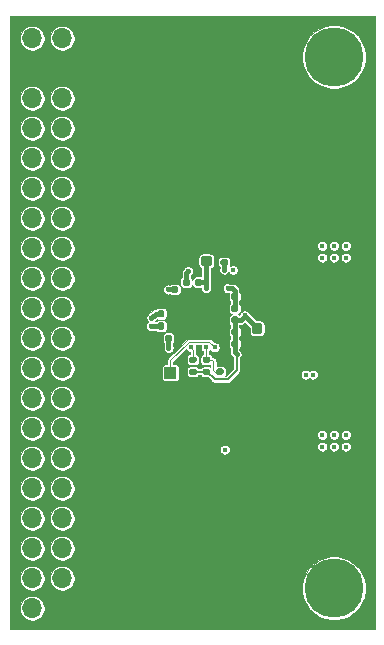
<source format=gbl>
G04 #@! TF.GenerationSoftware,KiCad,Pcbnew,(5.1.8)-1*
G04 #@! TF.CreationDate,2021-01-03T21:05:32+07:00*
G04 #@! TF.ProjectId,FT600_Adapter,46543630-305f-4416-9461-707465722e6b,rev?*
G04 #@! TF.SameCoordinates,Original*
G04 #@! TF.FileFunction,Copper,L4,Bot*
G04 #@! TF.FilePolarity,Positive*
%FSLAX46Y46*%
G04 Gerber Fmt 4.6, Leading zero omitted, Abs format (unit mm)*
G04 Created by KiCad (PCBNEW (5.1.8)-1) date 2021-01-03 21:05:32*
%MOMM*%
%LPD*%
G01*
G04 APERTURE LIST*
G04 #@! TA.AperFunction,ComponentPad*
%ADD10C,5.000000*%
G04 #@! TD*
G04 #@! TA.AperFunction,ComponentPad*
%ADD11O,1.700000X1.700000*%
G04 #@! TD*
G04 #@! TA.AperFunction,ComponentPad*
%ADD12R,1.700000X1.700000*%
G04 #@! TD*
G04 #@! TA.AperFunction,SMDPad,CuDef*
%ADD13R,1.000000X1.000000*%
G04 #@! TD*
G04 #@! TA.AperFunction,ViaPad*
%ADD14C,0.450000*%
G04 #@! TD*
G04 #@! TA.AperFunction,ViaPad*
%ADD15C,3.000000*%
G04 #@! TD*
G04 #@! TA.AperFunction,Conductor*
%ADD16C,0.250000*%
G04 #@! TD*
G04 #@! TA.AperFunction,Conductor*
%ADD17C,0.400000*%
G04 #@! TD*
G04 #@! TA.AperFunction,Conductor*
%ADD18C,0.200000*%
G04 #@! TD*
G04 #@! TA.AperFunction,Conductor*
%ADD19C,0.120000*%
G04 #@! TD*
G04 #@! TA.AperFunction,Conductor*
%ADD20C,0.100000*%
G04 #@! TD*
G04 APERTURE END LIST*
D10*
X135000000Y-126000000D03*
X135000000Y-81000000D03*
G04 #@! TA.AperFunction,SMDPad,CuDef*
G36*
G01*
X125882500Y-97735000D02*
X125537500Y-97735000D01*
G75*
G02*
X125390000Y-97587500I0J147500D01*
G01*
X125390000Y-97292500D01*
G75*
G02*
X125537500Y-97145000I147500J0D01*
G01*
X125882500Y-97145000D01*
G75*
G02*
X126030000Y-97292500I0J-147500D01*
G01*
X126030000Y-97587500D01*
G75*
G02*
X125882500Y-97735000I-147500J0D01*
G01*
G37*
G04 #@! TD.AperFunction*
G04 #@! TA.AperFunction,SMDPad,CuDef*
G36*
G01*
X125882500Y-98705000D02*
X125537500Y-98705000D01*
G75*
G02*
X125390000Y-98557500I0J147500D01*
G01*
X125390000Y-98262500D01*
G75*
G02*
X125537500Y-98115000I147500J0D01*
G01*
X125882500Y-98115000D01*
G75*
G02*
X126030000Y-98262500I0J-147500D01*
G01*
X126030000Y-98557500D01*
G75*
G02*
X125882500Y-98705000I-147500J0D01*
G01*
G37*
G04 #@! TD.AperFunction*
G04 #@! TA.AperFunction,SMDPad,CuDef*
G36*
G01*
X122327500Y-100765000D02*
X122672500Y-100765000D01*
G75*
G02*
X122820000Y-100912500I0J-147500D01*
G01*
X122820000Y-101207500D01*
G75*
G02*
X122672500Y-101355000I-147500J0D01*
G01*
X122327500Y-101355000D01*
G75*
G02*
X122180000Y-101207500I0J147500D01*
G01*
X122180000Y-100912500D01*
G75*
G02*
X122327500Y-100765000I147500J0D01*
G01*
G37*
G04 #@! TD.AperFunction*
G04 #@! TA.AperFunction,SMDPad,CuDef*
G36*
G01*
X122327500Y-99795000D02*
X122672500Y-99795000D01*
G75*
G02*
X122820000Y-99942500I0J-147500D01*
G01*
X122820000Y-100237500D01*
G75*
G02*
X122672500Y-100385000I-147500J0D01*
G01*
X122327500Y-100385000D01*
G75*
G02*
X122180000Y-100237500I0J147500D01*
G01*
X122180000Y-99942500D01*
G75*
G02*
X122327500Y-99795000I147500J0D01*
G01*
G37*
G04 #@! TD.AperFunction*
G04 #@! TA.AperFunction,SMDPad,CuDef*
G36*
G01*
X121327500Y-101375000D02*
X121672500Y-101375000D01*
G75*
G02*
X121820000Y-101522500I0J-147500D01*
G01*
X121820000Y-101817500D01*
G75*
G02*
X121672500Y-101965000I-147500J0D01*
G01*
X121327500Y-101965000D01*
G75*
G02*
X121180000Y-101817500I0J147500D01*
G01*
X121180000Y-101522500D01*
G75*
G02*
X121327500Y-101375000I147500J0D01*
G01*
G37*
G04 #@! TD.AperFunction*
G04 #@! TA.AperFunction,SMDPad,CuDef*
G36*
G01*
X121327500Y-100405000D02*
X121672500Y-100405000D01*
G75*
G02*
X121820000Y-100552500I0J-147500D01*
G01*
X121820000Y-100847500D01*
G75*
G02*
X121672500Y-100995000I-147500J0D01*
G01*
X121327500Y-100995000D01*
G75*
G02*
X121180000Y-100847500I0J147500D01*
G01*
X121180000Y-100552500D01*
G75*
G02*
X121327500Y-100405000I147500J0D01*
G01*
G37*
G04 #@! TD.AperFunction*
G04 #@! TA.AperFunction,SMDPad,CuDef*
G36*
G01*
X121025000Y-103972500D02*
X121025000Y-103627500D01*
G75*
G02*
X121172500Y-103480000I147500J0D01*
G01*
X121467500Y-103480000D01*
G75*
G02*
X121615000Y-103627500I0J-147500D01*
G01*
X121615000Y-103972500D01*
G75*
G02*
X121467500Y-104120000I-147500J0D01*
G01*
X121172500Y-104120000D01*
G75*
G02*
X121025000Y-103972500I0J147500D01*
G01*
G37*
G04 #@! TD.AperFunction*
G04 #@! TA.AperFunction,SMDPad,CuDef*
G36*
G01*
X120055000Y-103972500D02*
X120055000Y-103627500D01*
G75*
G02*
X120202500Y-103480000I147500J0D01*
G01*
X120497500Y-103480000D01*
G75*
G02*
X120645000Y-103627500I0J-147500D01*
G01*
X120645000Y-103972500D01*
G75*
G02*
X120497500Y-104120000I-147500J0D01*
G01*
X120202500Y-104120000D01*
G75*
G02*
X120055000Y-103972500I0J147500D01*
G01*
G37*
G04 #@! TD.AperFunction*
G04 #@! TA.AperFunction,SMDPad,CuDef*
G36*
G01*
X125925000Y-105127500D02*
X125925000Y-105472500D01*
G75*
G02*
X125777500Y-105620000I-147500J0D01*
G01*
X125482500Y-105620000D01*
G75*
G02*
X125335000Y-105472500I0J147500D01*
G01*
X125335000Y-105127500D01*
G75*
G02*
X125482500Y-104980000I147500J0D01*
G01*
X125777500Y-104980000D01*
G75*
G02*
X125925000Y-105127500I0J-147500D01*
G01*
G37*
G04 #@! TD.AperFunction*
G04 #@! TA.AperFunction,SMDPad,CuDef*
G36*
G01*
X126895000Y-105127500D02*
X126895000Y-105472500D01*
G75*
G02*
X126747500Y-105620000I-147500J0D01*
G01*
X126452500Y-105620000D01*
G75*
G02*
X126305000Y-105472500I0J147500D01*
G01*
X126305000Y-105127500D01*
G75*
G02*
X126452500Y-104980000I147500J0D01*
G01*
X126747500Y-104980000D01*
G75*
G02*
X126895000Y-105127500I0J-147500D01*
G01*
G37*
G04 #@! TD.AperFunction*
G04 #@! TA.AperFunction,SMDPad,CuDef*
G36*
G01*
X125925000Y-104127500D02*
X125925000Y-104472500D01*
G75*
G02*
X125777500Y-104620000I-147500J0D01*
G01*
X125482500Y-104620000D01*
G75*
G02*
X125335000Y-104472500I0J147500D01*
G01*
X125335000Y-104127500D01*
G75*
G02*
X125482500Y-103980000I147500J0D01*
G01*
X125777500Y-103980000D01*
G75*
G02*
X125925000Y-104127500I0J-147500D01*
G01*
G37*
G04 #@! TD.AperFunction*
G04 #@! TA.AperFunction,SMDPad,CuDef*
G36*
G01*
X126895000Y-104127500D02*
X126895000Y-104472500D01*
G75*
G02*
X126747500Y-104620000I-147500J0D01*
G01*
X126452500Y-104620000D01*
G75*
G02*
X126305000Y-104472500I0J147500D01*
G01*
X126305000Y-104127500D01*
G75*
G02*
X126452500Y-103980000I147500J0D01*
G01*
X126747500Y-103980000D01*
G75*
G02*
X126895000Y-104127500I0J-147500D01*
G01*
G37*
G04 #@! TD.AperFunction*
G04 #@! TA.AperFunction,SMDPad,CuDef*
G36*
G01*
X125925000Y-103127500D02*
X125925000Y-103472500D01*
G75*
G02*
X125777500Y-103620000I-147500J0D01*
G01*
X125482500Y-103620000D01*
G75*
G02*
X125335000Y-103472500I0J147500D01*
G01*
X125335000Y-103127500D01*
G75*
G02*
X125482500Y-102980000I147500J0D01*
G01*
X125777500Y-102980000D01*
G75*
G02*
X125925000Y-103127500I0J-147500D01*
G01*
G37*
G04 #@! TD.AperFunction*
G04 #@! TA.AperFunction,SMDPad,CuDef*
G36*
G01*
X126895000Y-103127500D02*
X126895000Y-103472500D01*
G75*
G02*
X126747500Y-103620000I-147500J0D01*
G01*
X126452500Y-103620000D01*
G75*
G02*
X126305000Y-103472500I0J147500D01*
G01*
X126305000Y-103127500D01*
G75*
G02*
X126452500Y-102980000I147500J0D01*
G01*
X126747500Y-102980000D01*
G75*
G02*
X126895000Y-103127500I0J-147500D01*
G01*
G37*
G04 #@! TD.AperFunction*
G04 #@! TA.AperFunction,SMDPad,CuDef*
G36*
G01*
X123357500Y-100765000D02*
X123702500Y-100765000D01*
G75*
G02*
X123850000Y-100912500I0J-147500D01*
G01*
X123850000Y-101207500D01*
G75*
G02*
X123702500Y-101355000I-147500J0D01*
G01*
X123357500Y-101355000D01*
G75*
G02*
X123210000Y-101207500I0J147500D01*
G01*
X123210000Y-100912500D01*
G75*
G02*
X123357500Y-100765000I147500J0D01*
G01*
G37*
G04 #@! TD.AperFunction*
G04 #@! TA.AperFunction,SMDPad,CuDef*
G36*
G01*
X123357500Y-99795000D02*
X123702500Y-99795000D01*
G75*
G02*
X123850000Y-99942500I0J-147500D01*
G01*
X123850000Y-100237500D01*
G75*
G02*
X123702500Y-100385000I-147500J0D01*
G01*
X123357500Y-100385000D01*
G75*
G02*
X123210000Y-100237500I0J147500D01*
G01*
X123210000Y-99942500D01*
G75*
G02*
X123357500Y-99795000I147500J0D01*
G01*
G37*
G04 #@! TD.AperFunction*
G04 #@! TA.AperFunction,SMDPad,CuDef*
G36*
G01*
X121655000Y-105022500D02*
X121655000Y-104677500D01*
G75*
G02*
X121802500Y-104530000I147500J0D01*
G01*
X122097500Y-104530000D01*
G75*
G02*
X122245000Y-104677500I0J-147500D01*
G01*
X122245000Y-105022500D01*
G75*
G02*
X122097500Y-105170000I-147500J0D01*
G01*
X121802500Y-105170000D01*
G75*
G02*
X121655000Y-105022500I0J147500D01*
G01*
G37*
G04 #@! TD.AperFunction*
G04 #@! TA.AperFunction,SMDPad,CuDef*
G36*
G01*
X120685000Y-105022500D02*
X120685000Y-104677500D01*
G75*
G02*
X120832500Y-104530000I147500J0D01*
G01*
X121127500Y-104530000D01*
G75*
G02*
X121275000Y-104677500I0J-147500D01*
G01*
X121275000Y-105022500D01*
G75*
G02*
X121127500Y-105170000I-147500J0D01*
G01*
X120832500Y-105170000D01*
G75*
G02*
X120685000Y-105022500I0J147500D01*
G01*
G37*
G04 #@! TD.AperFunction*
G04 #@! TA.AperFunction,SMDPad,CuDef*
G36*
G01*
X129637500Y-104256250D02*
X129637500Y-103743750D01*
G75*
G02*
X129856250Y-103525000I218750J0D01*
G01*
X130293750Y-103525000D01*
G75*
G02*
X130512500Y-103743750I0J-218750D01*
G01*
X130512500Y-104256250D01*
G75*
G02*
X130293750Y-104475000I-218750J0D01*
G01*
X129856250Y-104475000D01*
G75*
G02*
X129637500Y-104256250I0J218750D01*
G01*
G37*
G04 #@! TD.AperFunction*
G04 #@! TA.AperFunction,SMDPad,CuDef*
G36*
G01*
X128062500Y-104256250D02*
X128062500Y-103743750D01*
G75*
G02*
X128281250Y-103525000I218750J0D01*
G01*
X128718750Y-103525000D01*
G75*
G02*
X128937500Y-103743750I0J-218750D01*
G01*
X128937500Y-104256250D01*
G75*
G02*
X128718750Y-104475000I-218750J0D01*
G01*
X128281250Y-104475000D01*
G75*
G02*
X128062500Y-104256250I0J218750D01*
G01*
G37*
G04 #@! TD.AperFunction*
G04 #@! TA.AperFunction,SMDPad,CuDef*
G36*
G01*
X121025000Y-102922500D02*
X121025000Y-102577500D01*
G75*
G02*
X121172500Y-102430000I147500J0D01*
G01*
X121467500Y-102430000D01*
G75*
G02*
X121615000Y-102577500I0J-147500D01*
G01*
X121615000Y-102922500D01*
G75*
G02*
X121467500Y-103070000I-147500J0D01*
G01*
X121172500Y-103070000D01*
G75*
G02*
X121025000Y-102922500I0J147500D01*
G01*
G37*
G04 #@! TD.AperFunction*
G04 #@! TA.AperFunction,SMDPad,CuDef*
G36*
G01*
X120055000Y-102922500D02*
X120055000Y-102577500D01*
G75*
G02*
X120202500Y-102430000I147500J0D01*
G01*
X120497500Y-102430000D01*
G75*
G02*
X120645000Y-102577500I0J-147500D01*
G01*
X120645000Y-102922500D01*
G75*
G02*
X120497500Y-103070000I-147500J0D01*
G01*
X120202500Y-103070000D01*
G75*
G02*
X120055000Y-102922500I0J147500D01*
G01*
G37*
G04 #@! TD.AperFunction*
G04 #@! TA.AperFunction,SMDPad,CuDef*
G36*
G01*
X125925000Y-102127500D02*
X125925000Y-102472500D01*
G75*
G02*
X125777500Y-102620000I-147500J0D01*
G01*
X125482500Y-102620000D01*
G75*
G02*
X125335000Y-102472500I0J147500D01*
G01*
X125335000Y-102127500D01*
G75*
G02*
X125482500Y-101980000I147500J0D01*
G01*
X125777500Y-101980000D01*
G75*
G02*
X125925000Y-102127500I0J-147500D01*
G01*
G37*
G04 #@! TD.AperFunction*
G04 #@! TA.AperFunction,SMDPad,CuDef*
G36*
G01*
X126895000Y-102127500D02*
X126895000Y-102472500D01*
G75*
G02*
X126747500Y-102620000I-147500J0D01*
G01*
X126452500Y-102620000D01*
G75*
G02*
X126305000Y-102472500I0J147500D01*
G01*
X126305000Y-102127500D01*
G75*
G02*
X126452500Y-101980000I147500J0D01*
G01*
X126747500Y-101980000D01*
G75*
G02*
X126895000Y-102127500I0J-147500D01*
G01*
G37*
G04 #@! TD.AperFunction*
G04 #@! TA.AperFunction,SMDPad,CuDef*
G36*
G01*
X125925000Y-101127500D02*
X125925000Y-101472500D01*
G75*
G02*
X125777500Y-101620000I-147500J0D01*
G01*
X125482500Y-101620000D01*
G75*
G02*
X125335000Y-101472500I0J147500D01*
G01*
X125335000Y-101127500D01*
G75*
G02*
X125482500Y-100980000I147500J0D01*
G01*
X125777500Y-100980000D01*
G75*
G02*
X125925000Y-101127500I0J-147500D01*
G01*
G37*
G04 #@! TD.AperFunction*
G04 #@! TA.AperFunction,SMDPad,CuDef*
G36*
G01*
X126895000Y-101127500D02*
X126895000Y-101472500D01*
G75*
G02*
X126747500Y-101620000I-147500J0D01*
G01*
X126452500Y-101620000D01*
G75*
G02*
X126305000Y-101472500I0J147500D01*
G01*
X126305000Y-101127500D01*
G75*
G02*
X126452500Y-100980000I147500J0D01*
G01*
X126747500Y-100980000D01*
G75*
G02*
X126895000Y-101127500I0J-147500D01*
G01*
G37*
G04 #@! TD.AperFunction*
G04 #@! TA.AperFunction,SMDPad,CuDef*
G36*
G01*
X124456250Y-97152500D02*
X123943750Y-97152500D01*
G75*
G02*
X123725000Y-96933750I0J218750D01*
G01*
X123725000Y-96496250D01*
G75*
G02*
X123943750Y-96277500I218750J0D01*
G01*
X124456250Y-96277500D01*
G75*
G02*
X124675000Y-96496250I0J-218750D01*
G01*
X124675000Y-96933750D01*
G75*
G02*
X124456250Y-97152500I-218750J0D01*
G01*
G37*
G04 #@! TD.AperFunction*
G04 #@! TA.AperFunction,SMDPad,CuDef*
G36*
G01*
X124456250Y-98727500D02*
X123943750Y-98727500D01*
G75*
G02*
X123725000Y-98508750I0J218750D01*
G01*
X123725000Y-98071250D01*
G75*
G02*
X123943750Y-97852500I218750J0D01*
G01*
X124456250Y-97852500D01*
G75*
G02*
X124675000Y-98071250I0J-218750D01*
G01*
X124675000Y-98508750D01*
G75*
G02*
X124456250Y-98727500I-218750J0D01*
G01*
G37*
G04 #@! TD.AperFunction*
D11*
X109460000Y-79440000D03*
X112000000Y-79440000D03*
X109460000Y-81980000D03*
X112000000Y-81980000D03*
X109460000Y-84520000D03*
X112000000Y-84520000D03*
X109460000Y-87060000D03*
X112000000Y-87060000D03*
X109460000Y-89600000D03*
X112000000Y-89600000D03*
X109460000Y-92140000D03*
X112000000Y-92140000D03*
X109460000Y-94680000D03*
X112000000Y-94680000D03*
X109460000Y-97220000D03*
X112000000Y-97220000D03*
X109460000Y-99760000D03*
X112000000Y-99760000D03*
X109460000Y-102300000D03*
X112000000Y-102300000D03*
X109460000Y-104840000D03*
X112000000Y-104840000D03*
X109460000Y-107380000D03*
X112000000Y-107380000D03*
X109460000Y-109920000D03*
X112000000Y-109920000D03*
X109460000Y-112460000D03*
X112000000Y-112460000D03*
X109460000Y-115000000D03*
X112000000Y-115000000D03*
X109460000Y-117540000D03*
X112000000Y-117540000D03*
X109460000Y-120080000D03*
X112000000Y-120080000D03*
X109460000Y-122620000D03*
X112000000Y-122620000D03*
X109460000Y-125160000D03*
X112000000Y-125160000D03*
X109460000Y-127700000D03*
D12*
X112000000Y-127700000D03*
D13*
X121150000Y-107750000D03*
G04 #@! TA.AperFunction,SMDPad,CuDef*
G36*
G01*
X123235000Y-106920000D02*
X122865000Y-106920000D01*
G75*
G02*
X122730000Y-106785000I0J135000D01*
G01*
X122730000Y-106515000D01*
G75*
G02*
X122865000Y-106380000I135000J0D01*
G01*
X123235000Y-106380000D01*
G75*
G02*
X123370000Y-106515000I0J-135000D01*
G01*
X123370000Y-106785000D01*
G75*
G02*
X123235000Y-106920000I-135000J0D01*
G01*
G37*
G04 #@! TD.AperFunction*
G04 #@! TA.AperFunction,SMDPad,CuDef*
G36*
G01*
X123235000Y-107940000D02*
X122865000Y-107940000D01*
G75*
G02*
X122730000Y-107805000I0J135000D01*
G01*
X122730000Y-107535000D01*
G75*
G02*
X122865000Y-107400000I135000J0D01*
G01*
X123235000Y-107400000D01*
G75*
G02*
X123370000Y-107535000I0J-135000D01*
G01*
X123370000Y-107805000D01*
G75*
G02*
X123235000Y-107940000I-135000J0D01*
G01*
G37*
G04 #@! TD.AperFunction*
G04 #@! TA.AperFunction,SMDPad,CuDef*
G36*
G01*
X125520000Y-106980000D02*
X125180000Y-106980000D01*
G75*
G02*
X125040000Y-106840000I0J140000D01*
G01*
X125040000Y-106560000D01*
G75*
G02*
X125180000Y-106420000I140000J0D01*
G01*
X125520000Y-106420000D01*
G75*
G02*
X125660000Y-106560000I0J-140000D01*
G01*
X125660000Y-106840000D01*
G75*
G02*
X125520000Y-106980000I-140000J0D01*
G01*
G37*
G04 #@! TD.AperFunction*
G04 #@! TA.AperFunction,SMDPad,CuDef*
G36*
G01*
X125520000Y-107940000D02*
X125180000Y-107940000D01*
G75*
G02*
X125040000Y-107800000I0J140000D01*
G01*
X125040000Y-107520000D01*
G75*
G02*
X125180000Y-107380000I140000J0D01*
G01*
X125520000Y-107380000D01*
G75*
G02*
X125660000Y-107520000I0J-140000D01*
G01*
X125660000Y-107800000D01*
G75*
G02*
X125520000Y-107940000I-140000J0D01*
G01*
G37*
G04 #@! TD.AperFunction*
G04 #@! TA.AperFunction,SMDPad,CuDef*
G36*
G01*
X124385000Y-106920000D02*
X124015000Y-106920000D01*
G75*
G02*
X123880000Y-106785000I0J135000D01*
G01*
X123880000Y-106515000D01*
G75*
G02*
X124015000Y-106380000I135000J0D01*
G01*
X124385000Y-106380000D01*
G75*
G02*
X124520000Y-106515000I0J-135000D01*
G01*
X124520000Y-106785000D01*
G75*
G02*
X124385000Y-106920000I-135000J0D01*
G01*
G37*
G04 #@! TD.AperFunction*
G04 #@! TA.AperFunction,SMDPad,CuDef*
G36*
G01*
X124385000Y-107940000D02*
X124015000Y-107940000D01*
G75*
G02*
X123880000Y-107805000I0J135000D01*
G01*
X123880000Y-107535000D01*
G75*
G02*
X124015000Y-107400000I135000J0D01*
G01*
X124385000Y-107400000D01*
G75*
G02*
X124520000Y-107535000I0J-135000D01*
G01*
X124520000Y-107805000D01*
G75*
G02*
X124385000Y-107940000I-135000J0D01*
G01*
G37*
G04 #@! TD.AperFunction*
D14*
X133880000Y-106300000D03*
X133240000Y-103860000D03*
X128000000Y-105350000D03*
X129300000Y-104775000D03*
X130850000Y-104775000D03*
X132450000Y-104775000D03*
X134000000Y-104775000D03*
X135500000Y-104775000D03*
X128650000Y-102900000D03*
X129900000Y-102900000D03*
X132000000Y-102950000D03*
X133200000Y-102950000D03*
X134400000Y-102950000D03*
X127450000Y-101300000D03*
X128500000Y-100900000D03*
X129750000Y-100900000D03*
X132400000Y-100900000D03*
X128600000Y-98950000D03*
X127450000Y-99650000D03*
X129850000Y-98950000D03*
X132000000Y-98950000D03*
X133250000Y-98950000D03*
X124950000Y-99150000D03*
X133950000Y-100900000D03*
X135900000Y-100900000D03*
X129850000Y-111250000D03*
X131550000Y-110100000D03*
D15*
X123550000Y-103100000D03*
D14*
X125710000Y-96810000D03*
X131400000Y-97000000D03*
X131400000Y-98100000D03*
X131300000Y-111650000D03*
X115000000Y-79000000D03*
X117000000Y-79000000D03*
X119000000Y-79000000D03*
X121000000Y-79000000D03*
X123000000Y-79000000D03*
X125000000Y-79000000D03*
X127000000Y-79000000D03*
X129000000Y-79000000D03*
X131000000Y-79000000D03*
X127000000Y-81000000D03*
X123000000Y-81000000D03*
X131000000Y-81000000D03*
X121000000Y-81000000D03*
X119000000Y-81000000D03*
X125000000Y-81000000D03*
X117000000Y-81000000D03*
X129000000Y-81000000D03*
X129000000Y-83000000D03*
X125000000Y-83000000D03*
X127000000Y-83000000D03*
X131000000Y-83000000D03*
X123000000Y-83000000D03*
X119000000Y-83000000D03*
X121000000Y-83000000D03*
X127000000Y-85000000D03*
X133000000Y-85000000D03*
X123000000Y-85000000D03*
X131000000Y-85000000D03*
X137000000Y-85000000D03*
X121000000Y-85000000D03*
X125000000Y-85000000D03*
X117000000Y-85000000D03*
X129000000Y-85000000D03*
X135000000Y-85000000D03*
X125000000Y-87000000D03*
X131000000Y-87000000D03*
X129000000Y-87000000D03*
X135000000Y-87000000D03*
X119000000Y-87000000D03*
X123000000Y-87000000D03*
X127000000Y-87000000D03*
X133000000Y-87000000D03*
X137000000Y-87000000D03*
X125000000Y-89000000D03*
X131000000Y-89000000D03*
X121000000Y-89000000D03*
X129000000Y-89000000D03*
X135000000Y-89000000D03*
X127000000Y-89000000D03*
X133000000Y-89000000D03*
X137000000Y-89000000D03*
X127000000Y-91000000D03*
X133000000Y-91000000D03*
X131000000Y-91000000D03*
X137000000Y-91000000D03*
X125000000Y-91000000D03*
X129000000Y-91000000D03*
X135000000Y-91000000D03*
X127000000Y-93000000D03*
X133000000Y-93000000D03*
X131000000Y-93000000D03*
X137000000Y-93000000D03*
X125000000Y-93000000D03*
X129000000Y-93000000D03*
X135000000Y-93000000D03*
X135000000Y-95000000D03*
X133000000Y-95000000D03*
X127000000Y-95000000D03*
X137000000Y-95000000D03*
X129000000Y-95000000D03*
X131000000Y-95000000D03*
X127000000Y-128000000D03*
X123000000Y-128000000D03*
X131000000Y-128000000D03*
X121000000Y-128000000D03*
X119000000Y-128000000D03*
X115000000Y-128000000D03*
X125000000Y-128000000D03*
X117000000Y-128000000D03*
X129000000Y-128000000D03*
X125000000Y-126000000D03*
X115000000Y-126000000D03*
X129000000Y-126000000D03*
X123000000Y-126000000D03*
X119000000Y-126000000D03*
X117000000Y-126000000D03*
X121000000Y-126000000D03*
X127000000Y-126000000D03*
X131000000Y-126000000D03*
X129000000Y-124000000D03*
X131000000Y-124000000D03*
X117000000Y-124000000D03*
X125000000Y-124000000D03*
X119000000Y-124000000D03*
X127000000Y-124000000D03*
X123000000Y-124000000D03*
X121000000Y-124000000D03*
X127000000Y-122000000D03*
X125000000Y-122000000D03*
X129000000Y-122000000D03*
X131000000Y-122000000D03*
X123000000Y-122000000D03*
X121000000Y-122000000D03*
X137000000Y-122000000D03*
X135000000Y-122000000D03*
X119000000Y-122000000D03*
X133000000Y-122000000D03*
X125000000Y-120000000D03*
X137000000Y-120000000D03*
X133000000Y-120000000D03*
X127000000Y-120000000D03*
X135000000Y-120000000D03*
X131000000Y-120000000D03*
X123000000Y-120000000D03*
X129000000Y-120000000D03*
X121000000Y-120000000D03*
X129000000Y-118000000D03*
X135000000Y-118000000D03*
X123000000Y-118000000D03*
X137000000Y-118000000D03*
X131000000Y-118000000D03*
X125000000Y-118000000D03*
X127000000Y-118000000D03*
X133000000Y-118000000D03*
X131000000Y-116000000D03*
X133000000Y-116000000D03*
X125000000Y-116000000D03*
X127000000Y-116000000D03*
X129000000Y-116000000D03*
X135000000Y-116000000D03*
X137000000Y-116000000D03*
X115000000Y-83000000D03*
X115000000Y-122000000D03*
X115000000Y-120000000D03*
X115000000Y-118000000D03*
X117000000Y-118000000D03*
X119000000Y-118000000D03*
X117000000Y-120000000D03*
X127000000Y-97000000D03*
X129000000Y-97000000D03*
X133200000Y-107900000D03*
X132600000Y-107900000D03*
X126450000Y-99050000D03*
X126750000Y-106180000D03*
X125700000Y-99010000D03*
X127450000Y-102900000D03*
X122650000Y-99150000D03*
X119500000Y-103800000D03*
X120950000Y-100700000D03*
X122900000Y-105600000D03*
X124900000Y-105600000D03*
X124150000Y-105600000D03*
X125750000Y-114250000D03*
X124150000Y-100600000D03*
X126000000Y-100600000D03*
X121000000Y-105650000D03*
X119550000Y-103100000D03*
X134000000Y-98000000D03*
X136000000Y-98000000D03*
X135000000Y-98000000D03*
X134000000Y-97000000D03*
X135000000Y-97000000D03*
X136000000Y-97000000D03*
X136000000Y-113000000D03*
X135000000Y-113000000D03*
X134000000Y-113000000D03*
X134000000Y-114000000D03*
X135000000Y-114000000D03*
X136000000Y-114000000D03*
D16*
X125710000Y-97440000D02*
X125710000Y-96810000D01*
D17*
X126600000Y-105300000D02*
X126600000Y-106030000D01*
X126600000Y-106030000D02*
X126750000Y-106180000D01*
D18*
X123050000Y-107670000D02*
X124200000Y-107670000D01*
D17*
X126600000Y-103300000D02*
X126600000Y-104300000D01*
X126600000Y-104300000D02*
X126600000Y-105300000D01*
X120350000Y-103800000D02*
X119500000Y-103800000D01*
X122500000Y-99300000D02*
X122650000Y-99150000D01*
X122500000Y-100090000D02*
X122500000Y-99300000D01*
X121500000Y-100700000D02*
X120950000Y-100700000D01*
D19*
X127450000Y-102900000D02*
X127450000Y-102950000D01*
D17*
X127100000Y-103300000D02*
X126600000Y-103300000D01*
X127450000Y-102950000D02*
X127100000Y-103300000D01*
X127450000Y-102950000D02*
X128500000Y-104000000D01*
X125710000Y-99000000D02*
X125700000Y-99010000D01*
X125710000Y-98410000D02*
X125710000Y-99000000D01*
D18*
X126750000Y-107550000D02*
X126750000Y-106180000D01*
X126000000Y-108300000D02*
X126750000Y-107550000D01*
X124900000Y-108300000D02*
X126000000Y-108300000D01*
X124270000Y-107670000D02*
X124900000Y-108300000D01*
X124200000Y-107670000D02*
X124270000Y-107670000D01*
D19*
X123100000Y-106600000D02*
X123050000Y-106650000D01*
X123100000Y-105800000D02*
X123100000Y-106600000D01*
X122900000Y-105600000D02*
X123100000Y-105800000D01*
X122712500Y-105150000D02*
X124450000Y-105150000D01*
X121150000Y-106712500D02*
X122712500Y-105150000D01*
X124450000Y-105150000D02*
X124900000Y-105600000D01*
X121150000Y-107750000D02*
X121150000Y-106712500D01*
X124960000Y-107660000D02*
X125350000Y-107660000D01*
X124800000Y-107500000D02*
X124960000Y-107660000D01*
X124800000Y-106750000D02*
X124800000Y-107500000D01*
X124700000Y-106650000D02*
X124800000Y-106750000D01*
X124200000Y-106650000D02*
X124700000Y-106650000D01*
X124200000Y-105650000D02*
X124150000Y-105600000D01*
X124200000Y-106650000D02*
X124200000Y-105650000D01*
D17*
X126600000Y-101300000D02*
X126600000Y-102300000D01*
X126600000Y-101300000D02*
X126600000Y-100800000D01*
X126400000Y-100600000D02*
X126000000Y-100600000D01*
X126600000Y-100800000D02*
X126400000Y-100600000D01*
X124150000Y-98340000D02*
X124150000Y-99750000D01*
X124200000Y-98290000D02*
X124150000Y-98340000D01*
X123530000Y-100090000D02*
X124090000Y-100090000D01*
X124150000Y-100150000D02*
X124150000Y-100600000D01*
D19*
X124090000Y-100090000D02*
X124150000Y-100150000D01*
D17*
X124150000Y-99750000D02*
X124150000Y-100150000D01*
X119900000Y-102750000D02*
X119550000Y-103100000D01*
X120350000Y-102750000D02*
X119900000Y-102750000D01*
D19*
X120980000Y-105630000D02*
X121000000Y-105650000D01*
D17*
X120980000Y-104850000D02*
X120980000Y-105630000D01*
D20*
X138450000Y-129450000D02*
X107550000Y-129450000D01*
X107550000Y-127596584D01*
X108410000Y-127596584D01*
X108410000Y-127803416D01*
X108450350Y-128006274D01*
X108529502Y-128197362D01*
X108644411Y-128369336D01*
X108790664Y-128515589D01*
X108962638Y-128630498D01*
X109153726Y-128709650D01*
X109356584Y-128750000D01*
X109563416Y-128750000D01*
X109766274Y-128709650D01*
X109957362Y-128630498D01*
X110129336Y-128515589D01*
X110275589Y-128369336D01*
X110390498Y-128197362D01*
X110469650Y-128006274D01*
X110510000Y-127803416D01*
X110510000Y-127596584D01*
X110469650Y-127393726D01*
X110390498Y-127202638D01*
X110275589Y-127030664D01*
X110129336Y-126884411D01*
X109957362Y-126769502D01*
X109766274Y-126690350D01*
X109563416Y-126650000D01*
X109356584Y-126650000D01*
X109153726Y-126690350D01*
X108962638Y-126769502D01*
X108790664Y-126884411D01*
X108644411Y-127030664D01*
X108529502Y-127202638D01*
X108450350Y-127393726D01*
X108410000Y-127596584D01*
X107550000Y-127596584D01*
X107550000Y-125056584D01*
X108410000Y-125056584D01*
X108410000Y-125263416D01*
X108450350Y-125466274D01*
X108529502Y-125657362D01*
X108644411Y-125829336D01*
X108790664Y-125975589D01*
X108962638Y-126090498D01*
X109153726Y-126169650D01*
X109356584Y-126210000D01*
X109563416Y-126210000D01*
X109766274Y-126169650D01*
X109957362Y-126090498D01*
X110129336Y-125975589D01*
X110275589Y-125829336D01*
X110390498Y-125657362D01*
X110469650Y-125466274D01*
X110510000Y-125263416D01*
X110510000Y-125056584D01*
X110950000Y-125056584D01*
X110950000Y-125263416D01*
X110990350Y-125466274D01*
X111069502Y-125657362D01*
X111184411Y-125829336D01*
X111330664Y-125975589D01*
X111502638Y-126090498D01*
X111693726Y-126169650D01*
X111896584Y-126210000D01*
X112103416Y-126210000D01*
X112306274Y-126169650D01*
X112497362Y-126090498D01*
X112669336Y-125975589D01*
X112815589Y-125829336D01*
X112879241Y-125734073D01*
X132300000Y-125734073D01*
X132300000Y-126265927D01*
X132403760Y-126787561D01*
X132607291Y-127278930D01*
X132902773Y-127721150D01*
X133278850Y-128097227D01*
X133721070Y-128392709D01*
X134212439Y-128596240D01*
X134734073Y-128700000D01*
X135265927Y-128700000D01*
X135787561Y-128596240D01*
X136278930Y-128392709D01*
X136721150Y-128097227D01*
X137097227Y-127721150D01*
X137392709Y-127278930D01*
X137596240Y-126787561D01*
X137700000Y-126265927D01*
X137700000Y-125734073D01*
X137596240Y-125212439D01*
X137392709Y-124721070D01*
X137097227Y-124278850D01*
X136721150Y-123902773D01*
X136278930Y-123607291D01*
X135787561Y-123403760D01*
X135265927Y-123300000D01*
X134734073Y-123300000D01*
X134212439Y-123403760D01*
X133721070Y-123607291D01*
X133278850Y-123902773D01*
X132902773Y-124278850D01*
X132607291Y-124721070D01*
X132403760Y-125212439D01*
X132300000Y-125734073D01*
X112879241Y-125734073D01*
X112930498Y-125657362D01*
X113009650Y-125466274D01*
X113050000Y-125263416D01*
X113050000Y-125056584D01*
X113009650Y-124853726D01*
X112930498Y-124662638D01*
X112815589Y-124490664D01*
X112669336Y-124344411D01*
X112497362Y-124229502D01*
X112306274Y-124150350D01*
X112103416Y-124110000D01*
X111896584Y-124110000D01*
X111693726Y-124150350D01*
X111502638Y-124229502D01*
X111330664Y-124344411D01*
X111184411Y-124490664D01*
X111069502Y-124662638D01*
X110990350Y-124853726D01*
X110950000Y-125056584D01*
X110510000Y-125056584D01*
X110469650Y-124853726D01*
X110390498Y-124662638D01*
X110275589Y-124490664D01*
X110129336Y-124344411D01*
X109957362Y-124229502D01*
X109766274Y-124150350D01*
X109563416Y-124110000D01*
X109356584Y-124110000D01*
X109153726Y-124150350D01*
X108962638Y-124229502D01*
X108790664Y-124344411D01*
X108644411Y-124490664D01*
X108529502Y-124662638D01*
X108450350Y-124853726D01*
X108410000Y-125056584D01*
X107550000Y-125056584D01*
X107550000Y-122516584D01*
X108410000Y-122516584D01*
X108410000Y-122723416D01*
X108450350Y-122926274D01*
X108529502Y-123117362D01*
X108644411Y-123289336D01*
X108790664Y-123435589D01*
X108962638Y-123550498D01*
X109153726Y-123629650D01*
X109356584Y-123670000D01*
X109563416Y-123670000D01*
X109766274Y-123629650D01*
X109957362Y-123550498D01*
X110129336Y-123435589D01*
X110275589Y-123289336D01*
X110390498Y-123117362D01*
X110469650Y-122926274D01*
X110510000Y-122723416D01*
X110510000Y-122516584D01*
X110950000Y-122516584D01*
X110950000Y-122723416D01*
X110990350Y-122926274D01*
X111069502Y-123117362D01*
X111184411Y-123289336D01*
X111330664Y-123435589D01*
X111502638Y-123550498D01*
X111693726Y-123629650D01*
X111896584Y-123670000D01*
X112103416Y-123670000D01*
X112306274Y-123629650D01*
X112497362Y-123550498D01*
X112669336Y-123435589D01*
X112815589Y-123289336D01*
X112930498Y-123117362D01*
X113009650Y-122926274D01*
X113050000Y-122723416D01*
X113050000Y-122516584D01*
X113009650Y-122313726D01*
X112930498Y-122122638D01*
X112815589Y-121950664D01*
X112669336Y-121804411D01*
X112497362Y-121689502D01*
X112306274Y-121610350D01*
X112103416Y-121570000D01*
X111896584Y-121570000D01*
X111693726Y-121610350D01*
X111502638Y-121689502D01*
X111330664Y-121804411D01*
X111184411Y-121950664D01*
X111069502Y-122122638D01*
X110990350Y-122313726D01*
X110950000Y-122516584D01*
X110510000Y-122516584D01*
X110469650Y-122313726D01*
X110390498Y-122122638D01*
X110275589Y-121950664D01*
X110129336Y-121804411D01*
X109957362Y-121689502D01*
X109766274Y-121610350D01*
X109563416Y-121570000D01*
X109356584Y-121570000D01*
X109153726Y-121610350D01*
X108962638Y-121689502D01*
X108790664Y-121804411D01*
X108644411Y-121950664D01*
X108529502Y-122122638D01*
X108450350Y-122313726D01*
X108410000Y-122516584D01*
X107550000Y-122516584D01*
X107550000Y-119976584D01*
X108410000Y-119976584D01*
X108410000Y-120183416D01*
X108450350Y-120386274D01*
X108529502Y-120577362D01*
X108644411Y-120749336D01*
X108790664Y-120895589D01*
X108962638Y-121010498D01*
X109153726Y-121089650D01*
X109356584Y-121130000D01*
X109563416Y-121130000D01*
X109766274Y-121089650D01*
X109957362Y-121010498D01*
X110129336Y-120895589D01*
X110275589Y-120749336D01*
X110390498Y-120577362D01*
X110469650Y-120386274D01*
X110510000Y-120183416D01*
X110510000Y-119976584D01*
X110950000Y-119976584D01*
X110950000Y-120183416D01*
X110990350Y-120386274D01*
X111069502Y-120577362D01*
X111184411Y-120749336D01*
X111330664Y-120895589D01*
X111502638Y-121010498D01*
X111693726Y-121089650D01*
X111896584Y-121130000D01*
X112103416Y-121130000D01*
X112306274Y-121089650D01*
X112497362Y-121010498D01*
X112669336Y-120895589D01*
X112815589Y-120749336D01*
X112930498Y-120577362D01*
X113009650Y-120386274D01*
X113050000Y-120183416D01*
X113050000Y-119976584D01*
X113009650Y-119773726D01*
X112930498Y-119582638D01*
X112815589Y-119410664D01*
X112669336Y-119264411D01*
X112497362Y-119149502D01*
X112306274Y-119070350D01*
X112103416Y-119030000D01*
X111896584Y-119030000D01*
X111693726Y-119070350D01*
X111502638Y-119149502D01*
X111330664Y-119264411D01*
X111184411Y-119410664D01*
X111069502Y-119582638D01*
X110990350Y-119773726D01*
X110950000Y-119976584D01*
X110510000Y-119976584D01*
X110469650Y-119773726D01*
X110390498Y-119582638D01*
X110275589Y-119410664D01*
X110129336Y-119264411D01*
X109957362Y-119149502D01*
X109766274Y-119070350D01*
X109563416Y-119030000D01*
X109356584Y-119030000D01*
X109153726Y-119070350D01*
X108962638Y-119149502D01*
X108790664Y-119264411D01*
X108644411Y-119410664D01*
X108529502Y-119582638D01*
X108450350Y-119773726D01*
X108410000Y-119976584D01*
X107550000Y-119976584D01*
X107550000Y-117436584D01*
X108410000Y-117436584D01*
X108410000Y-117643416D01*
X108450350Y-117846274D01*
X108529502Y-118037362D01*
X108644411Y-118209336D01*
X108790664Y-118355589D01*
X108962638Y-118470498D01*
X109153726Y-118549650D01*
X109356584Y-118590000D01*
X109563416Y-118590000D01*
X109766274Y-118549650D01*
X109957362Y-118470498D01*
X110129336Y-118355589D01*
X110275589Y-118209336D01*
X110390498Y-118037362D01*
X110469650Y-117846274D01*
X110510000Y-117643416D01*
X110510000Y-117436584D01*
X110950000Y-117436584D01*
X110950000Y-117643416D01*
X110990350Y-117846274D01*
X111069502Y-118037362D01*
X111184411Y-118209336D01*
X111330664Y-118355589D01*
X111502638Y-118470498D01*
X111693726Y-118549650D01*
X111896584Y-118590000D01*
X112103416Y-118590000D01*
X112306274Y-118549650D01*
X112497362Y-118470498D01*
X112669336Y-118355589D01*
X112815589Y-118209336D01*
X112930498Y-118037362D01*
X113009650Y-117846274D01*
X113050000Y-117643416D01*
X113050000Y-117436584D01*
X113009650Y-117233726D01*
X112930498Y-117042638D01*
X112815589Y-116870664D01*
X112669336Y-116724411D01*
X112497362Y-116609502D01*
X112306274Y-116530350D01*
X112103416Y-116490000D01*
X111896584Y-116490000D01*
X111693726Y-116530350D01*
X111502638Y-116609502D01*
X111330664Y-116724411D01*
X111184411Y-116870664D01*
X111069502Y-117042638D01*
X110990350Y-117233726D01*
X110950000Y-117436584D01*
X110510000Y-117436584D01*
X110469650Y-117233726D01*
X110390498Y-117042638D01*
X110275589Y-116870664D01*
X110129336Y-116724411D01*
X109957362Y-116609502D01*
X109766274Y-116530350D01*
X109563416Y-116490000D01*
X109356584Y-116490000D01*
X109153726Y-116530350D01*
X108962638Y-116609502D01*
X108790664Y-116724411D01*
X108644411Y-116870664D01*
X108529502Y-117042638D01*
X108450350Y-117233726D01*
X108410000Y-117436584D01*
X107550000Y-117436584D01*
X107550000Y-114896584D01*
X108410000Y-114896584D01*
X108410000Y-115103416D01*
X108450350Y-115306274D01*
X108529502Y-115497362D01*
X108644411Y-115669336D01*
X108790664Y-115815589D01*
X108962638Y-115930498D01*
X109153726Y-116009650D01*
X109356584Y-116050000D01*
X109563416Y-116050000D01*
X109766274Y-116009650D01*
X109957362Y-115930498D01*
X110129336Y-115815589D01*
X110275589Y-115669336D01*
X110390498Y-115497362D01*
X110469650Y-115306274D01*
X110510000Y-115103416D01*
X110510000Y-114896584D01*
X110950000Y-114896584D01*
X110950000Y-115103416D01*
X110990350Y-115306274D01*
X111069502Y-115497362D01*
X111184411Y-115669336D01*
X111330664Y-115815589D01*
X111502638Y-115930498D01*
X111693726Y-116009650D01*
X111896584Y-116050000D01*
X112103416Y-116050000D01*
X112306274Y-116009650D01*
X112497362Y-115930498D01*
X112669336Y-115815589D01*
X112815589Y-115669336D01*
X112930498Y-115497362D01*
X113009650Y-115306274D01*
X113050000Y-115103416D01*
X113050000Y-114896584D01*
X113009650Y-114693726D01*
X112930498Y-114502638D01*
X112815589Y-114330664D01*
X112693066Y-114208141D01*
X125325000Y-114208141D01*
X125325000Y-114291859D01*
X125341333Y-114373968D01*
X125373370Y-114451313D01*
X125419881Y-114520921D01*
X125479079Y-114580119D01*
X125548687Y-114626630D01*
X125626032Y-114658667D01*
X125708141Y-114675000D01*
X125791859Y-114675000D01*
X125873968Y-114658667D01*
X125951313Y-114626630D01*
X126020921Y-114580119D01*
X126080119Y-114520921D01*
X126126630Y-114451313D01*
X126158667Y-114373968D01*
X126175000Y-114291859D01*
X126175000Y-114208141D01*
X126158667Y-114126032D01*
X126126630Y-114048687D01*
X126080119Y-113979079D01*
X126059181Y-113958141D01*
X133575000Y-113958141D01*
X133575000Y-114041859D01*
X133591333Y-114123968D01*
X133623370Y-114201313D01*
X133669881Y-114270921D01*
X133729079Y-114330119D01*
X133798687Y-114376630D01*
X133876032Y-114408667D01*
X133958141Y-114425000D01*
X134041859Y-114425000D01*
X134123968Y-114408667D01*
X134201313Y-114376630D01*
X134270921Y-114330119D01*
X134330119Y-114270921D01*
X134376630Y-114201313D01*
X134408667Y-114123968D01*
X134425000Y-114041859D01*
X134425000Y-113958141D01*
X134575000Y-113958141D01*
X134575000Y-114041859D01*
X134591333Y-114123968D01*
X134623370Y-114201313D01*
X134669881Y-114270921D01*
X134729079Y-114330119D01*
X134798687Y-114376630D01*
X134876032Y-114408667D01*
X134958141Y-114425000D01*
X135041859Y-114425000D01*
X135123968Y-114408667D01*
X135201313Y-114376630D01*
X135270921Y-114330119D01*
X135330119Y-114270921D01*
X135376630Y-114201313D01*
X135408667Y-114123968D01*
X135425000Y-114041859D01*
X135425000Y-113958141D01*
X135575000Y-113958141D01*
X135575000Y-114041859D01*
X135591333Y-114123968D01*
X135623370Y-114201313D01*
X135669881Y-114270921D01*
X135729079Y-114330119D01*
X135798687Y-114376630D01*
X135876032Y-114408667D01*
X135958141Y-114425000D01*
X136041859Y-114425000D01*
X136123968Y-114408667D01*
X136201313Y-114376630D01*
X136270921Y-114330119D01*
X136330119Y-114270921D01*
X136376630Y-114201313D01*
X136408667Y-114123968D01*
X136425000Y-114041859D01*
X136425000Y-113958141D01*
X136408667Y-113876032D01*
X136376630Y-113798687D01*
X136330119Y-113729079D01*
X136270921Y-113669881D01*
X136201313Y-113623370D01*
X136123968Y-113591333D01*
X136041859Y-113575000D01*
X135958141Y-113575000D01*
X135876032Y-113591333D01*
X135798687Y-113623370D01*
X135729079Y-113669881D01*
X135669881Y-113729079D01*
X135623370Y-113798687D01*
X135591333Y-113876032D01*
X135575000Y-113958141D01*
X135425000Y-113958141D01*
X135408667Y-113876032D01*
X135376630Y-113798687D01*
X135330119Y-113729079D01*
X135270921Y-113669881D01*
X135201313Y-113623370D01*
X135123968Y-113591333D01*
X135041859Y-113575000D01*
X134958141Y-113575000D01*
X134876032Y-113591333D01*
X134798687Y-113623370D01*
X134729079Y-113669881D01*
X134669881Y-113729079D01*
X134623370Y-113798687D01*
X134591333Y-113876032D01*
X134575000Y-113958141D01*
X134425000Y-113958141D01*
X134408667Y-113876032D01*
X134376630Y-113798687D01*
X134330119Y-113729079D01*
X134270921Y-113669881D01*
X134201313Y-113623370D01*
X134123968Y-113591333D01*
X134041859Y-113575000D01*
X133958141Y-113575000D01*
X133876032Y-113591333D01*
X133798687Y-113623370D01*
X133729079Y-113669881D01*
X133669881Y-113729079D01*
X133623370Y-113798687D01*
X133591333Y-113876032D01*
X133575000Y-113958141D01*
X126059181Y-113958141D01*
X126020921Y-113919881D01*
X125951313Y-113873370D01*
X125873968Y-113841333D01*
X125791859Y-113825000D01*
X125708141Y-113825000D01*
X125626032Y-113841333D01*
X125548687Y-113873370D01*
X125479079Y-113919881D01*
X125419881Y-113979079D01*
X125373370Y-114048687D01*
X125341333Y-114126032D01*
X125325000Y-114208141D01*
X112693066Y-114208141D01*
X112669336Y-114184411D01*
X112497362Y-114069502D01*
X112306274Y-113990350D01*
X112103416Y-113950000D01*
X111896584Y-113950000D01*
X111693726Y-113990350D01*
X111502638Y-114069502D01*
X111330664Y-114184411D01*
X111184411Y-114330664D01*
X111069502Y-114502638D01*
X110990350Y-114693726D01*
X110950000Y-114896584D01*
X110510000Y-114896584D01*
X110469650Y-114693726D01*
X110390498Y-114502638D01*
X110275589Y-114330664D01*
X110129336Y-114184411D01*
X109957362Y-114069502D01*
X109766274Y-113990350D01*
X109563416Y-113950000D01*
X109356584Y-113950000D01*
X109153726Y-113990350D01*
X108962638Y-114069502D01*
X108790664Y-114184411D01*
X108644411Y-114330664D01*
X108529502Y-114502638D01*
X108450350Y-114693726D01*
X108410000Y-114896584D01*
X107550000Y-114896584D01*
X107550000Y-112356584D01*
X108410000Y-112356584D01*
X108410000Y-112563416D01*
X108450350Y-112766274D01*
X108529502Y-112957362D01*
X108644411Y-113129336D01*
X108790664Y-113275589D01*
X108962638Y-113390498D01*
X109153726Y-113469650D01*
X109356584Y-113510000D01*
X109563416Y-113510000D01*
X109766274Y-113469650D01*
X109957362Y-113390498D01*
X110129336Y-113275589D01*
X110275589Y-113129336D01*
X110390498Y-112957362D01*
X110469650Y-112766274D01*
X110510000Y-112563416D01*
X110510000Y-112356584D01*
X110950000Y-112356584D01*
X110950000Y-112563416D01*
X110990350Y-112766274D01*
X111069502Y-112957362D01*
X111184411Y-113129336D01*
X111330664Y-113275589D01*
X111502638Y-113390498D01*
X111693726Y-113469650D01*
X111896584Y-113510000D01*
X112103416Y-113510000D01*
X112306274Y-113469650D01*
X112497362Y-113390498D01*
X112669336Y-113275589D01*
X112815589Y-113129336D01*
X112929977Y-112958141D01*
X133575000Y-112958141D01*
X133575000Y-113041859D01*
X133591333Y-113123968D01*
X133623370Y-113201313D01*
X133669881Y-113270921D01*
X133729079Y-113330119D01*
X133798687Y-113376630D01*
X133876032Y-113408667D01*
X133958141Y-113425000D01*
X134041859Y-113425000D01*
X134123968Y-113408667D01*
X134201313Y-113376630D01*
X134270921Y-113330119D01*
X134330119Y-113270921D01*
X134376630Y-113201313D01*
X134408667Y-113123968D01*
X134425000Y-113041859D01*
X134425000Y-112958141D01*
X134575000Y-112958141D01*
X134575000Y-113041859D01*
X134591333Y-113123968D01*
X134623370Y-113201313D01*
X134669881Y-113270921D01*
X134729079Y-113330119D01*
X134798687Y-113376630D01*
X134876032Y-113408667D01*
X134958141Y-113425000D01*
X135041859Y-113425000D01*
X135123968Y-113408667D01*
X135201313Y-113376630D01*
X135270921Y-113330119D01*
X135330119Y-113270921D01*
X135376630Y-113201313D01*
X135408667Y-113123968D01*
X135425000Y-113041859D01*
X135425000Y-112958141D01*
X135575000Y-112958141D01*
X135575000Y-113041859D01*
X135591333Y-113123968D01*
X135623370Y-113201313D01*
X135669881Y-113270921D01*
X135729079Y-113330119D01*
X135798687Y-113376630D01*
X135876032Y-113408667D01*
X135958141Y-113425000D01*
X136041859Y-113425000D01*
X136123968Y-113408667D01*
X136201313Y-113376630D01*
X136270921Y-113330119D01*
X136330119Y-113270921D01*
X136376630Y-113201313D01*
X136408667Y-113123968D01*
X136425000Y-113041859D01*
X136425000Y-112958141D01*
X136408667Y-112876032D01*
X136376630Y-112798687D01*
X136330119Y-112729079D01*
X136270921Y-112669881D01*
X136201313Y-112623370D01*
X136123968Y-112591333D01*
X136041859Y-112575000D01*
X135958141Y-112575000D01*
X135876032Y-112591333D01*
X135798687Y-112623370D01*
X135729079Y-112669881D01*
X135669881Y-112729079D01*
X135623370Y-112798687D01*
X135591333Y-112876032D01*
X135575000Y-112958141D01*
X135425000Y-112958141D01*
X135408667Y-112876032D01*
X135376630Y-112798687D01*
X135330119Y-112729079D01*
X135270921Y-112669881D01*
X135201313Y-112623370D01*
X135123968Y-112591333D01*
X135041859Y-112575000D01*
X134958141Y-112575000D01*
X134876032Y-112591333D01*
X134798687Y-112623370D01*
X134729079Y-112669881D01*
X134669881Y-112729079D01*
X134623370Y-112798687D01*
X134591333Y-112876032D01*
X134575000Y-112958141D01*
X134425000Y-112958141D01*
X134408667Y-112876032D01*
X134376630Y-112798687D01*
X134330119Y-112729079D01*
X134270921Y-112669881D01*
X134201313Y-112623370D01*
X134123968Y-112591333D01*
X134041859Y-112575000D01*
X133958141Y-112575000D01*
X133876032Y-112591333D01*
X133798687Y-112623370D01*
X133729079Y-112669881D01*
X133669881Y-112729079D01*
X133623370Y-112798687D01*
X133591333Y-112876032D01*
X133575000Y-112958141D01*
X112929977Y-112958141D01*
X112930498Y-112957362D01*
X113009650Y-112766274D01*
X113050000Y-112563416D01*
X113050000Y-112356584D01*
X113009650Y-112153726D01*
X112930498Y-111962638D01*
X112815589Y-111790664D01*
X112669336Y-111644411D01*
X112497362Y-111529502D01*
X112306274Y-111450350D01*
X112103416Y-111410000D01*
X111896584Y-111410000D01*
X111693726Y-111450350D01*
X111502638Y-111529502D01*
X111330664Y-111644411D01*
X111184411Y-111790664D01*
X111069502Y-111962638D01*
X110990350Y-112153726D01*
X110950000Y-112356584D01*
X110510000Y-112356584D01*
X110469650Y-112153726D01*
X110390498Y-111962638D01*
X110275589Y-111790664D01*
X110129336Y-111644411D01*
X109957362Y-111529502D01*
X109766274Y-111450350D01*
X109563416Y-111410000D01*
X109356584Y-111410000D01*
X109153726Y-111450350D01*
X108962638Y-111529502D01*
X108790664Y-111644411D01*
X108644411Y-111790664D01*
X108529502Y-111962638D01*
X108450350Y-112153726D01*
X108410000Y-112356584D01*
X107550000Y-112356584D01*
X107550000Y-109816584D01*
X108410000Y-109816584D01*
X108410000Y-110023416D01*
X108450350Y-110226274D01*
X108529502Y-110417362D01*
X108644411Y-110589336D01*
X108790664Y-110735589D01*
X108962638Y-110850498D01*
X109153726Y-110929650D01*
X109356584Y-110970000D01*
X109563416Y-110970000D01*
X109766274Y-110929650D01*
X109957362Y-110850498D01*
X110129336Y-110735589D01*
X110275589Y-110589336D01*
X110390498Y-110417362D01*
X110469650Y-110226274D01*
X110510000Y-110023416D01*
X110510000Y-109816584D01*
X110950000Y-109816584D01*
X110950000Y-110023416D01*
X110990350Y-110226274D01*
X111069502Y-110417362D01*
X111184411Y-110589336D01*
X111330664Y-110735589D01*
X111502638Y-110850498D01*
X111693726Y-110929650D01*
X111896584Y-110970000D01*
X112103416Y-110970000D01*
X112306274Y-110929650D01*
X112497362Y-110850498D01*
X112669336Y-110735589D01*
X112815589Y-110589336D01*
X112930498Y-110417362D01*
X113009650Y-110226274D01*
X113050000Y-110023416D01*
X113050000Y-109816584D01*
X113009650Y-109613726D01*
X112930498Y-109422638D01*
X112815589Y-109250664D01*
X112669336Y-109104411D01*
X112497362Y-108989502D01*
X112306274Y-108910350D01*
X112103416Y-108870000D01*
X111896584Y-108870000D01*
X111693726Y-108910350D01*
X111502638Y-108989502D01*
X111330664Y-109104411D01*
X111184411Y-109250664D01*
X111069502Y-109422638D01*
X110990350Y-109613726D01*
X110950000Y-109816584D01*
X110510000Y-109816584D01*
X110469650Y-109613726D01*
X110390498Y-109422638D01*
X110275589Y-109250664D01*
X110129336Y-109104411D01*
X109957362Y-108989502D01*
X109766274Y-108910350D01*
X109563416Y-108870000D01*
X109356584Y-108870000D01*
X109153726Y-108910350D01*
X108962638Y-108989502D01*
X108790664Y-109104411D01*
X108644411Y-109250664D01*
X108529502Y-109422638D01*
X108450350Y-109613726D01*
X108410000Y-109816584D01*
X107550000Y-109816584D01*
X107550000Y-107276584D01*
X108410000Y-107276584D01*
X108410000Y-107483416D01*
X108450350Y-107686274D01*
X108529502Y-107877362D01*
X108644411Y-108049336D01*
X108790664Y-108195589D01*
X108962638Y-108310498D01*
X109153726Y-108389650D01*
X109356584Y-108430000D01*
X109563416Y-108430000D01*
X109766274Y-108389650D01*
X109957362Y-108310498D01*
X110129336Y-108195589D01*
X110275589Y-108049336D01*
X110390498Y-107877362D01*
X110469650Y-107686274D01*
X110510000Y-107483416D01*
X110510000Y-107276584D01*
X110950000Y-107276584D01*
X110950000Y-107483416D01*
X110990350Y-107686274D01*
X111069502Y-107877362D01*
X111184411Y-108049336D01*
X111330664Y-108195589D01*
X111502638Y-108310498D01*
X111693726Y-108389650D01*
X111896584Y-108430000D01*
X112103416Y-108430000D01*
X112306274Y-108389650D01*
X112497362Y-108310498D01*
X112669336Y-108195589D01*
X112815589Y-108049336D01*
X112930498Y-107877362D01*
X113009650Y-107686274D01*
X113050000Y-107483416D01*
X113050000Y-107276584D01*
X113044713Y-107250000D01*
X120449033Y-107250000D01*
X120449033Y-108250000D01*
X120452895Y-108289207D01*
X120464331Y-108326907D01*
X120482902Y-108361651D01*
X120507895Y-108392105D01*
X120538349Y-108417098D01*
X120573093Y-108435669D01*
X120610793Y-108447105D01*
X120650000Y-108450967D01*
X121650000Y-108450967D01*
X121689207Y-108447105D01*
X121726907Y-108435669D01*
X121761651Y-108417098D01*
X121792105Y-108392105D01*
X121817098Y-108361651D01*
X121835669Y-108326907D01*
X121847105Y-108289207D01*
X121850967Y-108250000D01*
X121850967Y-107250000D01*
X121847105Y-107210793D01*
X121835669Y-107173093D01*
X121817098Y-107138349D01*
X121792105Y-107107895D01*
X121761651Y-107082902D01*
X121726907Y-107064331D01*
X121689207Y-107052895D01*
X121650000Y-107049033D01*
X121410000Y-107049033D01*
X121410000Y-106820194D01*
X122495695Y-105734499D01*
X122523370Y-105801313D01*
X122569881Y-105870921D01*
X122629079Y-105930119D01*
X122698687Y-105976630D01*
X122776032Y-106008667D01*
X122840000Y-106021391D01*
X122840000Y-106181495D01*
X122799456Y-106185489D01*
X122736431Y-106204607D01*
X122678347Y-106235654D01*
X122627435Y-106277435D01*
X122585654Y-106328347D01*
X122554607Y-106386431D01*
X122535489Y-106449456D01*
X122529033Y-106515000D01*
X122529033Y-106785000D01*
X122535489Y-106850544D01*
X122554607Y-106913569D01*
X122585654Y-106971653D01*
X122627435Y-107022565D01*
X122678347Y-107064346D01*
X122736431Y-107095393D01*
X122799456Y-107114511D01*
X122865000Y-107120967D01*
X123235000Y-107120967D01*
X123300544Y-107114511D01*
X123363569Y-107095393D01*
X123421653Y-107064346D01*
X123472565Y-107022565D01*
X123514346Y-106971653D01*
X123545393Y-106913569D01*
X123564511Y-106850544D01*
X123570967Y-106785000D01*
X123570967Y-106515000D01*
X123564511Y-106449456D01*
X123545393Y-106386431D01*
X123514346Y-106328347D01*
X123472565Y-106277435D01*
X123421653Y-106235654D01*
X123363569Y-106204607D01*
X123360000Y-106203524D01*
X123360000Y-105812765D01*
X123361257Y-105800000D01*
X123360000Y-105787235D01*
X123360000Y-105787227D01*
X123356238Y-105749031D01*
X123355060Y-105745147D01*
X123341371Y-105700020D01*
X123321008Y-105661925D01*
X123325000Y-105641859D01*
X123325000Y-105558141D01*
X123308667Y-105476032D01*
X123281316Y-105410000D01*
X123768684Y-105410000D01*
X123741333Y-105476032D01*
X123725000Y-105558141D01*
X123725000Y-105641859D01*
X123741333Y-105723968D01*
X123773370Y-105801313D01*
X123819881Y-105870921D01*
X123879079Y-105930119D01*
X123940001Y-105970826D01*
X123940000Y-106188357D01*
X123886431Y-106204607D01*
X123828347Y-106235654D01*
X123777435Y-106277435D01*
X123735654Y-106328347D01*
X123704607Y-106386431D01*
X123685489Y-106449456D01*
X123679033Y-106515000D01*
X123679033Y-106785000D01*
X123685489Y-106850544D01*
X123704607Y-106913569D01*
X123735654Y-106971653D01*
X123777435Y-107022565D01*
X123828347Y-107064346D01*
X123886431Y-107095393D01*
X123949456Y-107114511D01*
X124015000Y-107120967D01*
X124385000Y-107120967D01*
X124450544Y-107114511D01*
X124513569Y-107095393D01*
X124540000Y-107081265D01*
X124540001Y-107238735D01*
X124513569Y-107224607D01*
X124450544Y-107205489D01*
X124385000Y-107199033D01*
X124015000Y-107199033D01*
X123949456Y-107205489D01*
X123886431Y-107224607D01*
X123828347Y-107255654D01*
X123777435Y-107297435D01*
X123735654Y-107348347D01*
X123724080Y-107370000D01*
X123525920Y-107370000D01*
X123514346Y-107348347D01*
X123472565Y-107297435D01*
X123421653Y-107255654D01*
X123363569Y-107224607D01*
X123300544Y-107205489D01*
X123235000Y-107199033D01*
X122865000Y-107199033D01*
X122799456Y-107205489D01*
X122736431Y-107224607D01*
X122678347Y-107255654D01*
X122627435Y-107297435D01*
X122585654Y-107348347D01*
X122554607Y-107406431D01*
X122535489Y-107469456D01*
X122529033Y-107535000D01*
X122529033Y-107805000D01*
X122535489Y-107870544D01*
X122554607Y-107933569D01*
X122585654Y-107991653D01*
X122627435Y-108042565D01*
X122678347Y-108084346D01*
X122736431Y-108115393D01*
X122799456Y-108134511D01*
X122865000Y-108140967D01*
X123235000Y-108140967D01*
X123300544Y-108134511D01*
X123363569Y-108115393D01*
X123421653Y-108084346D01*
X123472565Y-108042565D01*
X123514346Y-107991653D01*
X123525920Y-107970000D01*
X123724080Y-107970000D01*
X123735654Y-107991653D01*
X123777435Y-108042565D01*
X123828347Y-108084346D01*
X123886431Y-108115393D01*
X123949456Y-108134511D01*
X124015000Y-108140967D01*
X124316704Y-108140967D01*
X124677451Y-108501715D01*
X124686842Y-108513158D01*
X124698285Y-108522549D01*
X124698286Y-108522550D01*
X124732522Y-108550647D01*
X124784638Y-108578503D01*
X124784640Y-108578504D01*
X124841190Y-108595659D01*
X124885267Y-108600000D01*
X124885270Y-108600000D01*
X124900000Y-108601451D01*
X124914730Y-108600000D01*
X125985277Y-108600000D01*
X126000000Y-108601450D01*
X126014723Y-108600000D01*
X126014733Y-108600000D01*
X126058810Y-108595659D01*
X126115360Y-108578504D01*
X126167477Y-108550647D01*
X126213158Y-108513158D01*
X126222553Y-108501710D01*
X126866122Y-107858141D01*
X132175000Y-107858141D01*
X132175000Y-107941859D01*
X132191333Y-108023968D01*
X132223370Y-108101313D01*
X132269881Y-108170921D01*
X132329079Y-108230119D01*
X132398687Y-108276630D01*
X132476032Y-108308667D01*
X132558141Y-108325000D01*
X132641859Y-108325000D01*
X132723968Y-108308667D01*
X132801313Y-108276630D01*
X132870921Y-108230119D01*
X132900000Y-108201040D01*
X132929079Y-108230119D01*
X132998687Y-108276630D01*
X133076032Y-108308667D01*
X133158141Y-108325000D01*
X133241859Y-108325000D01*
X133323968Y-108308667D01*
X133401313Y-108276630D01*
X133470921Y-108230119D01*
X133530119Y-108170921D01*
X133576630Y-108101313D01*
X133608667Y-108023968D01*
X133625000Y-107941859D01*
X133625000Y-107858141D01*
X133608667Y-107776032D01*
X133576630Y-107698687D01*
X133530119Y-107629079D01*
X133470921Y-107569881D01*
X133401313Y-107523370D01*
X133323968Y-107491333D01*
X133241859Y-107475000D01*
X133158141Y-107475000D01*
X133076032Y-107491333D01*
X132998687Y-107523370D01*
X132929079Y-107569881D01*
X132900000Y-107598960D01*
X132870921Y-107569881D01*
X132801313Y-107523370D01*
X132723968Y-107491333D01*
X132641859Y-107475000D01*
X132558141Y-107475000D01*
X132476032Y-107491333D01*
X132398687Y-107523370D01*
X132329079Y-107569881D01*
X132269881Y-107629079D01*
X132223370Y-107698687D01*
X132191333Y-107776032D01*
X132175000Y-107858141D01*
X126866122Y-107858141D01*
X126951716Y-107772548D01*
X126963158Y-107763158D01*
X126981038Y-107741371D01*
X127000647Y-107717478D01*
X127028503Y-107665361D01*
X127028504Y-107665360D01*
X127045659Y-107608810D01*
X127050000Y-107564733D01*
X127050000Y-107564724D01*
X127051450Y-107550001D01*
X127050000Y-107535278D01*
X127050000Y-106481040D01*
X127080119Y-106450921D01*
X127126630Y-106381313D01*
X127158667Y-106303968D01*
X127175000Y-106221859D01*
X127175000Y-106138141D01*
X127158667Y-106056032D01*
X127126630Y-105978687D01*
X127080119Y-105909079D01*
X127020921Y-105849881D01*
X127000000Y-105835902D01*
X127000000Y-105711474D01*
X127037240Y-105666098D01*
X127069442Y-105605853D01*
X127089271Y-105540483D01*
X127095967Y-105472500D01*
X127095967Y-105127500D01*
X127089271Y-105059517D01*
X127069442Y-104994147D01*
X127037240Y-104933902D01*
X127000000Y-104888526D01*
X127000000Y-104711474D01*
X127037240Y-104666098D01*
X127069442Y-104605853D01*
X127089271Y-104540483D01*
X127095967Y-104472500D01*
X127095967Y-104127500D01*
X127089271Y-104059517D01*
X127069442Y-103994147D01*
X127037240Y-103933902D01*
X127000000Y-103888526D01*
X127000000Y-103711474D01*
X127009417Y-103700000D01*
X127080354Y-103700000D01*
X127100000Y-103701935D01*
X127119646Y-103700000D01*
X127119647Y-103700000D01*
X127178414Y-103694212D01*
X127253814Y-103671340D01*
X127323303Y-103634197D01*
X127384211Y-103584211D01*
X127396737Y-103568948D01*
X127450000Y-103515685D01*
X127861533Y-103927219D01*
X127861533Y-104256250D01*
X127869598Y-104338133D01*
X127893482Y-104416869D01*
X127932268Y-104489432D01*
X127984465Y-104553035D01*
X128048068Y-104605232D01*
X128120631Y-104644018D01*
X128199367Y-104667902D01*
X128281250Y-104675967D01*
X128718750Y-104675967D01*
X128800633Y-104667902D01*
X128879369Y-104644018D01*
X128951932Y-104605232D01*
X129015535Y-104553035D01*
X129067732Y-104489432D01*
X129106518Y-104416869D01*
X129130402Y-104338133D01*
X129138467Y-104256250D01*
X129138467Y-103743750D01*
X129130402Y-103661867D01*
X129106518Y-103583131D01*
X129067732Y-103510568D01*
X129015535Y-103446965D01*
X128951932Y-103394768D01*
X128879369Y-103355982D01*
X128800633Y-103332098D01*
X128718750Y-103324033D01*
X128389719Y-103324033D01*
X127862876Y-102797191D01*
X127858667Y-102776032D01*
X127826630Y-102698687D01*
X127780119Y-102629079D01*
X127720921Y-102569881D01*
X127651313Y-102523370D01*
X127573968Y-102491333D01*
X127491859Y-102475000D01*
X127408141Y-102475000D01*
X127326032Y-102491333D01*
X127248687Y-102523370D01*
X127179079Y-102569881D01*
X127119881Y-102629079D01*
X127073370Y-102698687D01*
X127041333Y-102776032D01*
X127037124Y-102797190D01*
X126971557Y-102862758D01*
X126941098Y-102837760D01*
X126880853Y-102805558D01*
X126862530Y-102800000D01*
X126880853Y-102794442D01*
X126941098Y-102762240D01*
X126993903Y-102718903D01*
X127037240Y-102666098D01*
X127069442Y-102605853D01*
X127089271Y-102540483D01*
X127095967Y-102472500D01*
X127095967Y-102127500D01*
X127089271Y-102059517D01*
X127069442Y-101994147D01*
X127037240Y-101933902D01*
X127000000Y-101888526D01*
X127000000Y-101711474D01*
X127037240Y-101666098D01*
X127069442Y-101605853D01*
X127089271Y-101540483D01*
X127095967Y-101472500D01*
X127095967Y-101127500D01*
X127089271Y-101059517D01*
X127069442Y-100994147D01*
X127037240Y-100933902D01*
X127000000Y-100888526D01*
X127000000Y-100819647D01*
X127001935Y-100800000D01*
X126994212Y-100721586D01*
X126971340Y-100646186D01*
X126957154Y-100619647D01*
X126934197Y-100576697D01*
X126884211Y-100515789D01*
X126868943Y-100503259D01*
X126696738Y-100331053D01*
X126684211Y-100315789D01*
X126623303Y-100265803D01*
X126553814Y-100228660D01*
X126478414Y-100205788D01*
X126419647Y-100200000D01*
X126419646Y-100200000D01*
X126400000Y-100198065D01*
X126380354Y-100200000D01*
X126144892Y-100200000D01*
X126123968Y-100191333D01*
X126041859Y-100175000D01*
X125958141Y-100175000D01*
X125876032Y-100191333D01*
X125798687Y-100223370D01*
X125729079Y-100269881D01*
X125669881Y-100329079D01*
X125623370Y-100398687D01*
X125591333Y-100476032D01*
X125575000Y-100558141D01*
X125575000Y-100641859D01*
X125591333Y-100723968D01*
X125623370Y-100801313D01*
X125669881Y-100870921D01*
X125729079Y-100930119D01*
X125798687Y-100976630D01*
X125876032Y-101008667D01*
X125958141Y-101025000D01*
X126041859Y-101025000D01*
X126123968Y-101008667D01*
X126126468Y-101007632D01*
X126110729Y-101059517D01*
X126104033Y-101127500D01*
X126104033Y-101472500D01*
X126110729Y-101540483D01*
X126130558Y-101605853D01*
X126162760Y-101666098D01*
X126200000Y-101711474D01*
X126200001Y-101888525D01*
X126162760Y-101933902D01*
X126130558Y-101994147D01*
X126110729Y-102059517D01*
X126104033Y-102127500D01*
X126104033Y-102472500D01*
X126110729Y-102540483D01*
X126130558Y-102605853D01*
X126162760Y-102666098D01*
X126206097Y-102718903D01*
X126258902Y-102762240D01*
X126319147Y-102794442D01*
X126337470Y-102800000D01*
X126319147Y-102805558D01*
X126258902Y-102837760D01*
X126206097Y-102881097D01*
X126162760Y-102933902D01*
X126130558Y-102994147D01*
X126110729Y-103059517D01*
X126104033Y-103127500D01*
X126104033Y-103472500D01*
X126110729Y-103540483D01*
X126130558Y-103605853D01*
X126162760Y-103666098D01*
X126200000Y-103711474D01*
X126200001Y-103888525D01*
X126162760Y-103933902D01*
X126130558Y-103994147D01*
X126110729Y-104059517D01*
X126104033Y-104127500D01*
X126104033Y-104472500D01*
X126110729Y-104540483D01*
X126130558Y-104605853D01*
X126162760Y-104666098D01*
X126200000Y-104711474D01*
X126200001Y-104888525D01*
X126162760Y-104933902D01*
X126130558Y-104994147D01*
X126110729Y-105059517D01*
X126104033Y-105127500D01*
X126104033Y-105472500D01*
X126110729Y-105540483D01*
X126130558Y-105605853D01*
X126162760Y-105666098D01*
X126200001Y-105711475D01*
X126200001Y-106010344D01*
X126198065Y-106030000D01*
X126205788Y-106108413D01*
X126228661Y-106183814D01*
X126265803Y-106253302D01*
X126303265Y-106298950D01*
X126303268Y-106298953D01*
X126315790Y-106314211D01*
X126331048Y-106326733D01*
X126364702Y-106360387D01*
X126373370Y-106381313D01*
X126419881Y-106450921D01*
X126450001Y-106481041D01*
X126450000Y-107425736D01*
X125875737Y-108000000D01*
X125794830Y-108000000D01*
X125803504Y-107989431D01*
X125835012Y-107930482D01*
X125854415Y-107866519D01*
X125860967Y-107800000D01*
X125860967Y-107520000D01*
X125854415Y-107453481D01*
X125835012Y-107389518D01*
X125803504Y-107330569D01*
X125761100Y-107278900D01*
X125709431Y-107236496D01*
X125650482Y-107204988D01*
X125586519Y-107185585D01*
X125520000Y-107179033D01*
X125180000Y-107179033D01*
X125113481Y-107185585D01*
X125060000Y-107201808D01*
X125060000Y-106762762D01*
X125061257Y-106749999D01*
X125060000Y-106737236D01*
X125060000Y-106737227D01*
X125056238Y-106699031D01*
X125041371Y-106650021D01*
X125017228Y-106604853D01*
X124984737Y-106565263D01*
X124974815Y-106557120D01*
X124892883Y-106475189D01*
X124884737Y-106465263D01*
X124845147Y-106432772D01*
X124799979Y-106408629D01*
X124750969Y-106393762D01*
X124712773Y-106390000D01*
X124712762Y-106390000D01*
X124700000Y-106388743D01*
X124696208Y-106389117D01*
X124695393Y-106386431D01*
X124664346Y-106328347D01*
X124622565Y-106277435D01*
X124571653Y-106235654D01*
X124513569Y-106204607D01*
X124460000Y-106188357D01*
X124460000Y-105891040D01*
X124480119Y-105870921D01*
X124525000Y-105803752D01*
X124569881Y-105870921D01*
X124629079Y-105930119D01*
X124698687Y-105976630D01*
X124776032Y-106008667D01*
X124858141Y-106025000D01*
X124941859Y-106025000D01*
X125023968Y-106008667D01*
X125101313Y-105976630D01*
X125170921Y-105930119D01*
X125230119Y-105870921D01*
X125276630Y-105801313D01*
X125308667Y-105723968D01*
X125325000Y-105641859D01*
X125325000Y-105558141D01*
X125308667Y-105476032D01*
X125276630Y-105398687D01*
X125230119Y-105329079D01*
X125170921Y-105269881D01*
X125101313Y-105223370D01*
X125023968Y-105191333D01*
X124941859Y-105175000D01*
X124858141Y-105175000D01*
X124845257Y-105177563D01*
X124642884Y-104975190D01*
X124634737Y-104965263D01*
X124595147Y-104932772D01*
X124549979Y-104908629D01*
X124500969Y-104893762D01*
X124462773Y-104890000D01*
X124462762Y-104890000D01*
X124450000Y-104888743D01*
X124437238Y-104890000D01*
X122725265Y-104890000D01*
X122712500Y-104888743D01*
X122699735Y-104890000D01*
X122699727Y-104890000D01*
X122661531Y-104893762D01*
X122612520Y-104908629D01*
X122575046Y-104928660D01*
X122567353Y-104932772D01*
X122527763Y-104965263D01*
X122519621Y-104975184D01*
X120975185Y-106519621D01*
X120965264Y-106527763D01*
X120957122Y-106537684D01*
X120957121Y-106537685D01*
X120932772Y-106567353D01*
X120912650Y-106605000D01*
X120908630Y-106612521D01*
X120893763Y-106661531D01*
X120890001Y-106699727D01*
X120888743Y-106712500D01*
X120890001Y-106725272D01*
X120890001Y-107049033D01*
X120650000Y-107049033D01*
X120610793Y-107052895D01*
X120573093Y-107064331D01*
X120538349Y-107082902D01*
X120507895Y-107107895D01*
X120482902Y-107138349D01*
X120464331Y-107173093D01*
X120452895Y-107210793D01*
X120449033Y-107250000D01*
X113044713Y-107250000D01*
X113009650Y-107073726D01*
X112930498Y-106882638D01*
X112815589Y-106710664D01*
X112669336Y-106564411D01*
X112497362Y-106449502D01*
X112306274Y-106370350D01*
X112103416Y-106330000D01*
X111896584Y-106330000D01*
X111693726Y-106370350D01*
X111502638Y-106449502D01*
X111330664Y-106564411D01*
X111184411Y-106710664D01*
X111069502Y-106882638D01*
X110990350Y-107073726D01*
X110950000Y-107276584D01*
X110510000Y-107276584D01*
X110469650Y-107073726D01*
X110390498Y-106882638D01*
X110275589Y-106710664D01*
X110129336Y-106564411D01*
X109957362Y-106449502D01*
X109766274Y-106370350D01*
X109563416Y-106330000D01*
X109356584Y-106330000D01*
X109153726Y-106370350D01*
X108962638Y-106449502D01*
X108790664Y-106564411D01*
X108644411Y-106710664D01*
X108529502Y-106882638D01*
X108450350Y-107073726D01*
X108410000Y-107276584D01*
X107550000Y-107276584D01*
X107550000Y-104736584D01*
X108410000Y-104736584D01*
X108410000Y-104943416D01*
X108450350Y-105146274D01*
X108529502Y-105337362D01*
X108644411Y-105509336D01*
X108790664Y-105655589D01*
X108962638Y-105770498D01*
X109153726Y-105849650D01*
X109356584Y-105890000D01*
X109563416Y-105890000D01*
X109766274Y-105849650D01*
X109957362Y-105770498D01*
X110129336Y-105655589D01*
X110275589Y-105509336D01*
X110390498Y-105337362D01*
X110469650Y-105146274D01*
X110510000Y-104943416D01*
X110510000Y-104736584D01*
X110950000Y-104736584D01*
X110950000Y-104943416D01*
X110990350Y-105146274D01*
X111069502Y-105337362D01*
X111184411Y-105509336D01*
X111330664Y-105655589D01*
X111502638Y-105770498D01*
X111693726Y-105849650D01*
X111896584Y-105890000D01*
X112103416Y-105890000D01*
X112306274Y-105849650D01*
X112497362Y-105770498D01*
X112669336Y-105655589D01*
X112815589Y-105509336D01*
X112930498Y-105337362D01*
X113009650Y-105146274D01*
X113050000Y-104943416D01*
X113050000Y-104736584D01*
X113038248Y-104677500D01*
X120484033Y-104677500D01*
X120484033Y-105022500D01*
X120490729Y-105090483D01*
X120510558Y-105155853D01*
X120542760Y-105216098D01*
X120580001Y-105261475D01*
X120580001Y-105583000D01*
X120575000Y-105608141D01*
X120575000Y-105691859D01*
X120591333Y-105773968D01*
X120623370Y-105851313D01*
X120669881Y-105920921D01*
X120729079Y-105980119D01*
X120798687Y-106026630D01*
X120876032Y-106058667D01*
X120958141Y-106075000D01*
X121041859Y-106075000D01*
X121123968Y-106058667D01*
X121201313Y-106026630D01*
X121270921Y-105980119D01*
X121330119Y-105920921D01*
X121376630Y-105851313D01*
X121408667Y-105773968D01*
X121425000Y-105691859D01*
X121425000Y-105608141D01*
X121408667Y-105526032D01*
X121380000Y-105456823D01*
X121380000Y-105261474D01*
X121417240Y-105216098D01*
X121449442Y-105155853D01*
X121469271Y-105090483D01*
X121475967Y-105022500D01*
X121475967Y-104677500D01*
X121469271Y-104609517D01*
X121449442Y-104544147D01*
X121417240Y-104483902D01*
X121373903Y-104431097D01*
X121321098Y-104387760D01*
X121260853Y-104355558D01*
X121195483Y-104335729D01*
X121127500Y-104329033D01*
X120832500Y-104329033D01*
X120764517Y-104335729D01*
X120699147Y-104355558D01*
X120638902Y-104387760D01*
X120586097Y-104431097D01*
X120542760Y-104483902D01*
X120510558Y-104544147D01*
X120490729Y-104609517D01*
X120484033Y-104677500D01*
X113038248Y-104677500D01*
X113009650Y-104533726D01*
X112930498Y-104342638D01*
X112815589Y-104170664D01*
X112669336Y-104024411D01*
X112497362Y-103909502D01*
X112306274Y-103830350D01*
X112103416Y-103790000D01*
X111896584Y-103790000D01*
X111693726Y-103830350D01*
X111502638Y-103909502D01*
X111330664Y-104024411D01*
X111184411Y-104170664D01*
X111069502Y-104342638D01*
X110990350Y-104533726D01*
X110950000Y-104736584D01*
X110510000Y-104736584D01*
X110469650Y-104533726D01*
X110390498Y-104342638D01*
X110275589Y-104170664D01*
X110129336Y-104024411D01*
X109957362Y-103909502D01*
X109766274Y-103830350D01*
X109563416Y-103790000D01*
X109356584Y-103790000D01*
X109153726Y-103830350D01*
X108962638Y-103909502D01*
X108790664Y-104024411D01*
X108644411Y-104170664D01*
X108529502Y-104342638D01*
X108450350Y-104533726D01*
X108410000Y-104736584D01*
X107550000Y-104736584D01*
X107550000Y-103758141D01*
X119075000Y-103758141D01*
X119075000Y-103841859D01*
X119091333Y-103923968D01*
X119123370Y-104001313D01*
X119169881Y-104070921D01*
X119229079Y-104130119D01*
X119298687Y-104176630D01*
X119376032Y-104208667D01*
X119458141Y-104225000D01*
X119541859Y-104225000D01*
X119623968Y-104208667D01*
X119644892Y-104200000D01*
X119940583Y-104200000D01*
X119956097Y-104218903D01*
X120008902Y-104262240D01*
X120069147Y-104294442D01*
X120134517Y-104314271D01*
X120202500Y-104320967D01*
X120497500Y-104320967D01*
X120565483Y-104314271D01*
X120630853Y-104294442D01*
X120691098Y-104262240D01*
X120743903Y-104218903D01*
X120787240Y-104166098D01*
X120819442Y-104105853D01*
X120839271Y-104040483D01*
X120845967Y-103972500D01*
X120845967Y-103627500D01*
X120839271Y-103559517D01*
X120819442Y-103494147D01*
X120787240Y-103433902D01*
X120743903Y-103381097D01*
X120691098Y-103337760D01*
X120630853Y-103305558D01*
X120565483Y-103285729D01*
X120497500Y-103279033D01*
X120202500Y-103279033D01*
X120134517Y-103285729D01*
X120069147Y-103305558D01*
X120008902Y-103337760D01*
X119956097Y-103381097D01*
X119940583Y-103400000D01*
X119851040Y-103400000D01*
X119880119Y-103370921D01*
X119926630Y-103301313D01*
X119935297Y-103280388D01*
X120005905Y-103209780D01*
X120008902Y-103212240D01*
X120069147Y-103244442D01*
X120134517Y-103264271D01*
X120202500Y-103270967D01*
X120497500Y-103270967D01*
X120565483Y-103264271D01*
X120630853Y-103244442D01*
X120691098Y-103212240D01*
X120743903Y-103168903D01*
X120787240Y-103116098D01*
X120819442Y-103055853D01*
X120839271Y-102990483D01*
X120845967Y-102922500D01*
X120845967Y-102577500D01*
X120839271Y-102509517D01*
X120819442Y-102444147D01*
X120787240Y-102383902D01*
X120743903Y-102331097D01*
X120691098Y-102287760D01*
X120630853Y-102255558D01*
X120565483Y-102235729D01*
X120497500Y-102229033D01*
X120202500Y-102229033D01*
X120134517Y-102235729D01*
X120069147Y-102255558D01*
X120008902Y-102287760D01*
X119956097Y-102331097D01*
X119940583Y-102350000D01*
X119919647Y-102350000D01*
X119900000Y-102348065D01*
X119821586Y-102355788D01*
X119746186Y-102378660D01*
X119676697Y-102415803D01*
X119631049Y-102453265D01*
X119631047Y-102453267D01*
X119615789Y-102465789D01*
X119603267Y-102481047D01*
X119369612Y-102714703D01*
X119348687Y-102723370D01*
X119279079Y-102769881D01*
X119219881Y-102829079D01*
X119173370Y-102898687D01*
X119141333Y-102976032D01*
X119125000Y-103058141D01*
X119125000Y-103141859D01*
X119141333Y-103223968D01*
X119173370Y-103301313D01*
X119219881Y-103370921D01*
X119279079Y-103430119D01*
X119283833Y-103433295D01*
X119229079Y-103469881D01*
X119169881Y-103529079D01*
X119123370Y-103598687D01*
X119091333Y-103676032D01*
X119075000Y-103758141D01*
X107550000Y-103758141D01*
X107550000Y-102196584D01*
X108410000Y-102196584D01*
X108410000Y-102403416D01*
X108450350Y-102606274D01*
X108529502Y-102797362D01*
X108644411Y-102969336D01*
X108790664Y-103115589D01*
X108962638Y-103230498D01*
X109153726Y-103309650D01*
X109356584Y-103350000D01*
X109563416Y-103350000D01*
X109766274Y-103309650D01*
X109957362Y-103230498D01*
X110129336Y-103115589D01*
X110275589Y-102969336D01*
X110390498Y-102797362D01*
X110469650Y-102606274D01*
X110510000Y-102403416D01*
X110510000Y-102196584D01*
X110950000Y-102196584D01*
X110950000Y-102403416D01*
X110990350Y-102606274D01*
X111069502Y-102797362D01*
X111184411Y-102969336D01*
X111330664Y-103115589D01*
X111502638Y-103230498D01*
X111693726Y-103309650D01*
X111896584Y-103350000D01*
X112103416Y-103350000D01*
X112306274Y-103309650D01*
X112497362Y-103230498D01*
X112669336Y-103115589D01*
X112815589Y-102969336D01*
X112930498Y-102797362D01*
X113009650Y-102606274D01*
X113050000Y-102403416D01*
X113050000Y-102196584D01*
X113009650Y-101993726D01*
X112930498Y-101802638D01*
X112815589Y-101630664D01*
X112669336Y-101484411D01*
X112497362Y-101369502D01*
X112306274Y-101290350D01*
X112103416Y-101250000D01*
X111896584Y-101250000D01*
X111693726Y-101290350D01*
X111502638Y-101369502D01*
X111330664Y-101484411D01*
X111184411Y-101630664D01*
X111069502Y-101802638D01*
X110990350Y-101993726D01*
X110950000Y-102196584D01*
X110510000Y-102196584D01*
X110469650Y-101993726D01*
X110390498Y-101802638D01*
X110275589Y-101630664D01*
X110129336Y-101484411D01*
X109957362Y-101369502D01*
X109766274Y-101290350D01*
X109563416Y-101250000D01*
X109356584Y-101250000D01*
X109153726Y-101290350D01*
X108962638Y-101369502D01*
X108790664Y-101484411D01*
X108644411Y-101630664D01*
X108529502Y-101802638D01*
X108450350Y-101993726D01*
X108410000Y-102196584D01*
X107550000Y-102196584D01*
X107550000Y-99656584D01*
X108410000Y-99656584D01*
X108410000Y-99863416D01*
X108450350Y-100066274D01*
X108529502Y-100257362D01*
X108644411Y-100429336D01*
X108790664Y-100575589D01*
X108962638Y-100690498D01*
X109153726Y-100769650D01*
X109356584Y-100810000D01*
X109563416Y-100810000D01*
X109766274Y-100769650D01*
X109957362Y-100690498D01*
X110129336Y-100575589D01*
X110275589Y-100429336D01*
X110390498Y-100257362D01*
X110469650Y-100066274D01*
X110510000Y-99863416D01*
X110510000Y-99656584D01*
X110950000Y-99656584D01*
X110950000Y-99863416D01*
X110990350Y-100066274D01*
X111069502Y-100257362D01*
X111184411Y-100429336D01*
X111330664Y-100575589D01*
X111502638Y-100690498D01*
X111693726Y-100769650D01*
X111896584Y-100810000D01*
X112103416Y-100810000D01*
X112306274Y-100769650D01*
X112497362Y-100690498D01*
X112545787Y-100658141D01*
X120525000Y-100658141D01*
X120525000Y-100741859D01*
X120541333Y-100823968D01*
X120573370Y-100901313D01*
X120619881Y-100970921D01*
X120679079Y-101030119D01*
X120748687Y-101076630D01*
X120826032Y-101108667D01*
X120908141Y-101125000D01*
X120991859Y-101125000D01*
X121073968Y-101108667D01*
X121090661Y-101101752D01*
X121133902Y-101137240D01*
X121194147Y-101169442D01*
X121259517Y-101189271D01*
X121327500Y-101195967D01*
X121672500Y-101195967D01*
X121740483Y-101189271D01*
X121805853Y-101169442D01*
X121866098Y-101137240D01*
X121918903Y-101093903D01*
X121962240Y-101041098D01*
X121994442Y-100980853D01*
X122014271Y-100915483D01*
X122020967Y-100847500D01*
X122020967Y-100552500D01*
X122014271Y-100484517D01*
X121994442Y-100419147D01*
X121962240Y-100358902D01*
X121918903Y-100306097D01*
X121866098Y-100262760D01*
X121805853Y-100230558D01*
X121740483Y-100210729D01*
X121672500Y-100204033D01*
X121327500Y-100204033D01*
X121259517Y-100210729D01*
X121194147Y-100230558D01*
X121133902Y-100262760D01*
X121090661Y-100298248D01*
X121073968Y-100291333D01*
X120991859Y-100275000D01*
X120908141Y-100275000D01*
X120826032Y-100291333D01*
X120748687Y-100323370D01*
X120679079Y-100369881D01*
X120619881Y-100429079D01*
X120573370Y-100498687D01*
X120541333Y-100576032D01*
X120525000Y-100658141D01*
X112545787Y-100658141D01*
X112669336Y-100575589D01*
X112815589Y-100429336D01*
X112930498Y-100257362D01*
X113009650Y-100066274D01*
X113034269Y-99942500D01*
X121979033Y-99942500D01*
X121979033Y-100237500D01*
X121985729Y-100305483D01*
X122005558Y-100370853D01*
X122037760Y-100431098D01*
X122081097Y-100483903D01*
X122133902Y-100527240D01*
X122194147Y-100559442D01*
X122259517Y-100579271D01*
X122327500Y-100585967D01*
X122672500Y-100585967D01*
X122740483Y-100579271D01*
X122805853Y-100559442D01*
X122866098Y-100527240D01*
X122918903Y-100483903D01*
X122962240Y-100431098D01*
X122994442Y-100370853D01*
X123014271Y-100305483D01*
X123015000Y-100298082D01*
X123015729Y-100305483D01*
X123035558Y-100370853D01*
X123067760Y-100431098D01*
X123111097Y-100483903D01*
X123163902Y-100527240D01*
X123224147Y-100559442D01*
X123289517Y-100579271D01*
X123357500Y-100585967D01*
X123702500Y-100585967D01*
X123725000Y-100583751D01*
X123725000Y-100641859D01*
X123741333Y-100723968D01*
X123773370Y-100801313D01*
X123819881Y-100870921D01*
X123879079Y-100930119D01*
X123948687Y-100976630D01*
X124026032Y-101008667D01*
X124108141Y-101025000D01*
X124191859Y-101025000D01*
X124273968Y-101008667D01*
X124351313Y-100976630D01*
X124420921Y-100930119D01*
X124480119Y-100870921D01*
X124526630Y-100801313D01*
X124558667Y-100723968D01*
X124575000Y-100641859D01*
X124575000Y-100558141D01*
X124558667Y-100476032D01*
X124550000Y-100455108D01*
X124550000Y-98916802D01*
X124616869Y-98896518D01*
X124689432Y-98857732D01*
X124753035Y-98805535D01*
X124805232Y-98741932D01*
X124844018Y-98669369D01*
X124867902Y-98590633D01*
X124875967Y-98508750D01*
X124875967Y-98262500D01*
X125189033Y-98262500D01*
X125189033Y-98557500D01*
X125195729Y-98625483D01*
X125215558Y-98690853D01*
X125247760Y-98751098D01*
X125291097Y-98803903D01*
X125310001Y-98819417D01*
X125310001Y-98840964D01*
X125291333Y-98886032D01*
X125275000Y-98968141D01*
X125275000Y-99051859D01*
X125291333Y-99133968D01*
X125323370Y-99211313D01*
X125369881Y-99280921D01*
X125429079Y-99340119D01*
X125498687Y-99386630D01*
X125576032Y-99418667D01*
X125658141Y-99435000D01*
X125741859Y-99435000D01*
X125823968Y-99418667D01*
X125901313Y-99386630D01*
X125970921Y-99340119D01*
X126030119Y-99280921D01*
X126064390Y-99229632D01*
X126073370Y-99251313D01*
X126119881Y-99320921D01*
X126179079Y-99380119D01*
X126248687Y-99426630D01*
X126326032Y-99458667D01*
X126408141Y-99475000D01*
X126491859Y-99475000D01*
X126573968Y-99458667D01*
X126651313Y-99426630D01*
X126720921Y-99380119D01*
X126780119Y-99320921D01*
X126826630Y-99251313D01*
X126858667Y-99173968D01*
X126875000Y-99091859D01*
X126875000Y-99008141D01*
X126858667Y-98926032D01*
X126826630Y-98848687D01*
X126780119Y-98779079D01*
X126720921Y-98719881D01*
X126651313Y-98673370D01*
X126573968Y-98641333D01*
X126491859Y-98625000D01*
X126408141Y-98625000D01*
X126326032Y-98641333D01*
X126248687Y-98673370D01*
X126194397Y-98709646D01*
X126204442Y-98690853D01*
X126224271Y-98625483D01*
X126230967Y-98557500D01*
X126230967Y-98262500D01*
X126224271Y-98194517D01*
X126204442Y-98129147D01*
X126172240Y-98068902D01*
X126128903Y-98016097D01*
X126076098Y-97972760D01*
X126048749Y-97958141D01*
X133575000Y-97958141D01*
X133575000Y-98041859D01*
X133591333Y-98123968D01*
X133623370Y-98201313D01*
X133669881Y-98270921D01*
X133729079Y-98330119D01*
X133798687Y-98376630D01*
X133876032Y-98408667D01*
X133958141Y-98425000D01*
X134041859Y-98425000D01*
X134123968Y-98408667D01*
X134201313Y-98376630D01*
X134270921Y-98330119D01*
X134330119Y-98270921D01*
X134376630Y-98201313D01*
X134408667Y-98123968D01*
X134425000Y-98041859D01*
X134425000Y-97958141D01*
X134575000Y-97958141D01*
X134575000Y-98041859D01*
X134591333Y-98123968D01*
X134623370Y-98201313D01*
X134669881Y-98270921D01*
X134729079Y-98330119D01*
X134798687Y-98376630D01*
X134876032Y-98408667D01*
X134958141Y-98425000D01*
X135041859Y-98425000D01*
X135123968Y-98408667D01*
X135201313Y-98376630D01*
X135270921Y-98330119D01*
X135330119Y-98270921D01*
X135376630Y-98201313D01*
X135408667Y-98123968D01*
X135425000Y-98041859D01*
X135425000Y-97958141D01*
X135575000Y-97958141D01*
X135575000Y-98041859D01*
X135591333Y-98123968D01*
X135623370Y-98201313D01*
X135669881Y-98270921D01*
X135729079Y-98330119D01*
X135798687Y-98376630D01*
X135876032Y-98408667D01*
X135958141Y-98425000D01*
X136041859Y-98425000D01*
X136123968Y-98408667D01*
X136201313Y-98376630D01*
X136270921Y-98330119D01*
X136330119Y-98270921D01*
X136376630Y-98201313D01*
X136408667Y-98123968D01*
X136425000Y-98041859D01*
X136425000Y-97958141D01*
X136408667Y-97876032D01*
X136376630Y-97798687D01*
X136330119Y-97729079D01*
X136270921Y-97669881D01*
X136201313Y-97623370D01*
X136123968Y-97591333D01*
X136041859Y-97575000D01*
X135958141Y-97575000D01*
X135876032Y-97591333D01*
X135798687Y-97623370D01*
X135729079Y-97669881D01*
X135669881Y-97729079D01*
X135623370Y-97798687D01*
X135591333Y-97876032D01*
X135575000Y-97958141D01*
X135425000Y-97958141D01*
X135408667Y-97876032D01*
X135376630Y-97798687D01*
X135330119Y-97729079D01*
X135270921Y-97669881D01*
X135201313Y-97623370D01*
X135123968Y-97591333D01*
X135041859Y-97575000D01*
X134958141Y-97575000D01*
X134876032Y-97591333D01*
X134798687Y-97623370D01*
X134729079Y-97669881D01*
X134669881Y-97729079D01*
X134623370Y-97798687D01*
X134591333Y-97876032D01*
X134575000Y-97958141D01*
X134425000Y-97958141D01*
X134408667Y-97876032D01*
X134376630Y-97798687D01*
X134330119Y-97729079D01*
X134270921Y-97669881D01*
X134201313Y-97623370D01*
X134123968Y-97591333D01*
X134041859Y-97575000D01*
X133958141Y-97575000D01*
X133876032Y-97591333D01*
X133798687Y-97623370D01*
X133729079Y-97669881D01*
X133669881Y-97729079D01*
X133623370Y-97798687D01*
X133591333Y-97876032D01*
X133575000Y-97958141D01*
X126048749Y-97958141D01*
X126015853Y-97940558D01*
X125950483Y-97920729D01*
X125882500Y-97914033D01*
X125537500Y-97914033D01*
X125469517Y-97920729D01*
X125404147Y-97940558D01*
X125343902Y-97972760D01*
X125291097Y-98016097D01*
X125247760Y-98068902D01*
X125215558Y-98129147D01*
X125195729Y-98194517D01*
X125189033Y-98262500D01*
X124875967Y-98262500D01*
X124875967Y-98071250D01*
X124867902Y-97989367D01*
X124844018Y-97910631D01*
X124805232Y-97838068D01*
X124753035Y-97774465D01*
X124689432Y-97722268D01*
X124616869Y-97683482D01*
X124538133Y-97659598D01*
X124456250Y-97651533D01*
X123943750Y-97651533D01*
X123861867Y-97659598D01*
X123783131Y-97683482D01*
X123710568Y-97722268D01*
X123646965Y-97774465D01*
X123594768Y-97838068D01*
X123555982Y-97910631D01*
X123532098Y-97989367D01*
X123524033Y-98071250D01*
X123524033Y-98508750D01*
X123532098Y-98590633D01*
X123555982Y-98669369D01*
X123594768Y-98741932D01*
X123646965Y-98805535D01*
X123710568Y-98857732D01*
X123750000Y-98878809D01*
X123750001Y-99598712D01*
X123702500Y-99594033D01*
X123357500Y-99594033D01*
X123289517Y-99600729D01*
X123224147Y-99620558D01*
X123163902Y-99652760D01*
X123111097Y-99696097D01*
X123067760Y-99748902D01*
X123035558Y-99809147D01*
X123015729Y-99874517D01*
X123015000Y-99881918D01*
X123014271Y-99874517D01*
X122994442Y-99809147D01*
X122962240Y-99748902D01*
X122918903Y-99696097D01*
X122900000Y-99680583D01*
X122900000Y-99494098D01*
X122920921Y-99480119D01*
X122980119Y-99420921D01*
X123026630Y-99351313D01*
X123058667Y-99273968D01*
X123075000Y-99191859D01*
X123075000Y-99108141D01*
X123058667Y-99026032D01*
X123026630Y-98948687D01*
X122980119Y-98879079D01*
X122920921Y-98819881D01*
X122851313Y-98773370D01*
X122773968Y-98741333D01*
X122691859Y-98725000D01*
X122608141Y-98725000D01*
X122526032Y-98741333D01*
X122448687Y-98773370D01*
X122379079Y-98819881D01*
X122319881Y-98879079D01*
X122273370Y-98948687D01*
X122264702Y-98969613D01*
X122231048Y-99003267D01*
X122215790Y-99015789D01*
X122203268Y-99031047D01*
X122203265Y-99031050D01*
X122165803Y-99076698D01*
X122128661Y-99146186D01*
X122105788Y-99221587D01*
X122098065Y-99300000D01*
X122100001Y-99319656D01*
X122100001Y-99680583D01*
X122081097Y-99696097D01*
X122037760Y-99748902D01*
X122005558Y-99809147D01*
X121985729Y-99874517D01*
X121979033Y-99942500D01*
X113034269Y-99942500D01*
X113050000Y-99863416D01*
X113050000Y-99656584D01*
X113009650Y-99453726D01*
X112930498Y-99262638D01*
X112815589Y-99090664D01*
X112669336Y-98944411D01*
X112497362Y-98829502D01*
X112306274Y-98750350D01*
X112103416Y-98710000D01*
X111896584Y-98710000D01*
X111693726Y-98750350D01*
X111502638Y-98829502D01*
X111330664Y-98944411D01*
X111184411Y-99090664D01*
X111069502Y-99262638D01*
X110990350Y-99453726D01*
X110950000Y-99656584D01*
X110510000Y-99656584D01*
X110469650Y-99453726D01*
X110390498Y-99262638D01*
X110275589Y-99090664D01*
X110129336Y-98944411D01*
X109957362Y-98829502D01*
X109766274Y-98750350D01*
X109563416Y-98710000D01*
X109356584Y-98710000D01*
X109153726Y-98750350D01*
X108962638Y-98829502D01*
X108790664Y-98944411D01*
X108644411Y-99090664D01*
X108529502Y-99262638D01*
X108450350Y-99453726D01*
X108410000Y-99656584D01*
X107550000Y-99656584D01*
X107550000Y-97116584D01*
X108410000Y-97116584D01*
X108410000Y-97323416D01*
X108450350Y-97526274D01*
X108529502Y-97717362D01*
X108644411Y-97889336D01*
X108790664Y-98035589D01*
X108962638Y-98150498D01*
X109153726Y-98229650D01*
X109356584Y-98270000D01*
X109563416Y-98270000D01*
X109766274Y-98229650D01*
X109957362Y-98150498D01*
X110129336Y-98035589D01*
X110275589Y-97889336D01*
X110390498Y-97717362D01*
X110469650Y-97526274D01*
X110510000Y-97323416D01*
X110510000Y-97116584D01*
X110950000Y-97116584D01*
X110950000Y-97323416D01*
X110990350Y-97526274D01*
X111069502Y-97717362D01*
X111184411Y-97889336D01*
X111330664Y-98035589D01*
X111502638Y-98150498D01*
X111693726Y-98229650D01*
X111896584Y-98270000D01*
X112103416Y-98270000D01*
X112306274Y-98229650D01*
X112497362Y-98150498D01*
X112669336Y-98035589D01*
X112815589Y-97889336D01*
X112930498Y-97717362D01*
X113009650Y-97526274D01*
X113050000Y-97323416D01*
X113050000Y-97116584D01*
X113018485Y-96958141D01*
X133575000Y-96958141D01*
X133575000Y-97041859D01*
X133591333Y-97123968D01*
X133623370Y-97201313D01*
X133669881Y-97270921D01*
X133729079Y-97330119D01*
X133798687Y-97376630D01*
X133876032Y-97408667D01*
X133958141Y-97425000D01*
X134041859Y-97425000D01*
X134123968Y-97408667D01*
X134201313Y-97376630D01*
X134270921Y-97330119D01*
X134330119Y-97270921D01*
X134376630Y-97201313D01*
X134408667Y-97123968D01*
X134425000Y-97041859D01*
X134425000Y-96958141D01*
X134575000Y-96958141D01*
X134575000Y-97041859D01*
X134591333Y-97123968D01*
X134623370Y-97201313D01*
X134669881Y-97270921D01*
X134729079Y-97330119D01*
X134798687Y-97376630D01*
X134876032Y-97408667D01*
X134958141Y-97425000D01*
X135041859Y-97425000D01*
X135123968Y-97408667D01*
X135201313Y-97376630D01*
X135270921Y-97330119D01*
X135330119Y-97270921D01*
X135376630Y-97201313D01*
X135408667Y-97123968D01*
X135425000Y-97041859D01*
X135425000Y-96958141D01*
X135575000Y-96958141D01*
X135575000Y-97041859D01*
X135591333Y-97123968D01*
X135623370Y-97201313D01*
X135669881Y-97270921D01*
X135729079Y-97330119D01*
X135798687Y-97376630D01*
X135876032Y-97408667D01*
X135958141Y-97425000D01*
X136041859Y-97425000D01*
X136123968Y-97408667D01*
X136201313Y-97376630D01*
X136270921Y-97330119D01*
X136330119Y-97270921D01*
X136376630Y-97201313D01*
X136408667Y-97123968D01*
X136425000Y-97041859D01*
X136425000Y-96958141D01*
X136408667Y-96876032D01*
X136376630Y-96798687D01*
X136330119Y-96729079D01*
X136270921Y-96669881D01*
X136201313Y-96623370D01*
X136123968Y-96591333D01*
X136041859Y-96575000D01*
X135958141Y-96575000D01*
X135876032Y-96591333D01*
X135798687Y-96623370D01*
X135729079Y-96669881D01*
X135669881Y-96729079D01*
X135623370Y-96798687D01*
X135591333Y-96876032D01*
X135575000Y-96958141D01*
X135425000Y-96958141D01*
X135408667Y-96876032D01*
X135376630Y-96798687D01*
X135330119Y-96729079D01*
X135270921Y-96669881D01*
X135201313Y-96623370D01*
X135123968Y-96591333D01*
X135041859Y-96575000D01*
X134958141Y-96575000D01*
X134876032Y-96591333D01*
X134798687Y-96623370D01*
X134729079Y-96669881D01*
X134669881Y-96729079D01*
X134623370Y-96798687D01*
X134591333Y-96876032D01*
X134575000Y-96958141D01*
X134425000Y-96958141D01*
X134408667Y-96876032D01*
X134376630Y-96798687D01*
X134330119Y-96729079D01*
X134270921Y-96669881D01*
X134201313Y-96623370D01*
X134123968Y-96591333D01*
X134041859Y-96575000D01*
X133958141Y-96575000D01*
X133876032Y-96591333D01*
X133798687Y-96623370D01*
X133729079Y-96669881D01*
X133669881Y-96729079D01*
X133623370Y-96798687D01*
X133591333Y-96876032D01*
X133575000Y-96958141D01*
X113018485Y-96958141D01*
X113009650Y-96913726D01*
X112930498Y-96722638D01*
X112815589Y-96550664D01*
X112669336Y-96404411D01*
X112497362Y-96289502D01*
X112306274Y-96210350D01*
X112103416Y-96170000D01*
X111896584Y-96170000D01*
X111693726Y-96210350D01*
X111502638Y-96289502D01*
X111330664Y-96404411D01*
X111184411Y-96550664D01*
X111069502Y-96722638D01*
X110990350Y-96913726D01*
X110950000Y-97116584D01*
X110510000Y-97116584D01*
X110469650Y-96913726D01*
X110390498Y-96722638D01*
X110275589Y-96550664D01*
X110129336Y-96404411D01*
X109957362Y-96289502D01*
X109766274Y-96210350D01*
X109563416Y-96170000D01*
X109356584Y-96170000D01*
X109153726Y-96210350D01*
X108962638Y-96289502D01*
X108790664Y-96404411D01*
X108644411Y-96550664D01*
X108529502Y-96722638D01*
X108450350Y-96913726D01*
X108410000Y-97116584D01*
X107550000Y-97116584D01*
X107550000Y-94576584D01*
X108410000Y-94576584D01*
X108410000Y-94783416D01*
X108450350Y-94986274D01*
X108529502Y-95177362D01*
X108644411Y-95349336D01*
X108790664Y-95495589D01*
X108962638Y-95610498D01*
X109153726Y-95689650D01*
X109356584Y-95730000D01*
X109563416Y-95730000D01*
X109766274Y-95689650D01*
X109957362Y-95610498D01*
X110129336Y-95495589D01*
X110275589Y-95349336D01*
X110390498Y-95177362D01*
X110469650Y-94986274D01*
X110510000Y-94783416D01*
X110510000Y-94576584D01*
X110950000Y-94576584D01*
X110950000Y-94783416D01*
X110990350Y-94986274D01*
X111069502Y-95177362D01*
X111184411Y-95349336D01*
X111330664Y-95495589D01*
X111502638Y-95610498D01*
X111693726Y-95689650D01*
X111896584Y-95730000D01*
X112103416Y-95730000D01*
X112306274Y-95689650D01*
X112497362Y-95610498D01*
X112669336Y-95495589D01*
X112815589Y-95349336D01*
X112930498Y-95177362D01*
X113009650Y-94986274D01*
X113050000Y-94783416D01*
X113050000Y-94576584D01*
X113009650Y-94373726D01*
X112930498Y-94182638D01*
X112815589Y-94010664D01*
X112669336Y-93864411D01*
X112497362Y-93749502D01*
X112306274Y-93670350D01*
X112103416Y-93630000D01*
X111896584Y-93630000D01*
X111693726Y-93670350D01*
X111502638Y-93749502D01*
X111330664Y-93864411D01*
X111184411Y-94010664D01*
X111069502Y-94182638D01*
X110990350Y-94373726D01*
X110950000Y-94576584D01*
X110510000Y-94576584D01*
X110469650Y-94373726D01*
X110390498Y-94182638D01*
X110275589Y-94010664D01*
X110129336Y-93864411D01*
X109957362Y-93749502D01*
X109766274Y-93670350D01*
X109563416Y-93630000D01*
X109356584Y-93630000D01*
X109153726Y-93670350D01*
X108962638Y-93749502D01*
X108790664Y-93864411D01*
X108644411Y-94010664D01*
X108529502Y-94182638D01*
X108450350Y-94373726D01*
X108410000Y-94576584D01*
X107550000Y-94576584D01*
X107550000Y-92036584D01*
X108410000Y-92036584D01*
X108410000Y-92243416D01*
X108450350Y-92446274D01*
X108529502Y-92637362D01*
X108644411Y-92809336D01*
X108790664Y-92955589D01*
X108962638Y-93070498D01*
X109153726Y-93149650D01*
X109356584Y-93190000D01*
X109563416Y-93190000D01*
X109766274Y-93149650D01*
X109957362Y-93070498D01*
X110129336Y-92955589D01*
X110275589Y-92809336D01*
X110390498Y-92637362D01*
X110469650Y-92446274D01*
X110510000Y-92243416D01*
X110510000Y-92036584D01*
X110950000Y-92036584D01*
X110950000Y-92243416D01*
X110990350Y-92446274D01*
X111069502Y-92637362D01*
X111184411Y-92809336D01*
X111330664Y-92955589D01*
X111502638Y-93070498D01*
X111693726Y-93149650D01*
X111896584Y-93190000D01*
X112103416Y-93190000D01*
X112306274Y-93149650D01*
X112497362Y-93070498D01*
X112669336Y-92955589D01*
X112815589Y-92809336D01*
X112930498Y-92637362D01*
X113009650Y-92446274D01*
X113050000Y-92243416D01*
X113050000Y-92036584D01*
X113009650Y-91833726D01*
X112930498Y-91642638D01*
X112815589Y-91470664D01*
X112669336Y-91324411D01*
X112497362Y-91209502D01*
X112306274Y-91130350D01*
X112103416Y-91090000D01*
X111896584Y-91090000D01*
X111693726Y-91130350D01*
X111502638Y-91209502D01*
X111330664Y-91324411D01*
X111184411Y-91470664D01*
X111069502Y-91642638D01*
X110990350Y-91833726D01*
X110950000Y-92036584D01*
X110510000Y-92036584D01*
X110469650Y-91833726D01*
X110390498Y-91642638D01*
X110275589Y-91470664D01*
X110129336Y-91324411D01*
X109957362Y-91209502D01*
X109766274Y-91130350D01*
X109563416Y-91090000D01*
X109356584Y-91090000D01*
X109153726Y-91130350D01*
X108962638Y-91209502D01*
X108790664Y-91324411D01*
X108644411Y-91470664D01*
X108529502Y-91642638D01*
X108450350Y-91833726D01*
X108410000Y-92036584D01*
X107550000Y-92036584D01*
X107550000Y-89496584D01*
X108410000Y-89496584D01*
X108410000Y-89703416D01*
X108450350Y-89906274D01*
X108529502Y-90097362D01*
X108644411Y-90269336D01*
X108790664Y-90415589D01*
X108962638Y-90530498D01*
X109153726Y-90609650D01*
X109356584Y-90650000D01*
X109563416Y-90650000D01*
X109766274Y-90609650D01*
X109957362Y-90530498D01*
X110129336Y-90415589D01*
X110275589Y-90269336D01*
X110390498Y-90097362D01*
X110469650Y-89906274D01*
X110510000Y-89703416D01*
X110510000Y-89496584D01*
X110950000Y-89496584D01*
X110950000Y-89703416D01*
X110990350Y-89906274D01*
X111069502Y-90097362D01*
X111184411Y-90269336D01*
X111330664Y-90415589D01*
X111502638Y-90530498D01*
X111693726Y-90609650D01*
X111896584Y-90650000D01*
X112103416Y-90650000D01*
X112306274Y-90609650D01*
X112497362Y-90530498D01*
X112669336Y-90415589D01*
X112815589Y-90269336D01*
X112930498Y-90097362D01*
X113009650Y-89906274D01*
X113050000Y-89703416D01*
X113050000Y-89496584D01*
X113009650Y-89293726D01*
X112930498Y-89102638D01*
X112815589Y-88930664D01*
X112669336Y-88784411D01*
X112497362Y-88669502D01*
X112306274Y-88590350D01*
X112103416Y-88550000D01*
X111896584Y-88550000D01*
X111693726Y-88590350D01*
X111502638Y-88669502D01*
X111330664Y-88784411D01*
X111184411Y-88930664D01*
X111069502Y-89102638D01*
X110990350Y-89293726D01*
X110950000Y-89496584D01*
X110510000Y-89496584D01*
X110469650Y-89293726D01*
X110390498Y-89102638D01*
X110275589Y-88930664D01*
X110129336Y-88784411D01*
X109957362Y-88669502D01*
X109766274Y-88590350D01*
X109563416Y-88550000D01*
X109356584Y-88550000D01*
X109153726Y-88590350D01*
X108962638Y-88669502D01*
X108790664Y-88784411D01*
X108644411Y-88930664D01*
X108529502Y-89102638D01*
X108450350Y-89293726D01*
X108410000Y-89496584D01*
X107550000Y-89496584D01*
X107550000Y-86956584D01*
X108410000Y-86956584D01*
X108410000Y-87163416D01*
X108450350Y-87366274D01*
X108529502Y-87557362D01*
X108644411Y-87729336D01*
X108790664Y-87875589D01*
X108962638Y-87990498D01*
X109153726Y-88069650D01*
X109356584Y-88110000D01*
X109563416Y-88110000D01*
X109766274Y-88069650D01*
X109957362Y-87990498D01*
X110129336Y-87875589D01*
X110275589Y-87729336D01*
X110390498Y-87557362D01*
X110469650Y-87366274D01*
X110510000Y-87163416D01*
X110510000Y-86956584D01*
X110950000Y-86956584D01*
X110950000Y-87163416D01*
X110990350Y-87366274D01*
X111069502Y-87557362D01*
X111184411Y-87729336D01*
X111330664Y-87875589D01*
X111502638Y-87990498D01*
X111693726Y-88069650D01*
X111896584Y-88110000D01*
X112103416Y-88110000D01*
X112306274Y-88069650D01*
X112497362Y-87990498D01*
X112669336Y-87875589D01*
X112815589Y-87729336D01*
X112930498Y-87557362D01*
X113009650Y-87366274D01*
X113050000Y-87163416D01*
X113050000Y-86956584D01*
X113009650Y-86753726D01*
X112930498Y-86562638D01*
X112815589Y-86390664D01*
X112669336Y-86244411D01*
X112497362Y-86129502D01*
X112306274Y-86050350D01*
X112103416Y-86010000D01*
X111896584Y-86010000D01*
X111693726Y-86050350D01*
X111502638Y-86129502D01*
X111330664Y-86244411D01*
X111184411Y-86390664D01*
X111069502Y-86562638D01*
X110990350Y-86753726D01*
X110950000Y-86956584D01*
X110510000Y-86956584D01*
X110469650Y-86753726D01*
X110390498Y-86562638D01*
X110275589Y-86390664D01*
X110129336Y-86244411D01*
X109957362Y-86129502D01*
X109766274Y-86050350D01*
X109563416Y-86010000D01*
X109356584Y-86010000D01*
X109153726Y-86050350D01*
X108962638Y-86129502D01*
X108790664Y-86244411D01*
X108644411Y-86390664D01*
X108529502Y-86562638D01*
X108450350Y-86753726D01*
X108410000Y-86956584D01*
X107550000Y-86956584D01*
X107550000Y-84416584D01*
X108410000Y-84416584D01*
X108410000Y-84623416D01*
X108450350Y-84826274D01*
X108529502Y-85017362D01*
X108644411Y-85189336D01*
X108790664Y-85335589D01*
X108962638Y-85450498D01*
X109153726Y-85529650D01*
X109356584Y-85570000D01*
X109563416Y-85570000D01*
X109766274Y-85529650D01*
X109957362Y-85450498D01*
X110129336Y-85335589D01*
X110275589Y-85189336D01*
X110390498Y-85017362D01*
X110469650Y-84826274D01*
X110510000Y-84623416D01*
X110510000Y-84416584D01*
X110950000Y-84416584D01*
X110950000Y-84623416D01*
X110990350Y-84826274D01*
X111069502Y-85017362D01*
X111184411Y-85189336D01*
X111330664Y-85335589D01*
X111502638Y-85450498D01*
X111693726Y-85529650D01*
X111896584Y-85570000D01*
X112103416Y-85570000D01*
X112306274Y-85529650D01*
X112497362Y-85450498D01*
X112669336Y-85335589D01*
X112815589Y-85189336D01*
X112930498Y-85017362D01*
X113009650Y-84826274D01*
X113050000Y-84623416D01*
X113050000Y-84416584D01*
X113009650Y-84213726D01*
X112930498Y-84022638D01*
X112815589Y-83850664D01*
X112669336Y-83704411D01*
X112497362Y-83589502D01*
X112306274Y-83510350D01*
X112103416Y-83470000D01*
X111896584Y-83470000D01*
X111693726Y-83510350D01*
X111502638Y-83589502D01*
X111330664Y-83704411D01*
X111184411Y-83850664D01*
X111069502Y-84022638D01*
X110990350Y-84213726D01*
X110950000Y-84416584D01*
X110510000Y-84416584D01*
X110469650Y-84213726D01*
X110390498Y-84022638D01*
X110275589Y-83850664D01*
X110129336Y-83704411D01*
X109957362Y-83589502D01*
X109766274Y-83510350D01*
X109563416Y-83470000D01*
X109356584Y-83470000D01*
X109153726Y-83510350D01*
X108962638Y-83589502D01*
X108790664Y-83704411D01*
X108644411Y-83850664D01*
X108529502Y-84022638D01*
X108450350Y-84213726D01*
X108410000Y-84416584D01*
X107550000Y-84416584D01*
X107550000Y-80734073D01*
X132300000Y-80734073D01*
X132300000Y-81265927D01*
X132403760Y-81787561D01*
X132607291Y-82278930D01*
X132902773Y-82721150D01*
X133278850Y-83097227D01*
X133721070Y-83392709D01*
X134212439Y-83596240D01*
X134734073Y-83700000D01*
X135265927Y-83700000D01*
X135787561Y-83596240D01*
X136278930Y-83392709D01*
X136721150Y-83097227D01*
X137097227Y-82721150D01*
X137392709Y-82278930D01*
X137596240Y-81787561D01*
X137700000Y-81265927D01*
X137700000Y-80734073D01*
X137596240Y-80212439D01*
X137392709Y-79721070D01*
X137097227Y-79278850D01*
X136721150Y-78902773D01*
X136278930Y-78607291D01*
X135787561Y-78403760D01*
X135265927Y-78300000D01*
X134734073Y-78300000D01*
X134212439Y-78403760D01*
X133721070Y-78607291D01*
X133278850Y-78902773D01*
X132902773Y-79278850D01*
X132607291Y-79721070D01*
X132403760Y-80212439D01*
X132300000Y-80734073D01*
X107550000Y-80734073D01*
X107550000Y-79336584D01*
X108410000Y-79336584D01*
X108410000Y-79543416D01*
X108450350Y-79746274D01*
X108529502Y-79937362D01*
X108644411Y-80109336D01*
X108790664Y-80255589D01*
X108962638Y-80370498D01*
X109153726Y-80449650D01*
X109356584Y-80490000D01*
X109563416Y-80490000D01*
X109766274Y-80449650D01*
X109957362Y-80370498D01*
X110129336Y-80255589D01*
X110275589Y-80109336D01*
X110390498Y-79937362D01*
X110469650Y-79746274D01*
X110510000Y-79543416D01*
X110510000Y-79336584D01*
X110950000Y-79336584D01*
X110950000Y-79543416D01*
X110990350Y-79746274D01*
X111069502Y-79937362D01*
X111184411Y-80109336D01*
X111330664Y-80255589D01*
X111502638Y-80370498D01*
X111693726Y-80449650D01*
X111896584Y-80490000D01*
X112103416Y-80490000D01*
X112306274Y-80449650D01*
X112497362Y-80370498D01*
X112669336Y-80255589D01*
X112815589Y-80109336D01*
X112930498Y-79937362D01*
X113009650Y-79746274D01*
X113050000Y-79543416D01*
X113050000Y-79336584D01*
X113009650Y-79133726D01*
X112930498Y-78942638D01*
X112815589Y-78770664D01*
X112669336Y-78624411D01*
X112497362Y-78509502D01*
X112306274Y-78430350D01*
X112103416Y-78390000D01*
X111896584Y-78390000D01*
X111693726Y-78430350D01*
X111502638Y-78509502D01*
X111330664Y-78624411D01*
X111184411Y-78770664D01*
X111069502Y-78942638D01*
X110990350Y-79133726D01*
X110950000Y-79336584D01*
X110510000Y-79336584D01*
X110469650Y-79133726D01*
X110390498Y-78942638D01*
X110275589Y-78770664D01*
X110129336Y-78624411D01*
X109957362Y-78509502D01*
X109766274Y-78430350D01*
X109563416Y-78390000D01*
X109356584Y-78390000D01*
X109153726Y-78430350D01*
X108962638Y-78509502D01*
X108790664Y-78624411D01*
X108644411Y-78770664D01*
X108529502Y-78942638D01*
X108450350Y-79133726D01*
X108410000Y-79336584D01*
X107550000Y-79336584D01*
X107550000Y-77550000D01*
X138450000Y-77550000D01*
X138450000Y-129450000D01*
G04 #@! TA.AperFunction,Conductor*
G36*
X138450000Y-129450000D02*
G01*
X107550000Y-129450000D01*
X107550000Y-127596584D01*
X108410000Y-127596584D01*
X108410000Y-127803416D01*
X108450350Y-128006274D01*
X108529502Y-128197362D01*
X108644411Y-128369336D01*
X108790664Y-128515589D01*
X108962638Y-128630498D01*
X109153726Y-128709650D01*
X109356584Y-128750000D01*
X109563416Y-128750000D01*
X109766274Y-128709650D01*
X109957362Y-128630498D01*
X110129336Y-128515589D01*
X110275589Y-128369336D01*
X110390498Y-128197362D01*
X110469650Y-128006274D01*
X110510000Y-127803416D01*
X110510000Y-127596584D01*
X110469650Y-127393726D01*
X110390498Y-127202638D01*
X110275589Y-127030664D01*
X110129336Y-126884411D01*
X109957362Y-126769502D01*
X109766274Y-126690350D01*
X109563416Y-126650000D01*
X109356584Y-126650000D01*
X109153726Y-126690350D01*
X108962638Y-126769502D01*
X108790664Y-126884411D01*
X108644411Y-127030664D01*
X108529502Y-127202638D01*
X108450350Y-127393726D01*
X108410000Y-127596584D01*
X107550000Y-127596584D01*
X107550000Y-125056584D01*
X108410000Y-125056584D01*
X108410000Y-125263416D01*
X108450350Y-125466274D01*
X108529502Y-125657362D01*
X108644411Y-125829336D01*
X108790664Y-125975589D01*
X108962638Y-126090498D01*
X109153726Y-126169650D01*
X109356584Y-126210000D01*
X109563416Y-126210000D01*
X109766274Y-126169650D01*
X109957362Y-126090498D01*
X110129336Y-125975589D01*
X110275589Y-125829336D01*
X110390498Y-125657362D01*
X110469650Y-125466274D01*
X110510000Y-125263416D01*
X110510000Y-125056584D01*
X110950000Y-125056584D01*
X110950000Y-125263416D01*
X110990350Y-125466274D01*
X111069502Y-125657362D01*
X111184411Y-125829336D01*
X111330664Y-125975589D01*
X111502638Y-126090498D01*
X111693726Y-126169650D01*
X111896584Y-126210000D01*
X112103416Y-126210000D01*
X112306274Y-126169650D01*
X112497362Y-126090498D01*
X112669336Y-125975589D01*
X112815589Y-125829336D01*
X112879241Y-125734073D01*
X132300000Y-125734073D01*
X132300000Y-126265927D01*
X132403760Y-126787561D01*
X132607291Y-127278930D01*
X132902773Y-127721150D01*
X133278850Y-128097227D01*
X133721070Y-128392709D01*
X134212439Y-128596240D01*
X134734073Y-128700000D01*
X135265927Y-128700000D01*
X135787561Y-128596240D01*
X136278930Y-128392709D01*
X136721150Y-128097227D01*
X137097227Y-127721150D01*
X137392709Y-127278930D01*
X137596240Y-126787561D01*
X137700000Y-126265927D01*
X137700000Y-125734073D01*
X137596240Y-125212439D01*
X137392709Y-124721070D01*
X137097227Y-124278850D01*
X136721150Y-123902773D01*
X136278930Y-123607291D01*
X135787561Y-123403760D01*
X135265927Y-123300000D01*
X134734073Y-123300000D01*
X134212439Y-123403760D01*
X133721070Y-123607291D01*
X133278850Y-123902773D01*
X132902773Y-124278850D01*
X132607291Y-124721070D01*
X132403760Y-125212439D01*
X132300000Y-125734073D01*
X112879241Y-125734073D01*
X112930498Y-125657362D01*
X113009650Y-125466274D01*
X113050000Y-125263416D01*
X113050000Y-125056584D01*
X113009650Y-124853726D01*
X112930498Y-124662638D01*
X112815589Y-124490664D01*
X112669336Y-124344411D01*
X112497362Y-124229502D01*
X112306274Y-124150350D01*
X112103416Y-124110000D01*
X111896584Y-124110000D01*
X111693726Y-124150350D01*
X111502638Y-124229502D01*
X111330664Y-124344411D01*
X111184411Y-124490664D01*
X111069502Y-124662638D01*
X110990350Y-124853726D01*
X110950000Y-125056584D01*
X110510000Y-125056584D01*
X110469650Y-124853726D01*
X110390498Y-124662638D01*
X110275589Y-124490664D01*
X110129336Y-124344411D01*
X109957362Y-124229502D01*
X109766274Y-124150350D01*
X109563416Y-124110000D01*
X109356584Y-124110000D01*
X109153726Y-124150350D01*
X108962638Y-124229502D01*
X108790664Y-124344411D01*
X108644411Y-124490664D01*
X108529502Y-124662638D01*
X108450350Y-124853726D01*
X108410000Y-125056584D01*
X107550000Y-125056584D01*
X107550000Y-122516584D01*
X108410000Y-122516584D01*
X108410000Y-122723416D01*
X108450350Y-122926274D01*
X108529502Y-123117362D01*
X108644411Y-123289336D01*
X108790664Y-123435589D01*
X108962638Y-123550498D01*
X109153726Y-123629650D01*
X109356584Y-123670000D01*
X109563416Y-123670000D01*
X109766274Y-123629650D01*
X109957362Y-123550498D01*
X110129336Y-123435589D01*
X110275589Y-123289336D01*
X110390498Y-123117362D01*
X110469650Y-122926274D01*
X110510000Y-122723416D01*
X110510000Y-122516584D01*
X110950000Y-122516584D01*
X110950000Y-122723416D01*
X110990350Y-122926274D01*
X111069502Y-123117362D01*
X111184411Y-123289336D01*
X111330664Y-123435589D01*
X111502638Y-123550498D01*
X111693726Y-123629650D01*
X111896584Y-123670000D01*
X112103416Y-123670000D01*
X112306274Y-123629650D01*
X112497362Y-123550498D01*
X112669336Y-123435589D01*
X112815589Y-123289336D01*
X112930498Y-123117362D01*
X113009650Y-122926274D01*
X113050000Y-122723416D01*
X113050000Y-122516584D01*
X113009650Y-122313726D01*
X112930498Y-122122638D01*
X112815589Y-121950664D01*
X112669336Y-121804411D01*
X112497362Y-121689502D01*
X112306274Y-121610350D01*
X112103416Y-121570000D01*
X111896584Y-121570000D01*
X111693726Y-121610350D01*
X111502638Y-121689502D01*
X111330664Y-121804411D01*
X111184411Y-121950664D01*
X111069502Y-122122638D01*
X110990350Y-122313726D01*
X110950000Y-122516584D01*
X110510000Y-122516584D01*
X110469650Y-122313726D01*
X110390498Y-122122638D01*
X110275589Y-121950664D01*
X110129336Y-121804411D01*
X109957362Y-121689502D01*
X109766274Y-121610350D01*
X109563416Y-121570000D01*
X109356584Y-121570000D01*
X109153726Y-121610350D01*
X108962638Y-121689502D01*
X108790664Y-121804411D01*
X108644411Y-121950664D01*
X108529502Y-122122638D01*
X108450350Y-122313726D01*
X108410000Y-122516584D01*
X107550000Y-122516584D01*
X107550000Y-119976584D01*
X108410000Y-119976584D01*
X108410000Y-120183416D01*
X108450350Y-120386274D01*
X108529502Y-120577362D01*
X108644411Y-120749336D01*
X108790664Y-120895589D01*
X108962638Y-121010498D01*
X109153726Y-121089650D01*
X109356584Y-121130000D01*
X109563416Y-121130000D01*
X109766274Y-121089650D01*
X109957362Y-121010498D01*
X110129336Y-120895589D01*
X110275589Y-120749336D01*
X110390498Y-120577362D01*
X110469650Y-120386274D01*
X110510000Y-120183416D01*
X110510000Y-119976584D01*
X110950000Y-119976584D01*
X110950000Y-120183416D01*
X110990350Y-120386274D01*
X111069502Y-120577362D01*
X111184411Y-120749336D01*
X111330664Y-120895589D01*
X111502638Y-121010498D01*
X111693726Y-121089650D01*
X111896584Y-121130000D01*
X112103416Y-121130000D01*
X112306274Y-121089650D01*
X112497362Y-121010498D01*
X112669336Y-120895589D01*
X112815589Y-120749336D01*
X112930498Y-120577362D01*
X113009650Y-120386274D01*
X113050000Y-120183416D01*
X113050000Y-119976584D01*
X113009650Y-119773726D01*
X112930498Y-119582638D01*
X112815589Y-119410664D01*
X112669336Y-119264411D01*
X112497362Y-119149502D01*
X112306274Y-119070350D01*
X112103416Y-119030000D01*
X111896584Y-119030000D01*
X111693726Y-119070350D01*
X111502638Y-119149502D01*
X111330664Y-119264411D01*
X111184411Y-119410664D01*
X111069502Y-119582638D01*
X110990350Y-119773726D01*
X110950000Y-119976584D01*
X110510000Y-119976584D01*
X110469650Y-119773726D01*
X110390498Y-119582638D01*
X110275589Y-119410664D01*
X110129336Y-119264411D01*
X109957362Y-119149502D01*
X109766274Y-119070350D01*
X109563416Y-119030000D01*
X109356584Y-119030000D01*
X109153726Y-119070350D01*
X108962638Y-119149502D01*
X108790664Y-119264411D01*
X108644411Y-119410664D01*
X108529502Y-119582638D01*
X108450350Y-119773726D01*
X108410000Y-119976584D01*
X107550000Y-119976584D01*
X107550000Y-117436584D01*
X108410000Y-117436584D01*
X108410000Y-117643416D01*
X108450350Y-117846274D01*
X108529502Y-118037362D01*
X108644411Y-118209336D01*
X108790664Y-118355589D01*
X108962638Y-118470498D01*
X109153726Y-118549650D01*
X109356584Y-118590000D01*
X109563416Y-118590000D01*
X109766274Y-118549650D01*
X109957362Y-118470498D01*
X110129336Y-118355589D01*
X110275589Y-118209336D01*
X110390498Y-118037362D01*
X110469650Y-117846274D01*
X110510000Y-117643416D01*
X110510000Y-117436584D01*
X110950000Y-117436584D01*
X110950000Y-117643416D01*
X110990350Y-117846274D01*
X111069502Y-118037362D01*
X111184411Y-118209336D01*
X111330664Y-118355589D01*
X111502638Y-118470498D01*
X111693726Y-118549650D01*
X111896584Y-118590000D01*
X112103416Y-118590000D01*
X112306274Y-118549650D01*
X112497362Y-118470498D01*
X112669336Y-118355589D01*
X112815589Y-118209336D01*
X112930498Y-118037362D01*
X113009650Y-117846274D01*
X113050000Y-117643416D01*
X113050000Y-117436584D01*
X113009650Y-117233726D01*
X112930498Y-117042638D01*
X112815589Y-116870664D01*
X112669336Y-116724411D01*
X112497362Y-116609502D01*
X112306274Y-116530350D01*
X112103416Y-116490000D01*
X111896584Y-116490000D01*
X111693726Y-116530350D01*
X111502638Y-116609502D01*
X111330664Y-116724411D01*
X111184411Y-116870664D01*
X111069502Y-117042638D01*
X110990350Y-117233726D01*
X110950000Y-117436584D01*
X110510000Y-117436584D01*
X110469650Y-117233726D01*
X110390498Y-117042638D01*
X110275589Y-116870664D01*
X110129336Y-116724411D01*
X109957362Y-116609502D01*
X109766274Y-116530350D01*
X109563416Y-116490000D01*
X109356584Y-116490000D01*
X109153726Y-116530350D01*
X108962638Y-116609502D01*
X108790664Y-116724411D01*
X108644411Y-116870664D01*
X108529502Y-117042638D01*
X108450350Y-117233726D01*
X108410000Y-117436584D01*
X107550000Y-117436584D01*
X107550000Y-114896584D01*
X108410000Y-114896584D01*
X108410000Y-115103416D01*
X108450350Y-115306274D01*
X108529502Y-115497362D01*
X108644411Y-115669336D01*
X108790664Y-115815589D01*
X108962638Y-115930498D01*
X109153726Y-116009650D01*
X109356584Y-116050000D01*
X109563416Y-116050000D01*
X109766274Y-116009650D01*
X109957362Y-115930498D01*
X110129336Y-115815589D01*
X110275589Y-115669336D01*
X110390498Y-115497362D01*
X110469650Y-115306274D01*
X110510000Y-115103416D01*
X110510000Y-114896584D01*
X110950000Y-114896584D01*
X110950000Y-115103416D01*
X110990350Y-115306274D01*
X111069502Y-115497362D01*
X111184411Y-115669336D01*
X111330664Y-115815589D01*
X111502638Y-115930498D01*
X111693726Y-116009650D01*
X111896584Y-116050000D01*
X112103416Y-116050000D01*
X112306274Y-116009650D01*
X112497362Y-115930498D01*
X112669336Y-115815589D01*
X112815589Y-115669336D01*
X112930498Y-115497362D01*
X113009650Y-115306274D01*
X113050000Y-115103416D01*
X113050000Y-114896584D01*
X113009650Y-114693726D01*
X112930498Y-114502638D01*
X112815589Y-114330664D01*
X112693066Y-114208141D01*
X125325000Y-114208141D01*
X125325000Y-114291859D01*
X125341333Y-114373968D01*
X125373370Y-114451313D01*
X125419881Y-114520921D01*
X125479079Y-114580119D01*
X125548687Y-114626630D01*
X125626032Y-114658667D01*
X125708141Y-114675000D01*
X125791859Y-114675000D01*
X125873968Y-114658667D01*
X125951313Y-114626630D01*
X126020921Y-114580119D01*
X126080119Y-114520921D01*
X126126630Y-114451313D01*
X126158667Y-114373968D01*
X126175000Y-114291859D01*
X126175000Y-114208141D01*
X126158667Y-114126032D01*
X126126630Y-114048687D01*
X126080119Y-113979079D01*
X126059181Y-113958141D01*
X133575000Y-113958141D01*
X133575000Y-114041859D01*
X133591333Y-114123968D01*
X133623370Y-114201313D01*
X133669881Y-114270921D01*
X133729079Y-114330119D01*
X133798687Y-114376630D01*
X133876032Y-114408667D01*
X133958141Y-114425000D01*
X134041859Y-114425000D01*
X134123968Y-114408667D01*
X134201313Y-114376630D01*
X134270921Y-114330119D01*
X134330119Y-114270921D01*
X134376630Y-114201313D01*
X134408667Y-114123968D01*
X134425000Y-114041859D01*
X134425000Y-113958141D01*
X134575000Y-113958141D01*
X134575000Y-114041859D01*
X134591333Y-114123968D01*
X134623370Y-114201313D01*
X134669881Y-114270921D01*
X134729079Y-114330119D01*
X134798687Y-114376630D01*
X134876032Y-114408667D01*
X134958141Y-114425000D01*
X135041859Y-114425000D01*
X135123968Y-114408667D01*
X135201313Y-114376630D01*
X135270921Y-114330119D01*
X135330119Y-114270921D01*
X135376630Y-114201313D01*
X135408667Y-114123968D01*
X135425000Y-114041859D01*
X135425000Y-113958141D01*
X135575000Y-113958141D01*
X135575000Y-114041859D01*
X135591333Y-114123968D01*
X135623370Y-114201313D01*
X135669881Y-114270921D01*
X135729079Y-114330119D01*
X135798687Y-114376630D01*
X135876032Y-114408667D01*
X135958141Y-114425000D01*
X136041859Y-114425000D01*
X136123968Y-114408667D01*
X136201313Y-114376630D01*
X136270921Y-114330119D01*
X136330119Y-114270921D01*
X136376630Y-114201313D01*
X136408667Y-114123968D01*
X136425000Y-114041859D01*
X136425000Y-113958141D01*
X136408667Y-113876032D01*
X136376630Y-113798687D01*
X136330119Y-113729079D01*
X136270921Y-113669881D01*
X136201313Y-113623370D01*
X136123968Y-113591333D01*
X136041859Y-113575000D01*
X135958141Y-113575000D01*
X135876032Y-113591333D01*
X135798687Y-113623370D01*
X135729079Y-113669881D01*
X135669881Y-113729079D01*
X135623370Y-113798687D01*
X135591333Y-113876032D01*
X135575000Y-113958141D01*
X135425000Y-113958141D01*
X135408667Y-113876032D01*
X135376630Y-113798687D01*
X135330119Y-113729079D01*
X135270921Y-113669881D01*
X135201313Y-113623370D01*
X135123968Y-113591333D01*
X135041859Y-113575000D01*
X134958141Y-113575000D01*
X134876032Y-113591333D01*
X134798687Y-113623370D01*
X134729079Y-113669881D01*
X134669881Y-113729079D01*
X134623370Y-113798687D01*
X134591333Y-113876032D01*
X134575000Y-113958141D01*
X134425000Y-113958141D01*
X134408667Y-113876032D01*
X134376630Y-113798687D01*
X134330119Y-113729079D01*
X134270921Y-113669881D01*
X134201313Y-113623370D01*
X134123968Y-113591333D01*
X134041859Y-113575000D01*
X133958141Y-113575000D01*
X133876032Y-113591333D01*
X133798687Y-113623370D01*
X133729079Y-113669881D01*
X133669881Y-113729079D01*
X133623370Y-113798687D01*
X133591333Y-113876032D01*
X133575000Y-113958141D01*
X126059181Y-113958141D01*
X126020921Y-113919881D01*
X125951313Y-113873370D01*
X125873968Y-113841333D01*
X125791859Y-113825000D01*
X125708141Y-113825000D01*
X125626032Y-113841333D01*
X125548687Y-113873370D01*
X125479079Y-113919881D01*
X125419881Y-113979079D01*
X125373370Y-114048687D01*
X125341333Y-114126032D01*
X125325000Y-114208141D01*
X112693066Y-114208141D01*
X112669336Y-114184411D01*
X112497362Y-114069502D01*
X112306274Y-113990350D01*
X112103416Y-113950000D01*
X111896584Y-113950000D01*
X111693726Y-113990350D01*
X111502638Y-114069502D01*
X111330664Y-114184411D01*
X111184411Y-114330664D01*
X111069502Y-114502638D01*
X110990350Y-114693726D01*
X110950000Y-114896584D01*
X110510000Y-114896584D01*
X110469650Y-114693726D01*
X110390498Y-114502638D01*
X110275589Y-114330664D01*
X110129336Y-114184411D01*
X109957362Y-114069502D01*
X109766274Y-113990350D01*
X109563416Y-113950000D01*
X109356584Y-113950000D01*
X109153726Y-113990350D01*
X108962638Y-114069502D01*
X108790664Y-114184411D01*
X108644411Y-114330664D01*
X108529502Y-114502638D01*
X108450350Y-114693726D01*
X108410000Y-114896584D01*
X107550000Y-114896584D01*
X107550000Y-112356584D01*
X108410000Y-112356584D01*
X108410000Y-112563416D01*
X108450350Y-112766274D01*
X108529502Y-112957362D01*
X108644411Y-113129336D01*
X108790664Y-113275589D01*
X108962638Y-113390498D01*
X109153726Y-113469650D01*
X109356584Y-113510000D01*
X109563416Y-113510000D01*
X109766274Y-113469650D01*
X109957362Y-113390498D01*
X110129336Y-113275589D01*
X110275589Y-113129336D01*
X110390498Y-112957362D01*
X110469650Y-112766274D01*
X110510000Y-112563416D01*
X110510000Y-112356584D01*
X110950000Y-112356584D01*
X110950000Y-112563416D01*
X110990350Y-112766274D01*
X111069502Y-112957362D01*
X111184411Y-113129336D01*
X111330664Y-113275589D01*
X111502638Y-113390498D01*
X111693726Y-113469650D01*
X111896584Y-113510000D01*
X112103416Y-113510000D01*
X112306274Y-113469650D01*
X112497362Y-113390498D01*
X112669336Y-113275589D01*
X112815589Y-113129336D01*
X112929977Y-112958141D01*
X133575000Y-112958141D01*
X133575000Y-113041859D01*
X133591333Y-113123968D01*
X133623370Y-113201313D01*
X133669881Y-113270921D01*
X133729079Y-113330119D01*
X133798687Y-113376630D01*
X133876032Y-113408667D01*
X133958141Y-113425000D01*
X134041859Y-113425000D01*
X134123968Y-113408667D01*
X134201313Y-113376630D01*
X134270921Y-113330119D01*
X134330119Y-113270921D01*
X134376630Y-113201313D01*
X134408667Y-113123968D01*
X134425000Y-113041859D01*
X134425000Y-112958141D01*
X134575000Y-112958141D01*
X134575000Y-113041859D01*
X134591333Y-113123968D01*
X134623370Y-113201313D01*
X134669881Y-113270921D01*
X134729079Y-113330119D01*
X134798687Y-113376630D01*
X134876032Y-113408667D01*
X134958141Y-113425000D01*
X135041859Y-113425000D01*
X135123968Y-113408667D01*
X135201313Y-113376630D01*
X135270921Y-113330119D01*
X135330119Y-113270921D01*
X135376630Y-113201313D01*
X135408667Y-113123968D01*
X135425000Y-113041859D01*
X135425000Y-112958141D01*
X135575000Y-112958141D01*
X135575000Y-113041859D01*
X135591333Y-113123968D01*
X135623370Y-113201313D01*
X135669881Y-113270921D01*
X135729079Y-113330119D01*
X135798687Y-113376630D01*
X135876032Y-113408667D01*
X135958141Y-113425000D01*
X136041859Y-113425000D01*
X136123968Y-113408667D01*
X136201313Y-113376630D01*
X136270921Y-113330119D01*
X136330119Y-113270921D01*
X136376630Y-113201313D01*
X136408667Y-113123968D01*
X136425000Y-113041859D01*
X136425000Y-112958141D01*
X136408667Y-112876032D01*
X136376630Y-112798687D01*
X136330119Y-112729079D01*
X136270921Y-112669881D01*
X136201313Y-112623370D01*
X136123968Y-112591333D01*
X136041859Y-112575000D01*
X135958141Y-112575000D01*
X135876032Y-112591333D01*
X135798687Y-112623370D01*
X135729079Y-112669881D01*
X135669881Y-112729079D01*
X135623370Y-112798687D01*
X135591333Y-112876032D01*
X135575000Y-112958141D01*
X135425000Y-112958141D01*
X135408667Y-112876032D01*
X135376630Y-112798687D01*
X135330119Y-112729079D01*
X135270921Y-112669881D01*
X135201313Y-112623370D01*
X135123968Y-112591333D01*
X135041859Y-112575000D01*
X134958141Y-112575000D01*
X134876032Y-112591333D01*
X134798687Y-112623370D01*
X134729079Y-112669881D01*
X134669881Y-112729079D01*
X134623370Y-112798687D01*
X134591333Y-112876032D01*
X134575000Y-112958141D01*
X134425000Y-112958141D01*
X134408667Y-112876032D01*
X134376630Y-112798687D01*
X134330119Y-112729079D01*
X134270921Y-112669881D01*
X134201313Y-112623370D01*
X134123968Y-112591333D01*
X134041859Y-112575000D01*
X133958141Y-112575000D01*
X133876032Y-112591333D01*
X133798687Y-112623370D01*
X133729079Y-112669881D01*
X133669881Y-112729079D01*
X133623370Y-112798687D01*
X133591333Y-112876032D01*
X133575000Y-112958141D01*
X112929977Y-112958141D01*
X112930498Y-112957362D01*
X113009650Y-112766274D01*
X113050000Y-112563416D01*
X113050000Y-112356584D01*
X113009650Y-112153726D01*
X112930498Y-111962638D01*
X112815589Y-111790664D01*
X112669336Y-111644411D01*
X112497362Y-111529502D01*
X112306274Y-111450350D01*
X112103416Y-111410000D01*
X111896584Y-111410000D01*
X111693726Y-111450350D01*
X111502638Y-111529502D01*
X111330664Y-111644411D01*
X111184411Y-111790664D01*
X111069502Y-111962638D01*
X110990350Y-112153726D01*
X110950000Y-112356584D01*
X110510000Y-112356584D01*
X110469650Y-112153726D01*
X110390498Y-111962638D01*
X110275589Y-111790664D01*
X110129336Y-111644411D01*
X109957362Y-111529502D01*
X109766274Y-111450350D01*
X109563416Y-111410000D01*
X109356584Y-111410000D01*
X109153726Y-111450350D01*
X108962638Y-111529502D01*
X108790664Y-111644411D01*
X108644411Y-111790664D01*
X108529502Y-111962638D01*
X108450350Y-112153726D01*
X108410000Y-112356584D01*
X107550000Y-112356584D01*
X107550000Y-109816584D01*
X108410000Y-109816584D01*
X108410000Y-110023416D01*
X108450350Y-110226274D01*
X108529502Y-110417362D01*
X108644411Y-110589336D01*
X108790664Y-110735589D01*
X108962638Y-110850498D01*
X109153726Y-110929650D01*
X109356584Y-110970000D01*
X109563416Y-110970000D01*
X109766274Y-110929650D01*
X109957362Y-110850498D01*
X110129336Y-110735589D01*
X110275589Y-110589336D01*
X110390498Y-110417362D01*
X110469650Y-110226274D01*
X110510000Y-110023416D01*
X110510000Y-109816584D01*
X110950000Y-109816584D01*
X110950000Y-110023416D01*
X110990350Y-110226274D01*
X111069502Y-110417362D01*
X111184411Y-110589336D01*
X111330664Y-110735589D01*
X111502638Y-110850498D01*
X111693726Y-110929650D01*
X111896584Y-110970000D01*
X112103416Y-110970000D01*
X112306274Y-110929650D01*
X112497362Y-110850498D01*
X112669336Y-110735589D01*
X112815589Y-110589336D01*
X112930498Y-110417362D01*
X113009650Y-110226274D01*
X113050000Y-110023416D01*
X113050000Y-109816584D01*
X113009650Y-109613726D01*
X112930498Y-109422638D01*
X112815589Y-109250664D01*
X112669336Y-109104411D01*
X112497362Y-108989502D01*
X112306274Y-108910350D01*
X112103416Y-108870000D01*
X111896584Y-108870000D01*
X111693726Y-108910350D01*
X111502638Y-108989502D01*
X111330664Y-109104411D01*
X111184411Y-109250664D01*
X111069502Y-109422638D01*
X110990350Y-109613726D01*
X110950000Y-109816584D01*
X110510000Y-109816584D01*
X110469650Y-109613726D01*
X110390498Y-109422638D01*
X110275589Y-109250664D01*
X110129336Y-109104411D01*
X109957362Y-108989502D01*
X109766274Y-108910350D01*
X109563416Y-108870000D01*
X109356584Y-108870000D01*
X109153726Y-108910350D01*
X108962638Y-108989502D01*
X108790664Y-109104411D01*
X108644411Y-109250664D01*
X108529502Y-109422638D01*
X108450350Y-109613726D01*
X108410000Y-109816584D01*
X107550000Y-109816584D01*
X107550000Y-107276584D01*
X108410000Y-107276584D01*
X108410000Y-107483416D01*
X108450350Y-107686274D01*
X108529502Y-107877362D01*
X108644411Y-108049336D01*
X108790664Y-108195589D01*
X108962638Y-108310498D01*
X109153726Y-108389650D01*
X109356584Y-108430000D01*
X109563416Y-108430000D01*
X109766274Y-108389650D01*
X109957362Y-108310498D01*
X110129336Y-108195589D01*
X110275589Y-108049336D01*
X110390498Y-107877362D01*
X110469650Y-107686274D01*
X110510000Y-107483416D01*
X110510000Y-107276584D01*
X110950000Y-107276584D01*
X110950000Y-107483416D01*
X110990350Y-107686274D01*
X111069502Y-107877362D01*
X111184411Y-108049336D01*
X111330664Y-108195589D01*
X111502638Y-108310498D01*
X111693726Y-108389650D01*
X111896584Y-108430000D01*
X112103416Y-108430000D01*
X112306274Y-108389650D01*
X112497362Y-108310498D01*
X112669336Y-108195589D01*
X112815589Y-108049336D01*
X112930498Y-107877362D01*
X113009650Y-107686274D01*
X113050000Y-107483416D01*
X113050000Y-107276584D01*
X113044713Y-107250000D01*
X120449033Y-107250000D01*
X120449033Y-108250000D01*
X120452895Y-108289207D01*
X120464331Y-108326907D01*
X120482902Y-108361651D01*
X120507895Y-108392105D01*
X120538349Y-108417098D01*
X120573093Y-108435669D01*
X120610793Y-108447105D01*
X120650000Y-108450967D01*
X121650000Y-108450967D01*
X121689207Y-108447105D01*
X121726907Y-108435669D01*
X121761651Y-108417098D01*
X121792105Y-108392105D01*
X121817098Y-108361651D01*
X121835669Y-108326907D01*
X121847105Y-108289207D01*
X121850967Y-108250000D01*
X121850967Y-107250000D01*
X121847105Y-107210793D01*
X121835669Y-107173093D01*
X121817098Y-107138349D01*
X121792105Y-107107895D01*
X121761651Y-107082902D01*
X121726907Y-107064331D01*
X121689207Y-107052895D01*
X121650000Y-107049033D01*
X121410000Y-107049033D01*
X121410000Y-106820194D01*
X122495695Y-105734499D01*
X122523370Y-105801313D01*
X122569881Y-105870921D01*
X122629079Y-105930119D01*
X122698687Y-105976630D01*
X122776032Y-106008667D01*
X122840000Y-106021391D01*
X122840000Y-106181495D01*
X122799456Y-106185489D01*
X122736431Y-106204607D01*
X122678347Y-106235654D01*
X122627435Y-106277435D01*
X122585654Y-106328347D01*
X122554607Y-106386431D01*
X122535489Y-106449456D01*
X122529033Y-106515000D01*
X122529033Y-106785000D01*
X122535489Y-106850544D01*
X122554607Y-106913569D01*
X122585654Y-106971653D01*
X122627435Y-107022565D01*
X122678347Y-107064346D01*
X122736431Y-107095393D01*
X122799456Y-107114511D01*
X122865000Y-107120967D01*
X123235000Y-107120967D01*
X123300544Y-107114511D01*
X123363569Y-107095393D01*
X123421653Y-107064346D01*
X123472565Y-107022565D01*
X123514346Y-106971653D01*
X123545393Y-106913569D01*
X123564511Y-106850544D01*
X123570967Y-106785000D01*
X123570967Y-106515000D01*
X123564511Y-106449456D01*
X123545393Y-106386431D01*
X123514346Y-106328347D01*
X123472565Y-106277435D01*
X123421653Y-106235654D01*
X123363569Y-106204607D01*
X123360000Y-106203524D01*
X123360000Y-105812765D01*
X123361257Y-105800000D01*
X123360000Y-105787235D01*
X123360000Y-105787227D01*
X123356238Y-105749031D01*
X123355060Y-105745147D01*
X123341371Y-105700020D01*
X123321008Y-105661925D01*
X123325000Y-105641859D01*
X123325000Y-105558141D01*
X123308667Y-105476032D01*
X123281316Y-105410000D01*
X123768684Y-105410000D01*
X123741333Y-105476032D01*
X123725000Y-105558141D01*
X123725000Y-105641859D01*
X123741333Y-105723968D01*
X123773370Y-105801313D01*
X123819881Y-105870921D01*
X123879079Y-105930119D01*
X123940001Y-105970826D01*
X123940000Y-106188357D01*
X123886431Y-106204607D01*
X123828347Y-106235654D01*
X123777435Y-106277435D01*
X123735654Y-106328347D01*
X123704607Y-106386431D01*
X123685489Y-106449456D01*
X123679033Y-106515000D01*
X123679033Y-106785000D01*
X123685489Y-106850544D01*
X123704607Y-106913569D01*
X123735654Y-106971653D01*
X123777435Y-107022565D01*
X123828347Y-107064346D01*
X123886431Y-107095393D01*
X123949456Y-107114511D01*
X124015000Y-107120967D01*
X124385000Y-107120967D01*
X124450544Y-107114511D01*
X124513569Y-107095393D01*
X124540000Y-107081265D01*
X124540001Y-107238735D01*
X124513569Y-107224607D01*
X124450544Y-107205489D01*
X124385000Y-107199033D01*
X124015000Y-107199033D01*
X123949456Y-107205489D01*
X123886431Y-107224607D01*
X123828347Y-107255654D01*
X123777435Y-107297435D01*
X123735654Y-107348347D01*
X123724080Y-107370000D01*
X123525920Y-107370000D01*
X123514346Y-107348347D01*
X123472565Y-107297435D01*
X123421653Y-107255654D01*
X123363569Y-107224607D01*
X123300544Y-107205489D01*
X123235000Y-107199033D01*
X122865000Y-107199033D01*
X122799456Y-107205489D01*
X122736431Y-107224607D01*
X122678347Y-107255654D01*
X122627435Y-107297435D01*
X122585654Y-107348347D01*
X122554607Y-107406431D01*
X122535489Y-107469456D01*
X122529033Y-107535000D01*
X122529033Y-107805000D01*
X122535489Y-107870544D01*
X122554607Y-107933569D01*
X122585654Y-107991653D01*
X122627435Y-108042565D01*
X122678347Y-108084346D01*
X122736431Y-108115393D01*
X122799456Y-108134511D01*
X122865000Y-108140967D01*
X123235000Y-108140967D01*
X123300544Y-108134511D01*
X123363569Y-108115393D01*
X123421653Y-108084346D01*
X123472565Y-108042565D01*
X123514346Y-107991653D01*
X123525920Y-107970000D01*
X123724080Y-107970000D01*
X123735654Y-107991653D01*
X123777435Y-108042565D01*
X123828347Y-108084346D01*
X123886431Y-108115393D01*
X123949456Y-108134511D01*
X124015000Y-108140967D01*
X124316704Y-108140967D01*
X124677451Y-108501715D01*
X124686842Y-108513158D01*
X124698285Y-108522549D01*
X124698286Y-108522550D01*
X124732522Y-108550647D01*
X124784638Y-108578503D01*
X124784640Y-108578504D01*
X124841190Y-108595659D01*
X124885267Y-108600000D01*
X124885270Y-108600000D01*
X124900000Y-108601451D01*
X124914730Y-108600000D01*
X125985277Y-108600000D01*
X126000000Y-108601450D01*
X126014723Y-108600000D01*
X126014733Y-108600000D01*
X126058810Y-108595659D01*
X126115360Y-108578504D01*
X126167477Y-108550647D01*
X126213158Y-108513158D01*
X126222553Y-108501710D01*
X126866122Y-107858141D01*
X132175000Y-107858141D01*
X132175000Y-107941859D01*
X132191333Y-108023968D01*
X132223370Y-108101313D01*
X132269881Y-108170921D01*
X132329079Y-108230119D01*
X132398687Y-108276630D01*
X132476032Y-108308667D01*
X132558141Y-108325000D01*
X132641859Y-108325000D01*
X132723968Y-108308667D01*
X132801313Y-108276630D01*
X132870921Y-108230119D01*
X132900000Y-108201040D01*
X132929079Y-108230119D01*
X132998687Y-108276630D01*
X133076032Y-108308667D01*
X133158141Y-108325000D01*
X133241859Y-108325000D01*
X133323968Y-108308667D01*
X133401313Y-108276630D01*
X133470921Y-108230119D01*
X133530119Y-108170921D01*
X133576630Y-108101313D01*
X133608667Y-108023968D01*
X133625000Y-107941859D01*
X133625000Y-107858141D01*
X133608667Y-107776032D01*
X133576630Y-107698687D01*
X133530119Y-107629079D01*
X133470921Y-107569881D01*
X133401313Y-107523370D01*
X133323968Y-107491333D01*
X133241859Y-107475000D01*
X133158141Y-107475000D01*
X133076032Y-107491333D01*
X132998687Y-107523370D01*
X132929079Y-107569881D01*
X132900000Y-107598960D01*
X132870921Y-107569881D01*
X132801313Y-107523370D01*
X132723968Y-107491333D01*
X132641859Y-107475000D01*
X132558141Y-107475000D01*
X132476032Y-107491333D01*
X132398687Y-107523370D01*
X132329079Y-107569881D01*
X132269881Y-107629079D01*
X132223370Y-107698687D01*
X132191333Y-107776032D01*
X132175000Y-107858141D01*
X126866122Y-107858141D01*
X126951716Y-107772548D01*
X126963158Y-107763158D01*
X126981038Y-107741371D01*
X127000647Y-107717478D01*
X127028503Y-107665361D01*
X127028504Y-107665360D01*
X127045659Y-107608810D01*
X127050000Y-107564733D01*
X127050000Y-107564724D01*
X127051450Y-107550001D01*
X127050000Y-107535278D01*
X127050000Y-106481040D01*
X127080119Y-106450921D01*
X127126630Y-106381313D01*
X127158667Y-106303968D01*
X127175000Y-106221859D01*
X127175000Y-106138141D01*
X127158667Y-106056032D01*
X127126630Y-105978687D01*
X127080119Y-105909079D01*
X127020921Y-105849881D01*
X127000000Y-105835902D01*
X127000000Y-105711474D01*
X127037240Y-105666098D01*
X127069442Y-105605853D01*
X127089271Y-105540483D01*
X127095967Y-105472500D01*
X127095967Y-105127500D01*
X127089271Y-105059517D01*
X127069442Y-104994147D01*
X127037240Y-104933902D01*
X127000000Y-104888526D01*
X127000000Y-104711474D01*
X127037240Y-104666098D01*
X127069442Y-104605853D01*
X127089271Y-104540483D01*
X127095967Y-104472500D01*
X127095967Y-104127500D01*
X127089271Y-104059517D01*
X127069442Y-103994147D01*
X127037240Y-103933902D01*
X127000000Y-103888526D01*
X127000000Y-103711474D01*
X127009417Y-103700000D01*
X127080354Y-103700000D01*
X127100000Y-103701935D01*
X127119646Y-103700000D01*
X127119647Y-103700000D01*
X127178414Y-103694212D01*
X127253814Y-103671340D01*
X127323303Y-103634197D01*
X127384211Y-103584211D01*
X127396737Y-103568948D01*
X127450000Y-103515685D01*
X127861533Y-103927219D01*
X127861533Y-104256250D01*
X127869598Y-104338133D01*
X127893482Y-104416869D01*
X127932268Y-104489432D01*
X127984465Y-104553035D01*
X128048068Y-104605232D01*
X128120631Y-104644018D01*
X128199367Y-104667902D01*
X128281250Y-104675967D01*
X128718750Y-104675967D01*
X128800633Y-104667902D01*
X128879369Y-104644018D01*
X128951932Y-104605232D01*
X129015535Y-104553035D01*
X129067732Y-104489432D01*
X129106518Y-104416869D01*
X129130402Y-104338133D01*
X129138467Y-104256250D01*
X129138467Y-103743750D01*
X129130402Y-103661867D01*
X129106518Y-103583131D01*
X129067732Y-103510568D01*
X129015535Y-103446965D01*
X128951932Y-103394768D01*
X128879369Y-103355982D01*
X128800633Y-103332098D01*
X128718750Y-103324033D01*
X128389719Y-103324033D01*
X127862876Y-102797191D01*
X127858667Y-102776032D01*
X127826630Y-102698687D01*
X127780119Y-102629079D01*
X127720921Y-102569881D01*
X127651313Y-102523370D01*
X127573968Y-102491333D01*
X127491859Y-102475000D01*
X127408141Y-102475000D01*
X127326032Y-102491333D01*
X127248687Y-102523370D01*
X127179079Y-102569881D01*
X127119881Y-102629079D01*
X127073370Y-102698687D01*
X127041333Y-102776032D01*
X127037124Y-102797190D01*
X126971557Y-102862758D01*
X126941098Y-102837760D01*
X126880853Y-102805558D01*
X126862530Y-102800000D01*
X126880853Y-102794442D01*
X126941098Y-102762240D01*
X126993903Y-102718903D01*
X127037240Y-102666098D01*
X127069442Y-102605853D01*
X127089271Y-102540483D01*
X127095967Y-102472500D01*
X127095967Y-102127500D01*
X127089271Y-102059517D01*
X127069442Y-101994147D01*
X127037240Y-101933902D01*
X127000000Y-101888526D01*
X127000000Y-101711474D01*
X127037240Y-101666098D01*
X127069442Y-101605853D01*
X127089271Y-101540483D01*
X127095967Y-101472500D01*
X127095967Y-101127500D01*
X127089271Y-101059517D01*
X127069442Y-100994147D01*
X127037240Y-100933902D01*
X127000000Y-100888526D01*
X127000000Y-100819647D01*
X127001935Y-100800000D01*
X126994212Y-100721586D01*
X126971340Y-100646186D01*
X126957154Y-100619647D01*
X126934197Y-100576697D01*
X126884211Y-100515789D01*
X126868943Y-100503259D01*
X126696738Y-100331053D01*
X126684211Y-100315789D01*
X126623303Y-100265803D01*
X126553814Y-100228660D01*
X126478414Y-100205788D01*
X126419647Y-100200000D01*
X126419646Y-100200000D01*
X126400000Y-100198065D01*
X126380354Y-100200000D01*
X126144892Y-100200000D01*
X126123968Y-100191333D01*
X126041859Y-100175000D01*
X125958141Y-100175000D01*
X125876032Y-100191333D01*
X125798687Y-100223370D01*
X125729079Y-100269881D01*
X125669881Y-100329079D01*
X125623370Y-100398687D01*
X125591333Y-100476032D01*
X125575000Y-100558141D01*
X125575000Y-100641859D01*
X125591333Y-100723968D01*
X125623370Y-100801313D01*
X125669881Y-100870921D01*
X125729079Y-100930119D01*
X125798687Y-100976630D01*
X125876032Y-101008667D01*
X125958141Y-101025000D01*
X126041859Y-101025000D01*
X126123968Y-101008667D01*
X126126468Y-101007632D01*
X126110729Y-101059517D01*
X126104033Y-101127500D01*
X126104033Y-101472500D01*
X126110729Y-101540483D01*
X126130558Y-101605853D01*
X126162760Y-101666098D01*
X126200000Y-101711474D01*
X126200001Y-101888525D01*
X126162760Y-101933902D01*
X126130558Y-101994147D01*
X126110729Y-102059517D01*
X126104033Y-102127500D01*
X126104033Y-102472500D01*
X126110729Y-102540483D01*
X126130558Y-102605853D01*
X126162760Y-102666098D01*
X126206097Y-102718903D01*
X126258902Y-102762240D01*
X126319147Y-102794442D01*
X126337470Y-102800000D01*
X126319147Y-102805558D01*
X126258902Y-102837760D01*
X126206097Y-102881097D01*
X126162760Y-102933902D01*
X126130558Y-102994147D01*
X126110729Y-103059517D01*
X126104033Y-103127500D01*
X126104033Y-103472500D01*
X126110729Y-103540483D01*
X126130558Y-103605853D01*
X126162760Y-103666098D01*
X126200000Y-103711474D01*
X126200001Y-103888525D01*
X126162760Y-103933902D01*
X126130558Y-103994147D01*
X126110729Y-104059517D01*
X126104033Y-104127500D01*
X126104033Y-104472500D01*
X126110729Y-104540483D01*
X126130558Y-104605853D01*
X126162760Y-104666098D01*
X126200000Y-104711474D01*
X126200001Y-104888525D01*
X126162760Y-104933902D01*
X126130558Y-104994147D01*
X126110729Y-105059517D01*
X126104033Y-105127500D01*
X126104033Y-105472500D01*
X126110729Y-105540483D01*
X126130558Y-105605853D01*
X126162760Y-105666098D01*
X126200001Y-105711475D01*
X126200001Y-106010344D01*
X126198065Y-106030000D01*
X126205788Y-106108413D01*
X126228661Y-106183814D01*
X126265803Y-106253302D01*
X126303265Y-106298950D01*
X126303268Y-106298953D01*
X126315790Y-106314211D01*
X126331048Y-106326733D01*
X126364702Y-106360387D01*
X126373370Y-106381313D01*
X126419881Y-106450921D01*
X126450001Y-106481041D01*
X126450000Y-107425736D01*
X125875737Y-108000000D01*
X125794830Y-108000000D01*
X125803504Y-107989431D01*
X125835012Y-107930482D01*
X125854415Y-107866519D01*
X125860967Y-107800000D01*
X125860967Y-107520000D01*
X125854415Y-107453481D01*
X125835012Y-107389518D01*
X125803504Y-107330569D01*
X125761100Y-107278900D01*
X125709431Y-107236496D01*
X125650482Y-107204988D01*
X125586519Y-107185585D01*
X125520000Y-107179033D01*
X125180000Y-107179033D01*
X125113481Y-107185585D01*
X125060000Y-107201808D01*
X125060000Y-106762762D01*
X125061257Y-106749999D01*
X125060000Y-106737236D01*
X125060000Y-106737227D01*
X125056238Y-106699031D01*
X125041371Y-106650021D01*
X125017228Y-106604853D01*
X124984737Y-106565263D01*
X124974815Y-106557120D01*
X124892883Y-106475189D01*
X124884737Y-106465263D01*
X124845147Y-106432772D01*
X124799979Y-106408629D01*
X124750969Y-106393762D01*
X124712773Y-106390000D01*
X124712762Y-106390000D01*
X124700000Y-106388743D01*
X124696208Y-106389117D01*
X124695393Y-106386431D01*
X124664346Y-106328347D01*
X124622565Y-106277435D01*
X124571653Y-106235654D01*
X124513569Y-106204607D01*
X124460000Y-106188357D01*
X124460000Y-105891040D01*
X124480119Y-105870921D01*
X124525000Y-105803752D01*
X124569881Y-105870921D01*
X124629079Y-105930119D01*
X124698687Y-105976630D01*
X124776032Y-106008667D01*
X124858141Y-106025000D01*
X124941859Y-106025000D01*
X125023968Y-106008667D01*
X125101313Y-105976630D01*
X125170921Y-105930119D01*
X125230119Y-105870921D01*
X125276630Y-105801313D01*
X125308667Y-105723968D01*
X125325000Y-105641859D01*
X125325000Y-105558141D01*
X125308667Y-105476032D01*
X125276630Y-105398687D01*
X125230119Y-105329079D01*
X125170921Y-105269881D01*
X125101313Y-105223370D01*
X125023968Y-105191333D01*
X124941859Y-105175000D01*
X124858141Y-105175000D01*
X124845257Y-105177563D01*
X124642884Y-104975190D01*
X124634737Y-104965263D01*
X124595147Y-104932772D01*
X124549979Y-104908629D01*
X124500969Y-104893762D01*
X124462773Y-104890000D01*
X124462762Y-104890000D01*
X124450000Y-104888743D01*
X124437238Y-104890000D01*
X122725265Y-104890000D01*
X122712500Y-104888743D01*
X122699735Y-104890000D01*
X122699727Y-104890000D01*
X122661531Y-104893762D01*
X122612520Y-104908629D01*
X122575046Y-104928660D01*
X122567353Y-104932772D01*
X122527763Y-104965263D01*
X122519621Y-104975184D01*
X120975185Y-106519621D01*
X120965264Y-106527763D01*
X120957122Y-106537684D01*
X120957121Y-106537685D01*
X120932772Y-106567353D01*
X120912650Y-106605000D01*
X120908630Y-106612521D01*
X120893763Y-106661531D01*
X120890001Y-106699727D01*
X120888743Y-106712500D01*
X120890001Y-106725272D01*
X120890001Y-107049033D01*
X120650000Y-107049033D01*
X120610793Y-107052895D01*
X120573093Y-107064331D01*
X120538349Y-107082902D01*
X120507895Y-107107895D01*
X120482902Y-107138349D01*
X120464331Y-107173093D01*
X120452895Y-107210793D01*
X120449033Y-107250000D01*
X113044713Y-107250000D01*
X113009650Y-107073726D01*
X112930498Y-106882638D01*
X112815589Y-106710664D01*
X112669336Y-106564411D01*
X112497362Y-106449502D01*
X112306274Y-106370350D01*
X112103416Y-106330000D01*
X111896584Y-106330000D01*
X111693726Y-106370350D01*
X111502638Y-106449502D01*
X111330664Y-106564411D01*
X111184411Y-106710664D01*
X111069502Y-106882638D01*
X110990350Y-107073726D01*
X110950000Y-107276584D01*
X110510000Y-107276584D01*
X110469650Y-107073726D01*
X110390498Y-106882638D01*
X110275589Y-106710664D01*
X110129336Y-106564411D01*
X109957362Y-106449502D01*
X109766274Y-106370350D01*
X109563416Y-106330000D01*
X109356584Y-106330000D01*
X109153726Y-106370350D01*
X108962638Y-106449502D01*
X108790664Y-106564411D01*
X108644411Y-106710664D01*
X108529502Y-106882638D01*
X108450350Y-107073726D01*
X108410000Y-107276584D01*
X107550000Y-107276584D01*
X107550000Y-104736584D01*
X108410000Y-104736584D01*
X108410000Y-104943416D01*
X108450350Y-105146274D01*
X108529502Y-105337362D01*
X108644411Y-105509336D01*
X108790664Y-105655589D01*
X108962638Y-105770498D01*
X109153726Y-105849650D01*
X109356584Y-105890000D01*
X109563416Y-105890000D01*
X109766274Y-105849650D01*
X109957362Y-105770498D01*
X110129336Y-105655589D01*
X110275589Y-105509336D01*
X110390498Y-105337362D01*
X110469650Y-105146274D01*
X110510000Y-104943416D01*
X110510000Y-104736584D01*
X110950000Y-104736584D01*
X110950000Y-104943416D01*
X110990350Y-105146274D01*
X111069502Y-105337362D01*
X111184411Y-105509336D01*
X111330664Y-105655589D01*
X111502638Y-105770498D01*
X111693726Y-105849650D01*
X111896584Y-105890000D01*
X112103416Y-105890000D01*
X112306274Y-105849650D01*
X112497362Y-105770498D01*
X112669336Y-105655589D01*
X112815589Y-105509336D01*
X112930498Y-105337362D01*
X113009650Y-105146274D01*
X113050000Y-104943416D01*
X113050000Y-104736584D01*
X113038248Y-104677500D01*
X120484033Y-104677500D01*
X120484033Y-105022500D01*
X120490729Y-105090483D01*
X120510558Y-105155853D01*
X120542760Y-105216098D01*
X120580001Y-105261475D01*
X120580001Y-105583000D01*
X120575000Y-105608141D01*
X120575000Y-105691859D01*
X120591333Y-105773968D01*
X120623370Y-105851313D01*
X120669881Y-105920921D01*
X120729079Y-105980119D01*
X120798687Y-106026630D01*
X120876032Y-106058667D01*
X120958141Y-106075000D01*
X121041859Y-106075000D01*
X121123968Y-106058667D01*
X121201313Y-106026630D01*
X121270921Y-105980119D01*
X121330119Y-105920921D01*
X121376630Y-105851313D01*
X121408667Y-105773968D01*
X121425000Y-105691859D01*
X121425000Y-105608141D01*
X121408667Y-105526032D01*
X121380000Y-105456823D01*
X121380000Y-105261474D01*
X121417240Y-105216098D01*
X121449442Y-105155853D01*
X121469271Y-105090483D01*
X121475967Y-105022500D01*
X121475967Y-104677500D01*
X121469271Y-104609517D01*
X121449442Y-104544147D01*
X121417240Y-104483902D01*
X121373903Y-104431097D01*
X121321098Y-104387760D01*
X121260853Y-104355558D01*
X121195483Y-104335729D01*
X121127500Y-104329033D01*
X120832500Y-104329033D01*
X120764517Y-104335729D01*
X120699147Y-104355558D01*
X120638902Y-104387760D01*
X120586097Y-104431097D01*
X120542760Y-104483902D01*
X120510558Y-104544147D01*
X120490729Y-104609517D01*
X120484033Y-104677500D01*
X113038248Y-104677500D01*
X113009650Y-104533726D01*
X112930498Y-104342638D01*
X112815589Y-104170664D01*
X112669336Y-104024411D01*
X112497362Y-103909502D01*
X112306274Y-103830350D01*
X112103416Y-103790000D01*
X111896584Y-103790000D01*
X111693726Y-103830350D01*
X111502638Y-103909502D01*
X111330664Y-104024411D01*
X111184411Y-104170664D01*
X111069502Y-104342638D01*
X110990350Y-104533726D01*
X110950000Y-104736584D01*
X110510000Y-104736584D01*
X110469650Y-104533726D01*
X110390498Y-104342638D01*
X110275589Y-104170664D01*
X110129336Y-104024411D01*
X109957362Y-103909502D01*
X109766274Y-103830350D01*
X109563416Y-103790000D01*
X109356584Y-103790000D01*
X109153726Y-103830350D01*
X108962638Y-103909502D01*
X108790664Y-104024411D01*
X108644411Y-104170664D01*
X108529502Y-104342638D01*
X108450350Y-104533726D01*
X108410000Y-104736584D01*
X107550000Y-104736584D01*
X107550000Y-103758141D01*
X119075000Y-103758141D01*
X119075000Y-103841859D01*
X119091333Y-103923968D01*
X119123370Y-104001313D01*
X119169881Y-104070921D01*
X119229079Y-104130119D01*
X119298687Y-104176630D01*
X119376032Y-104208667D01*
X119458141Y-104225000D01*
X119541859Y-104225000D01*
X119623968Y-104208667D01*
X119644892Y-104200000D01*
X119940583Y-104200000D01*
X119956097Y-104218903D01*
X120008902Y-104262240D01*
X120069147Y-104294442D01*
X120134517Y-104314271D01*
X120202500Y-104320967D01*
X120497500Y-104320967D01*
X120565483Y-104314271D01*
X120630853Y-104294442D01*
X120691098Y-104262240D01*
X120743903Y-104218903D01*
X120787240Y-104166098D01*
X120819442Y-104105853D01*
X120839271Y-104040483D01*
X120845967Y-103972500D01*
X120845967Y-103627500D01*
X120839271Y-103559517D01*
X120819442Y-103494147D01*
X120787240Y-103433902D01*
X120743903Y-103381097D01*
X120691098Y-103337760D01*
X120630853Y-103305558D01*
X120565483Y-103285729D01*
X120497500Y-103279033D01*
X120202500Y-103279033D01*
X120134517Y-103285729D01*
X120069147Y-103305558D01*
X120008902Y-103337760D01*
X119956097Y-103381097D01*
X119940583Y-103400000D01*
X119851040Y-103400000D01*
X119880119Y-103370921D01*
X119926630Y-103301313D01*
X119935297Y-103280388D01*
X120005905Y-103209780D01*
X120008902Y-103212240D01*
X120069147Y-103244442D01*
X120134517Y-103264271D01*
X120202500Y-103270967D01*
X120497500Y-103270967D01*
X120565483Y-103264271D01*
X120630853Y-103244442D01*
X120691098Y-103212240D01*
X120743903Y-103168903D01*
X120787240Y-103116098D01*
X120819442Y-103055853D01*
X120839271Y-102990483D01*
X120845967Y-102922500D01*
X120845967Y-102577500D01*
X120839271Y-102509517D01*
X120819442Y-102444147D01*
X120787240Y-102383902D01*
X120743903Y-102331097D01*
X120691098Y-102287760D01*
X120630853Y-102255558D01*
X120565483Y-102235729D01*
X120497500Y-102229033D01*
X120202500Y-102229033D01*
X120134517Y-102235729D01*
X120069147Y-102255558D01*
X120008902Y-102287760D01*
X119956097Y-102331097D01*
X119940583Y-102350000D01*
X119919647Y-102350000D01*
X119900000Y-102348065D01*
X119821586Y-102355788D01*
X119746186Y-102378660D01*
X119676697Y-102415803D01*
X119631049Y-102453265D01*
X119631047Y-102453267D01*
X119615789Y-102465789D01*
X119603267Y-102481047D01*
X119369612Y-102714703D01*
X119348687Y-102723370D01*
X119279079Y-102769881D01*
X119219881Y-102829079D01*
X119173370Y-102898687D01*
X119141333Y-102976032D01*
X119125000Y-103058141D01*
X119125000Y-103141859D01*
X119141333Y-103223968D01*
X119173370Y-103301313D01*
X119219881Y-103370921D01*
X119279079Y-103430119D01*
X119283833Y-103433295D01*
X119229079Y-103469881D01*
X119169881Y-103529079D01*
X119123370Y-103598687D01*
X119091333Y-103676032D01*
X119075000Y-103758141D01*
X107550000Y-103758141D01*
X107550000Y-102196584D01*
X108410000Y-102196584D01*
X108410000Y-102403416D01*
X108450350Y-102606274D01*
X108529502Y-102797362D01*
X108644411Y-102969336D01*
X108790664Y-103115589D01*
X108962638Y-103230498D01*
X109153726Y-103309650D01*
X109356584Y-103350000D01*
X109563416Y-103350000D01*
X109766274Y-103309650D01*
X109957362Y-103230498D01*
X110129336Y-103115589D01*
X110275589Y-102969336D01*
X110390498Y-102797362D01*
X110469650Y-102606274D01*
X110510000Y-102403416D01*
X110510000Y-102196584D01*
X110950000Y-102196584D01*
X110950000Y-102403416D01*
X110990350Y-102606274D01*
X111069502Y-102797362D01*
X111184411Y-102969336D01*
X111330664Y-103115589D01*
X111502638Y-103230498D01*
X111693726Y-103309650D01*
X111896584Y-103350000D01*
X112103416Y-103350000D01*
X112306274Y-103309650D01*
X112497362Y-103230498D01*
X112669336Y-103115589D01*
X112815589Y-102969336D01*
X112930498Y-102797362D01*
X113009650Y-102606274D01*
X113050000Y-102403416D01*
X113050000Y-102196584D01*
X113009650Y-101993726D01*
X112930498Y-101802638D01*
X112815589Y-101630664D01*
X112669336Y-101484411D01*
X112497362Y-101369502D01*
X112306274Y-101290350D01*
X112103416Y-101250000D01*
X111896584Y-101250000D01*
X111693726Y-101290350D01*
X111502638Y-101369502D01*
X111330664Y-101484411D01*
X111184411Y-101630664D01*
X111069502Y-101802638D01*
X110990350Y-101993726D01*
X110950000Y-102196584D01*
X110510000Y-102196584D01*
X110469650Y-101993726D01*
X110390498Y-101802638D01*
X110275589Y-101630664D01*
X110129336Y-101484411D01*
X109957362Y-101369502D01*
X109766274Y-101290350D01*
X109563416Y-101250000D01*
X109356584Y-101250000D01*
X109153726Y-101290350D01*
X108962638Y-101369502D01*
X108790664Y-101484411D01*
X108644411Y-101630664D01*
X108529502Y-101802638D01*
X108450350Y-101993726D01*
X108410000Y-102196584D01*
X107550000Y-102196584D01*
X107550000Y-99656584D01*
X108410000Y-99656584D01*
X108410000Y-99863416D01*
X108450350Y-100066274D01*
X108529502Y-100257362D01*
X108644411Y-100429336D01*
X108790664Y-100575589D01*
X108962638Y-100690498D01*
X109153726Y-100769650D01*
X109356584Y-100810000D01*
X109563416Y-100810000D01*
X109766274Y-100769650D01*
X109957362Y-100690498D01*
X110129336Y-100575589D01*
X110275589Y-100429336D01*
X110390498Y-100257362D01*
X110469650Y-100066274D01*
X110510000Y-99863416D01*
X110510000Y-99656584D01*
X110950000Y-99656584D01*
X110950000Y-99863416D01*
X110990350Y-100066274D01*
X111069502Y-100257362D01*
X111184411Y-100429336D01*
X111330664Y-100575589D01*
X111502638Y-100690498D01*
X111693726Y-100769650D01*
X111896584Y-100810000D01*
X112103416Y-100810000D01*
X112306274Y-100769650D01*
X112497362Y-100690498D01*
X112545787Y-100658141D01*
X120525000Y-100658141D01*
X120525000Y-100741859D01*
X120541333Y-100823968D01*
X120573370Y-100901313D01*
X120619881Y-100970921D01*
X120679079Y-101030119D01*
X120748687Y-101076630D01*
X120826032Y-101108667D01*
X120908141Y-101125000D01*
X120991859Y-101125000D01*
X121073968Y-101108667D01*
X121090661Y-101101752D01*
X121133902Y-101137240D01*
X121194147Y-101169442D01*
X121259517Y-101189271D01*
X121327500Y-101195967D01*
X121672500Y-101195967D01*
X121740483Y-101189271D01*
X121805853Y-101169442D01*
X121866098Y-101137240D01*
X121918903Y-101093903D01*
X121962240Y-101041098D01*
X121994442Y-100980853D01*
X122014271Y-100915483D01*
X122020967Y-100847500D01*
X122020967Y-100552500D01*
X122014271Y-100484517D01*
X121994442Y-100419147D01*
X121962240Y-100358902D01*
X121918903Y-100306097D01*
X121866098Y-100262760D01*
X121805853Y-100230558D01*
X121740483Y-100210729D01*
X121672500Y-100204033D01*
X121327500Y-100204033D01*
X121259517Y-100210729D01*
X121194147Y-100230558D01*
X121133902Y-100262760D01*
X121090661Y-100298248D01*
X121073968Y-100291333D01*
X120991859Y-100275000D01*
X120908141Y-100275000D01*
X120826032Y-100291333D01*
X120748687Y-100323370D01*
X120679079Y-100369881D01*
X120619881Y-100429079D01*
X120573370Y-100498687D01*
X120541333Y-100576032D01*
X120525000Y-100658141D01*
X112545787Y-100658141D01*
X112669336Y-100575589D01*
X112815589Y-100429336D01*
X112930498Y-100257362D01*
X113009650Y-100066274D01*
X113034269Y-99942500D01*
X121979033Y-99942500D01*
X121979033Y-100237500D01*
X121985729Y-100305483D01*
X122005558Y-100370853D01*
X122037760Y-100431098D01*
X122081097Y-100483903D01*
X122133902Y-100527240D01*
X122194147Y-100559442D01*
X122259517Y-100579271D01*
X122327500Y-100585967D01*
X122672500Y-100585967D01*
X122740483Y-100579271D01*
X122805853Y-100559442D01*
X122866098Y-100527240D01*
X122918903Y-100483903D01*
X122962240Y-100431098D01*
X122994442Y-100370853D01*
X123014271Y-100305483D01*
X123015000Y-100298082D01*
X123015729Y-100305483D01*
X123035558Y-100370853D01*
X123067760Y-100431098D01*
X123111097Y-100483903D01*
X123163902Y-100527240D01*
X123224147Y-100559442D01*
X123289517Y-100579271D01*
X123357500Y-100585967D01*
X123702500Y-100585967D01*
X123725000Y-100583751D01*
X123725000Y-100641859D01*
X123741333Y-100723968D01*
X123773370Y-100801313D01*
X123819881Y-100870921D01*
X123879079Y-100930119D01*
X123948687Y-100976630D01*
X124026032Y-101008667D01*
X124108141Y-101025000D01*
X124191859Y-101025000D01*
X124273968Y-101008667D01*
X124351313Y-100976630D01*
X124420921Y-100930119D01*
X124480119Y-100870921D01*
X124526630Y-100801313D01*
X124558667Y-100723968D01*
X124575000Y-100641859D01*
X124575000Y-100558141D01*
X124558667Y-100476032D01*
X124550000Y-100455108D01*
X124550000Y-98916802D01*
X124616869Y-98896518D01*
X124689432Y-98857732D01*
X124753035Y-98805535D01*
X124805232Y-98741932D01*
X124844018Y-98669369D01*
X124867902Y-98590633D01*
X124875967Y-98508750D01*
X124875967Y-98262500D01*
X125189033Y-98262500D01*
X125189033Y-98557500D01*
X125195729Y-98625483D01*
X125215558Y-98690853D01*
X125247760Y-98751098D01*
X125291097Y-98803903D01*
X125310001Y-98819417D01*
X125310001Y-98840964D01*
X125291333Y-98886032D01*
X125275000Y-98968141D01*
X125275000Y-99051859D01*
X125291333Y-99133968D01*
X125323370Y-99211313D01*
X125369881Y-99280921D01*
X125429079Y-99340119D01*
X125498687Y-99386630D01*
X125576032Y-99418667D01*
X125658141Y-99435000D01*
X125741859Y-99435000D01*
X125823968Y-99418667D01*
X125901313Y-99386630D01*
X125970921Y-99340119D01*
X126030119Y-99280921D01*
X126064390Y-99229632D01*
X126073370Y-99251313D01*
X126119881Y-99320921D01*
X126179079Y-99380119D01*
X126248687Y-99426630D01*
X126326032Y-99458667D01*
X126408141Y-99475000D01*
X126491859Y-99475000D01*
X126573968Y-99458667D01*
X126651313Y-99426630D01*
X126720921Y-99380119D01*
X126780119Y-99320921D01*
X126826630Y-99251313D01*
X126858667Y-99173968D01*
X126875000Y-99091859D01*
X126875000Y-99008141D01*
X126858667Y-98926032D01*
X126826630Y-98848687D01*
X126780119Y-98779079D01*
X126720921Y-98719881D01*
X126651313Y-98673370D01*
X126573968Y-98641333D01*
X126491859Y-98625000D01*
X126408141Y-98625000D01*
X126326032Y-98641333D01*
X126248687Y-98673370D01*
X126194397Y-98709646D01*
X126204442Y-98690853D01*
X126224271Y-98625483D01*
X126230967Y-98557500D01*
X126230967Y-98262500D01*
X126224271Y-98194517D01*
X126204442Y-98129147D01*
X126172240Y-98068902D01*
X126128903Y-98016097D01*
X126076098Y-97972760D01*
X126048749Y-97958141D01*
X133575000Y-97958141D01*
X133575000Y-98041859D01*
X133591333Y-98123968D01*
X133623370Y-98201313D01*
X133669881Y-98270921D01*
X133729079Y-98330119D01*
X133798687Y-98376630D01*
X133876032Y-98408667D01*
X133958141Y-98425000D01*
X134041859Y-98425000D01*
X134123968Y-98408667D01*
X134201313Y-98376630D01*
X134270921Y-98330119D01*
X134330119Y-98270921D01*
X134376630Y-98201313D01*
X134408667Y-98123968D01*
X134425000Y-98041859D01*
X134425000Y-97958141D01*
X134575000Y-97958141D01*
X134575000Y-98041859D01*
X134591333Y-98123968D01*
X134623370Y-98201313D01*
X134669881Y-98270921D01*
X134729079Y-98330119D01*
X134798687Y-98376630D01*
X134876032Y-98408667D01*
X134958141Y-98425000D01*
X135041859Y-98425000D01*
X135123968Y-98408667D01*
X135201313Y-98376630D01*
X135270921Y-98330119D01*
X135330119Y-98270921D01*
X135376630Y-98201313D01*
X135408667Y-98123968D01*
X135425000Y-98041859D01*
X135425000Y-97958141D01*
X135575000Y-97958141D01*
X135575000Y-98041859D01*
X135591333Y-98123968D01*
X135623370Y-98201313D01*
X135669881Y-98270921D01*
X135729079Y-98330119D01*
X135798687Y-98376630D01*
X135876032Y-98408667D01*
X135958141Y-98425000D01*
X136041859Y-98425000D01*
X136123968Y-98408667D01*
X136201313Y-98376630D01*
X136270921Y-98330119D01*
X136330119Y-98270921D01*
X136376630Y-98201313D01*
X136408667Y-98123968D01*
X136425000Y-98041859D01*
X136425000Y-97958141D01*
X136408667Y-97876032D01*
X136376630Y-97798687D01*
X136330119Y-97729079D01*
X136270921Y-97669881D01*
X136201313Y-97623370D01*
X136123968Y-97591333D01*
X136041859Y-97575000D01*
X135958141Y-97575000D01*
X135876032Y-97591333D01*
X135798687Y-97623370D01*
X135729079Y-97669881D01*
X135669881Y-97729079D01*
X135623370Y-97798687D01*
X135591333Y-97876032D01*
X135575000Y-97958141D01*
X135425000Y-97958141D01*
X135408667Y-97876032D01*
X135376630Y-97798687D01*
X135330119Y-97729079D01*
X135270921Y-97669881D01*
X135201313Y-97623370D01*
X135123968Y-97591333D01*
X135041859Y-97575000D01*
X134958141Y-97575000D01*
X134876032Y-97591333D01*
X134798687Y-97623370D01*
X134729079Y-97669881D01*
X134669881Y-97729079D01*
X134623370Y-97798687D01*
X134591333Y-97876032D01*
X134575000Y-97958141D01*
X134425000Y-97958141D01*
X134408667Y-97876032D01*
X134376630Y-97798687D01*
X134330119Y-97729079D01*
X134270921Y-97669881D01*
X134201313Y-97623370D01*
X134123968Y-97591333D01*
X134041859Y-97575000D01*
X133958141Y-97575000D01*
X133876032Y-97591333D01*
X133798687Y-97623370D01*
X133729079Y-97669881D01*
X133669881Y-97729079D01*
X133623370Y-97798687D01*
X133591333Y-97876032D01*
X133575000Y-97958141D01*
X126048749Y-97958141D01*
X126015853Y-97940558D01*
X125950483Y-97920729D01*
X125882500Y-97914033D01*
X125537500Y-97914033D01*
X125469517Y-97920729D01*
X125404147Y-97940558D01*
X125343902Y-97972760D01*
X125291097Y-98016097D01*
X125247760Y-98068902D01*
X125215558Y-98129147D01*
X125195729Y-98194517D01*
X125189033Y-98262500D01*
X124875967Y-98262500D01*
X124875967Y-98071250D01*
X124867902Y-97989367D01*
X124844018Y-97910631D01*
X124805232Y-97838068D01*
X124753035Y-97774465D01*
X124689432Y-97722268D01*
X124616869Y-97683482D01*
X124538133Y-97659598D01*
X124456250Y-97651533D01*
X123943750Y-97651533D01*
X123861867Y-97659598D01*
X123783131Y-97683482D01*
X123710568Y-97722268D01*
X123646965Y-97774465D01*
X123594768Y-97838068D01*
X123555982Y-97910631D01*
X123532098Y-97989367D01*
X123524033Y-98071250D01*
X123524033Y-98508750D01*
X123532098Y-98590633D01*
X123555982Y-98669369D01*
X123594768Y-98741932D01*
X123646965Y-98805535D01*
X123710568Y-98857732D01*
X123750000Y-98878809D01*
X123750001Y-99598712D01*
X123702500Y-99594033D01*
X123357500Y-99594033D01*
X123289517Y-99600729D01*
X123224147Y-99620558D01*
X123163902Y-99652760D01*
X123111097Y-99696097D01*
X123067760Y-99748902D01*
X123035558Y-99809147D01*
X123015729Y-99874517D01*
X123015000Y-99881918D01*
X123014271Y-99874517D01*
X122994442Y-99809147D01*
X122962240Y-99748902D01*
X122918903Y-99696097D01*
X122900000Y-99680583D01*
X122900000Y-99494098D01*
X122920921Y-99480119D01*
X122980119Y-99420921D01*
X123026630Y-99351313D01*
X123058667Y-99273968D01*
X123075000Y-99191859D01*
X123075000Y-99108141D01*
X123058667Y-99026032D01*
X123026630Y-98948687D01*
X122980119Y-98879079D01*
X122920921Y-98819881D01*
X122851313Y-98773370D01*
X122773968Y-98741333D01*
X122691859Y-98725000D01*
X122608141Y-98725000D01*
X122526032Y-98741333D01*
X122448687Y-98773370D01*
X122379079Y-98819881D01*
X122319881Y-98879079D01*
X122273370Y-98948687D01*
X122264702Y-98969613D01*
X122231048Y-99003267D01*
X122215790Y-99015789D01*
X122203268Y-99031047D01*
X122203265Y-99031050D01*
X122165803Y-99076698D01*
X122128661Y-99146186D01*
X122105788Y-99221587D01*
X122098065Y-99300000D01*
X122100001Y-99319656D01*
X122100001Y-99680583D01*
X122081097Y-99696097D01*
X122037760Y-99748902D01*
X122005558Y-99809147D01*
X121985729Y-99874517D01*
X121979033Y-99942500D01*
X113034269Y-99942500D01*
X113050000Y-99863416D01*
X113050000Y-99656584D01*
X113009650Y-99453726D01*
X112930498Y-99262638D01*
X112815589Y-99090664D01*
X112669336Y-98944411D01*
X112497362Y-98829502D01*
X112306274Y-98750350D01*
X112103416Y-98710000D01*
X111896584Y-98710000D01*
X111693726Y-98750350D01*
X111502638Y-98829502D01*
X111330664Y-98944411D01*
X111184411Y-99090664D01*
X111069502Y-99262638D01*
X110990350Y-99453726D01*
X110950000Y-99656584D01*
X110510000Y-99656584D01*
X110469650Y-99453726D01*
X110390498Y-99262638D01*
X110275589Y-99090664D01*
X110129336Y-98944411D01*
X109957362Y-98829502D01*
X109766274Y-98750350D01*
X109563416Y-98710000D01*
X109356584Y-98710000D01*
X109153726Y-98750350D01*
X108962638Y-98829502D01*
X108790664Y-98944411D01*
X108644411Y-99090664D01*
X108529502Y-99262638D01*
X108450350Y-99453726D01*
X108410000Y-99656584D01*
X107550000Y-99656584D01*
X107550000Y-97116584D01*
X108410000Y-97116584D01*
X108410000Y-97323416D01*
X108450350Y-97526274D01*
X108529502Y-97717362D01*
X108644411Y-97889336D01*
X108790664Y-98035589D01*
X108962638Y-98150498D01*
X109153726Y-98229650D01*
X109356584Y-98270000D01*
X109563416Y-98270000D01*
X109766274Y-98229650D01*
X109957362Y-98150498D01*
X110129336Y-98035589D01*
X110275589Y-97889336D01*
X110390498Y-97717362D01*
X110469650Y-97526274D01*
X110510000Y-97323416D01*
X110510000Y-97116584D01*
X110950000Y-97116584D01*
X110950000Y-97323416D01*
X110990350Y-97526274D01*
X111069502Y-97717362D01*
X111184411Y-97889336D01*
X111330664Y-98035589D01*
X111502638Y-98150498D01*
X111693726Y-98229650D01*
X111896584Y-98270000D01*
X112103416Y-98270000D01*
X112306274Y-98229650D01*
X112497362Y-98150498D01*
X112669336Y-98035589D01*
X112815589Y-97889336D01*
X112930498Y-97717362D01*
X113009650Y-97526274D01*
X113050000Y-97323416D01*
X113050000Y-97116584D01*
X113018485Y-96958141D01*
X133575000Y-96958141D01*
X133575000Y-97041859D01*
X133591333Y-97123968D01*
X133623370Y-97201313D01*
X133669881Y-97270921D01*
X133729079Y-97330119D01*
X133798687Y-97376630D01*
X133876032Y-97408667D01*
X133958141Y-97425000D01*
X134041859Y-97425000D01*
X134123968Y-97408667D01*
X134201313Y-97376630D01*
X134270921Y-97330119D01*
X134330119Y-97270921D01*
X134376630Y-97201313D01*
X134408667Y-97123968D01*
X134425000Y-97041859D01*
X134425000Y-96958141D01*
X134575000Y-96958141D01*
X134575000Y-97041859D01*
X134591333Y-97123968D01*
X134623370Y-97201313D01*
X134669881Y-97270921D01*
X134729079Y-97330119D01*
X134798687Y-97376630D01*
X134876032Y-97408667D01*
X134958141Y-97425000D01*
X135041859Y-97425000D01*
X135123968Y-97408667D01*
X135201313Y-97376630D01*
X135270921Y-97330119D01*
X135330119Y-97270921D01*
X135376630Y-97201313D01*
X135408667Y-97123968D01*
X135425000Y-97041859D01*
X135425000Y-96958141D01*
X135575000Y-96958141D01*
X135575000Y-97041859D01*
X135591333Y-97123968D01*
X135623370Y-97201313D01*
X135669881Y-97270921D01*
X135729079Y-97330119D01*
X135798687Y-97376630D01*
X135876032Y-97408667D01*
X135958141Y-97425000D01*
X136041859Y-97425000D01*
X136123968Y-97408667D01*
X136201313Y-97376630D01*
X136270921Y-97330119D01*
X136330119Y-97270921D01*
X136376630Y-97201313D01*
X136408667Y-97123968D01*
X136425000Y-97041859D01*
X136425000Y-96958141D01*
X136408667Y-96876032D01*
X136376630Y-96798687D01*
X136330119Y-96729079D01*
X136270921Y-96669881D01*
X136201313Y-96623370D01*
X136123968Y-96591333D01*
X136041859Y-96575000D01*
X135958141Y-96575000D01*
X135876032Y-96591333D01*
X135798687Y-96623370D01*
X135729079Y-96669881D01*
X135669881Y-96729079D01*
X135623370Y-96798687D01*
X135591333Y-96876032D01*
X135575000Y-96958141D01*
X135425000Y-96958141D01*
X135408667Y-96876032D01*
X135376630Y-96798687D01*
X135330119Y-96729079D01*
X135270921Y-96669881D01*
X135201313Y-96623370D01*
X135123968Y-96591333D01*
X135041859Y-96575000D01*
X134958141Y-96575000D01*
X134876032Y-96591333D01*
X134798687Y-96623370D01*
X134729079Y-96669881D01*
X134669881Y-96729079D01*
X134623370Y-96798687D01*
X134591333Y-96876032D01*
X134575000Y-96958141D01*
X134425000Y-96958141D01*
X134408667Y-96876032D01*
X134376630Y-96798687D01*
X134330119Y-96729079D01*
X134270921Y-96669881D01*
X134201313Y-96623370D01*
X134123968Y-96591333D01*
X134041859Y-96575000D01*
X133958141Y-96575000D01*
X133876032Y-96591333D01*
X133798687Y-96623370D01*
X133729079Y-96669881D01*
X133669881Y-96729079D01*
X133623370Y-96798687D01*
X133591333Y-96876032D01*
X133575000Y-96958141D01*
X113018485Y-96958141D01*
X113009650Y-96913726D01*
X112930498Y-96722638D01*
X112815589Y-96550664D01*
X112669336Y-96404411D01*
X112497362Y-96289502D01*
X112306274Y-96210350D01*
X112103416Y-96170000D01*
X111896584Y-96170000D01*
X111693726Y-96210350D01*
X111502638Y-96289502D01*
X111330664Y-96404411D01*
X111184411Y-96550664D01*
X111069502Y-96722638D01*
X110990350Y-96913726D01*
X110950000Y-97116584D01*
X110510000Y-97116584D01*
X110469650Y-96913726D01*
X110390498Y-96722638D01*
X110275589Y-96550664D01*
X110129336Y-96404411D01*
X109957362Y-96289502D01*
X109766274Y-96210350D01*
X109563416Y-96170000D01*
X109356584Y-96170000D01*
X109153726Y-96210350D01*
X108962638Y-96289502D01*
X108790664Y-96404411D01*
X108644411Y-96550664D01*
X108529502Y-96722638D01*
X108450350Y-96913726D01*
X108410000Y-97116584D01*
X107550000Y-97116584D01*
X107550000Y-94576584D01*
X108410000Y-94576584D01*
X108410000Y-94783416D01*
X108450350Y-94986274D01*
X108529502Y-95177362D01*
X108644411Y-95349336D01*
X108790664Y-95495589D01*
X108962638Y-95610498D01*
X109153726Y-95689650D01*
X109356584Y-95730000D01*
X109563416Y-95730000D01*
X109766274Y-95689650D01*
X109957362Y-95610498D01*
X110129336Y-95495589D01*
X110275589Y-95349336D01*
X110390498Y-95177362D01*
X110469650Y-94986274D01*
X110510000Y-94783416D01*
X110510000Y-94576584D01*
X110950000Y-94576584D01*
X110950000Y-94783416D01*
X110990350Y-94986274D01*
X111069502Y-95177362D01*
X111184411Y-95349336D01*
X111330664Y-95495589D01*
X111502638Y-95610498D01*
X111693726Y-95689650D01*
X111896584Y-95730000D01*
X112103416Y-95730000D01*
X112306274Y-95689650D01*
X112497362Y-95610498D01*
X112669336Y-95495589D01*
X112815589Y-95349336D01*
X112930498Y-95177362D01*
X113009650Y-94986274D01*
X113050000Y-94783416D01*
X113050000Y-94576584D01*
X113009650Y-94373726D01*
X112930498Y-94182638D01*
X112815589Y-94010664D01*
X112669336Y-93864411D01*
X112497362Y-93749502D01*
X112306274Y-93670350D01*
X112103416Y-93630000D01*
X111896584Y-93630000D01*
X111693726Y-93670350D01*
X111502638Y-93749502D01*
X111330664Y-93864411D01*
X111184411Y-94010664D01*
X111069502Y-94182638D01*
X110990350Y-94373726D01*
X110950000Y-94576584D01*
X110510000Y-94576584D01*
X110469650Y-94373726D01*
X110390498Y-94182638D01*
X110275589Y-94010664D01*
X110129336Y-93864411D01*
X109957362Y-93749502D01*
X109766274Y-93670350D01*
X109563416Y-93630000D01*
X109356584Y-93630000D01*
X109153726Y-93670350D01*
X108962638Y-93749502D01*
X108790664Y-93864411D01*
X108644411Y-94010664D01*
X108529502Y-94182638D01*
X108450350Y-94373726D01*
X108410000Y-94576584D01*
X107550000Y-94576584D01*
X107550000Y-92036584D01*
X108410000Y-92036584D01*
X108410000Y-92243416D01*
X108450350Y-92446274D01*
X108529502Y-92637362D01*
X108644411Y-92809336D01*
X108790664Y-92955589D01*
X108962638Y-93070498D01*
X109153726Y-93149650D01*
X109356584Y-93190000D01*
X109563416Y-93190000D01*
X109766274Y-93149650D01*
X109957362Y-93070498D01*
X110129336Y-92955589D01*
X110275589Y-92809336D01*
X110390498Y-92637362D01*
X110469650Y-92446274D01*
X110510000Y-92243416D01*
X110510000Y-92036584D01*
X110950000Y-92036584D01*
X110950000Y-92243416D01*
X110990350Y-92446274D01*
X111069502Y-92637362D01*
X111184411Y-92809336D01*
X111330664Y-92955589D01*
X111502638Y-93070498D01*
X111693726Y-93149650D01*
X111896584Y-93190000D01*
X112103416Y-93190000D01*
X112306274Y-93149650D01*
X112497362Y-93070498D01*
X112669336Y-92955589D01*
X112815589Y-92809336D01*
X112930498Y-92637362D01*
X113009650Y-92446274D01*
X113050000Y-92243416D01*
X113050000Y-92036584D01*
X113009650Y-91833726D01*
X112930498Y-91642638D01*
X112815589Y-91470664D01*
X112669336Y-91324411D01*
X112497362Y-91209502D01*
X112306274Y-91130350D01*
X112103416Y-91090000D01*
X111896584Y-91090000D01*
X111693726Y-91130350D01*
X111502638Y-91209502D01*
X111330664Y-91324411D01*
X111184411Y-91470664D01*
X111069502Y-91642638D01*
X110990350Y-91833726D01*
X110950000Y-92036584D01*
X110510000Y-92036584D01*
X110469650Y-91833726D01*
X110390498Y-91642638D01*
X110275589Y-91470664D01*
X110129336Y-91324411D01*
X109957362Y-91209502D01*
X109766274Y-91130350D01*
X109563416Y-91090000D01*
X109356584Y-91090000D01*
X109153726Y-91130350D01*
X108962638Y-91209502D01*
X108790664Y-91324411D01*
X108644411Y-91470664D01*
X108529502Y-91642638D01*
X108450350Y-91833726D01*
X108410000Y-92036584D01*
X107550000Y-92036584D01*
X107550000Y-89496584D01*
X108410000Y-89496584D01*
X108410000Y-89703416D01*
X108450350Y-89906274D01*
X108529502Y-90097362D01*
X108644411Y-90269336D01*
X108790664Y-90415589D01*
X108962638Y-90530498D01*
X109153726Y-90609650D01*
X109356584Y-90650000D01*
X109563416Y-90650000D01*
X109766274Y-90609650D01*
X109957362Y-90530498D01*
X110129336Y-90415589D01*
X110275589Y-90269336D01*
X110390498Y-90097362D01*
X110469650Y-89906274D01*
X110510000Y-89703416D01*
X110510000Y-89496584D01*
X110950000Y-89496584D01*
X110950000Y-89703416D01*
X110990350Y-89906274D01*
X111069502Y-90097362D01*
X111184411Y-90269336D01*
X111330664Y-90415589D01*
X111502638Y-90530498D01*
X111693726Y-90609650D01*
X111896584Y-90650000D01*
X112103416Y-90650000D01*
X112306274Y-90609650D01*
X112497362Y-90530498D01*
X112669336Y-90415589D01*
X112815589Y-90269336D01*
X112930498Y-90097362D01*
X113009650Y-89906274D01*
X113050000Y-89703416D01*
X113050000Y-89496584D01*
X113009650Y-89293726D01*
X112930498Y-89102638D01*
X112815589Y-88930664D01*
X112669336Y-88784411D01*
X112497362Y-88669502D01*
X112306274Y-88590350D01*
X112103416Y-88550000D01*
X111896584Y-88550000D01*
X111693726Y-88590350D01*
X111502638Y-88669502D01*
X111330664Y-88784411D01*
X111184411Y-88930664D01*
X111069502Y-89102638D01*
X110990350Y-89293726D01*
X110950000Y-89496584D01*
X110510000Y-89496584D01*
X110469650Y-89293726D01*
X110390498Y-89102638D01*
X110275589Y-88930664D01*
X110129336Y-88784411D01*
X109957362Y-88669502D01*
X109766274Y-88590350D01*
X109563416Y-88550000D01*
X109356584Y-88550000D01*
X109153726Y-88590350D01*
X108962638Y-88669502D01*
X108790664Y-88784411D01*
X108644411Y-88930664D01*
X108529502Y-89102638D01*
X108450350Y-89293726D01*
X108410000Y-89496584D01*
X107550000Y-89496584D01*
X107550000Y-86956584D01*
X108410000Y-86956584D01*
X108410000Y-87163416D01*
X108450350Y-87366274D01*
X108529502Y-87557362D01*
X108644411Y-87729336D01*
X108790664Y-87875589D01*
X108962638Y-87990498D01*
X109153726Y-88069650D01*
X109356584Y-88110000D01*
X109563416Y-88110000D01*
X109766274Y-88069650D01*
X109957362Y-87990498D01*
X110129336Y-87875589D01*
X110275589Y-87729336D01*
X110390498Y-87557362D01*
X110469650Y-87366274D01*
X110510000Y-87163416D01*
X110510000Y-86956584D01*
X110950000Y-86956584D01*
X110950000Y-87163416D01*
X110990350Y-87366274D01*
X111069502Y-87557362D01*
X111184411Y-87729336D01*
X111330664Y-87875589D01*
X111502638Y-87990498D01*
X111693726Y-88069650D01*
X111896584Y-88110000D01*
X112103416Y-88110000D01*
X112306274Y-88069650D01*
X112497362Y-87990498D01*
X112669336Y-87875589D01*
X112815589Y-87729336D01*
X112930498Y-87557362D01*
X113009650Y-87366274D01*
X113050000Y-87163416D01*
X113050000Y-86956584D01*
X113009650Y-86753726D01*
X112930498Y-86562638D01*
X112815589Y-86390664D01*
X112669336Y-86244411D01*
X112497362Y-86129502D01*
X112306274Y-86050350D01*
X112103416Y-86010000D01*
X111896584Y-86010000D01*
X111693726Y-86050350D01*
X111502638Y-86129502D01*
X111330664Y-86244411D01*
X111184411Y-86390664D01*
X111069502Y-86562638D01*
X110990350Y-86753726D01*
X110950000Y-86956584D01*
X110510000Y-86956584D01*
X110469650Y-86753726D01*
X110390498Y-86562638D01*
X110275589Y-86390664D01*
X110129336Y-86244411D01*
X109957362Y-86129502D01*
X109766274Y-86050350D01*
X109563416Y-86010000D01*
X109356584Y-86010000D01*
X109153726Y-86050350D01*
X108962638Y-86129502D01*
X108790664Y-86244411D01*
X108644411Y-86390664D01*
X108529502Y-86562638D01*
X108450350Y-86753726D01*
X108410000Y-86956584D01*
X107550000Y-86956584D01*
X107550000Y-84416584D01*
X108410000Y-84416584D01*
X108410000Y-84623416D01*
X108450350Y-84826274D01*
X108529502Y-85017362D01*
X108644411Y-85189336D01*
X108790664Y-85335589D01*
X108962638Y-85450498D01*
X109153726Y-85529650D01*
X109356584Y-85570000D01*
X109563416Y-85570000D01*
X109766274Y-85529650D01*
X109957362Y-85450498D01*
X110129336Y-85335589D01*
X110275589Y-85189336D01*
X110390498Y-85017362D01*
X110469650Y-84826274D01*
X110510000Y-84623416D01*
X110510000Y-84416584D01*
X110950000Y-84416584D01*
X110950000Y-84623416D01*
X110990350Y-84826274D01*
X111069502Y-85017362D01*
X111184411Y-85189336D01*
X111330664Y-85335589D01*
X111502638Y-85450498D01*
X111693726Y-85529650D01*
X111896584Y-85570000D01*
X112103416Y-85570000D01*
X112306274Y-85529650D01*
X112497362Y-85450498D01*
X112669336Y-85335589D01*
X112815589Y-85189336D01*
X112930498Y-85017362D01*
X113009650Y-84826274D01*
X113050000Y-84623416D01*
X113050000Y-84416584D01*
X113009650Y-84213726D01*
X112930498Y-84022638D01*
X112815589Y-83850664D01*
X112669336Y-83704411D01*
X112497362Y-83589502D01*
X112306274Y-83510350D01*
X112103416Y-83470000D01*
X111896584Y-83470000D01*
X111693726Y-83510350D01*
X111502638Y-83589502D01*
X111330664Y-83704411D01*
X111184411Y-83850664D01*
X111069502Y-84022638D01*
X110990350Y-84213726D01*
X110950000Y-84416584D01*
X110510000Y-84416584D01*
X110469650Y-84213726D01*
X110390498Y-84022638D01*
X110275589Y-83850664D01*
X110129336Y-83704411D01*
X109957362Y-83589502D01*
X109766274Y-83510350D01*
X109563416Y-83470000D01*
X109356584Y-83470000D01*
X109153726Y-83510350D01*
X108962638Y-83589502D01*
X108790664Y-83704411D01*
X108644411Y-83850664D01*
X108529502Y-84022638D01*
X108450350Y-84213726D01*
X108410000Y-84416584D01*
X107550000Y-84416584D01*
X107550000Y-80734073D01*
X132300000Y-80734073D01*
X132300000Y-81265927D01*
X132403760Y-81787561D01*
X132607291Y-82278930D01*
X132902773Y-82721150D01*
X133278850Y-83097227D01*
X133721070Y-83392709D01*
X134212439Y-83596240D01*
X134734073Y-83700000D01*
X135265927Y-83700000D01*
X135787561Y-83596240D01*
X136278930Y-83392709D01*
X136721150Y-83097227D01*
X137097227Y-82721150D01*
X137392709Y-82278930D01*
X137596240Y-81787561D01*
X137700000Y-81265927D01*
X137700000Y-80734073D01*
X137596240Y-80212439D01*
X137392709Y-79721070D01*
X137097227Y-79278850D01*
X136721150Y-78902773D01*
X136278930Y-78607291D01*
X135787561Y-78403760D01*
X135265927Y-78300000D01*
X134734073Y-78300000D01*
X134212439Y-78403760D01*
X133721070Y-78607291D01*
X133278850Y-78902773D01*
X132902773Y-79278850D01*
X132607291Y-79721070D01*
X132403760Y-80212439D01*
X132300000Y-80734073D01*
X107550000Y-80734073D01*
X107550000Y-79336584D01*
X108410000Y-79336584D01*
X108410000Y-79543416D01*
X108450350Y-79746274D01*
X108529502Y-79937362D01*
X108644411Y-80109336D01*
X108790664Y-80255589D01*
X108962638Y-80370498D01*
X109153726Y-80449650D01*
X109356584Y-80490000D01*
X109563416Y-80490000D01*
X109766274Y-80449650D01*
X109957362Y-80370498D01*
X110129336Y-80255589D01*
X110275589Y-80109336D01*
X110390498Y-79937362D01*
X110469650Y-79746274D01*
X110510000Y-79543416D01*
X110510000Y-79336584D01*
X110950000Y-79336584D01*
X110950000Y-79543416D01*
X110990350Y-79746274D01*
X111069502Y-79937362D01*
X111184411Y-80109336D01*
X111330664Y-80255589D01*
X111502638Y-80370498D01*
X111693726Y-80449650D01*
X111896584Y-80490000D01*
X112103416Y-80490000D01*
X112306274Y-80449650D01*
X112497362Y-80370498D01*
X112669336Y-80255589D01*
X112815589Y-80109336D01*
X112930498Y-79937362D01*
X113009650Y-79746274D01*
X113050000Y-79543416D01*
X113050000Y-79336584D01*
X113009650Y-79133726D01*
X112930498Y-78942638D01*
X112815589Y-78770664D01*
X112669336Y-78624411D01*
X112497362Y-78509502D01*
X112306274Y-78430350D01*
X112103416Y-78390000D01*
X111896584Y-78390000D01*
X111693726Y-78430350D01*
X111502638Y-78509502D01*
X111330664Y-78624411D01*
X111184411Y-78770664D01*
X111069502Y-78942638D01*
X110990350Y-79133726D01*
X110950000Y-79336584D01*
X110510000Y-79336584D01*
X110469650Y-79133726D01*
X110390498Y-78942638D01*
X110275589Y-78770664D01*
X110129336Y-78624411D01*
X109957362Y-78509502D01*
X109766274Y-78430350D01*
X109563416Y-78390000D01*
X109356584Y-78390000D01*
X109153726Y-78430350D01*
X108962638Y-78509502D01*
X108790664Y-78624411D01*
X108644411Y-78770664D01*
X108529502Y-78942638D01*
X108450350Y-79133726D01*
X108410000Y-79336584D01*
X107550000Y-79336584D01*
X107550000Y-77550000D01*
X138450000Y-77550000D01*
X138450000Y-129450000D01*
G37*
G04 #@! TD.AperFunction*
M02*

</source>
